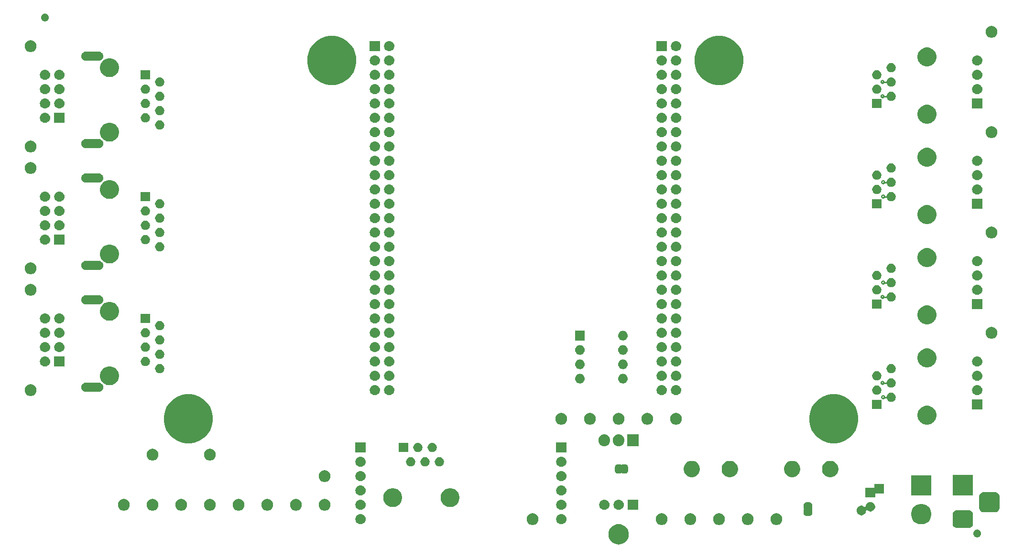
<source format=gbr>
G04 #@! TF.GenerationSoftware,KiCad,Pcbnew,5.0.2-bee76a0~70~ubuntu18.04.1*
G04 #@! TF.CreationDate,2019-06-19T23:06:31-07:00*
G04 #@! TF.ProjectId,aa-daughterboard-lvds,61612d64-6175-4676-9874-6572626f6172,rev?*
G04 #@! TF.SameCoordinates,Original*
G04 #@! TF.FileFunction,Soldermask,Bot*
G04 #@! TF.FilePolarity,Negative*
%FSLAX46Y46*%
G04 Gerber Fmt 4.6, Leading zero omitted, Abs format (unit mm)*
G04 Created by KiCad (PCBNEW 5.0.2-bee76a0~70~ubuntu18.04.1) date Wed 19 Jun 2019 11:06:31 PM PDT*
%MOMM*%
%LPD*%
G01*
G04 APERTURE LIST*
%ADD10C,0.254000*%
%ADD11C,0.100000*%
G04 APERTURE END LIST*
D10*
X207010000Y-67310000D02*
G75*
G03X207010000Y-67310000I-254000J0D01*
G01*
X206756000Y-67310000D02*
X208153000Y-67310000D01*
X207010000Y-64770000D02*
G75*
G03X207010000Y-64770000I-254000J0D01*
G01*
X206756000Y-64770000D02*
X208153000Y-64770000D01*
X206883000Y-120650000D02*
X208280000Y-120650000D01*
X207137000Y-120650000D02*
G75*
G03X207137000Y-120650000I-254000J0D01*
G01*
X206756000Y-118110000D02*
X208153000Y-118110000D01*
X207010000Y-118110000D02*
G75*
G03X207010000Y-118110000I-254000J0D01*
G01*
X207010000Y-102870000D02*
G75*
G03X207010000Y-102870000I-254000J0D01*
G01*
X206756000Y-102870000D02*
X208153000Y-102870000D01*
X207137000Y-100330000D02*
G75*
G03X207137000Y-100330000I-254000J0D01*
G01*
X206883000Y-100330000D02*
X208280000Y-100330000D01*
X206883000Y-82550000D02*
X208280000Y-82550000D01*
X206883000Y-85090000D02*
X208280000Y-85090000D01*
X207137000Y-85090000D02*
G75*
G03X207137000Y-85090000I-254000J0D01*
G01*
X207137000Y-82550000D02*
G75*
G03X207137000Y-82550000I-254000J0D01*
G01*
D11*
G36*
X160196669Y-143137686D02*
X160373058Y-143155059D01*
X160577178Y-143216978D01*
X160712549Y-143258042D01*
X161025425Y-143425279D01*
X161299661Y-143650339D01*
X161524721Y-143924575D01*
X161691958Y-144237451D01*
X161723884Y-144342697D01*
X161794941Y-144576942D01*
X161829714Y-144930000D01*
X161794941Y-145283058D01*
X161785904Y-145312848D01*
X161691958Y-145622549D01*
X161524721Y-145935425D01*
X161299661Y-146209661D01*
X161025425Y-146434721D01*
X160712549Y-146601958D01*
X160599385Y-146636286D01*
X160373058Y-146704941D01*
X160196669Y-146722314D01*
X160108476Y-146731000D01*
X159931524Y-146731000D01*
X159843331Y-146722314D01*
X159666942Y-146704941D01*
X159440615Y-146636286D01*
X159327451Y-146601958D01*
X159014575Y-146434721D01*
X158740339Y-146209661D01*
X158515279Y-145935425D01*
X158348042Y-145622549D01*
X158254096Y-145312848D01*
X158245059Y-145283058D01*
X158210286Y-144930000D01*
X158245059Y-144576942D01*
X158316116Y-144342697D01*
X158348042Y-144237451D01*
X158515279Y-143924575D01*
X158740339Y-143650339D01*
X159014575Y-143425279D01*
X159327451Y-143258042D01*
X159462822Y-143216978D01*
X159666942Y-143155059D01*
X159843331Y-143137686D01*
X159931524Y-143129000D01*
X160108476Y-143129000D01*
X160196669Y-143137686D01*
X160196669Y-143137686D01*
G37*
G36*
X223720098Y-144120362D02*
X223844940Y-144172073D01*
X223957303Y-144247152D01*
X224052848Y-144342697D01*
X224127927Y-144455060D01*
X224179638Y-144579902D01*
X224206000Y-144712433D01*
X224206000Y-144847567D01*
X224179638Y-144980098D01*
X224127927Y-145104940D01*
X224052848Y-145217303D01*
X223957303Y-145312848D01*
X223844940Y-145387927D01*
X223720098Y-145439638D01*
X223587567Y-145466000D01*
X223452433Y-145466000D01*
X223319902Y-145439638D01*
X223195060Y-145387927D01*
X223082697Y-145312848D01*
X222987152Y-145217303D01*
X222912073Y-145104940D01*
X222860362Y-144980098D01*
X222834000Y-144847567D01*
X222834000Y-144712433D01*
X222860362Y-144579902D01*
X222912073Y-144455060D01*
X222987152Y-144342697D01*
X223082697Y-144247152D01*
X223195060Y-144172073D01*
X223319902Y-144120362D01*
X223452433Y-144094000D01*
X223587567Y-144094000D01*
X223720098Y-144120362D01*
X223720098Y-144120362D01*
G37*
G36*
X222206978Y-140703293D02*
X222340627Y-140743835D01*
X222463782Y-140809662D01*
X222571739Y-140898261D01*
X222660338Y-141006218D01*
X222726165Y-141129373D01*
X222766707Y-141263022D01*
X222781000Y-141408140D01*
X222781000Y-143071860D01*
X222766707Y-143216978D01*
X222726165Y-143350627D01*
X222660338Y-143473782D01*
X222571739Y-143581739D01*
X222463782Y-143670338D01*
X222340627Y-143736165D01*
X222206978Y-143776707D01*
X222061860Y-143791000D01*
X219898140Y-143791000D01*
X219753022Y-143776707D01*
X219619373Y-143736165D01*
X219496218Y-143670338D01*
X219388261Y-143581739D01*
X219299662Y-143473782D01*
X219233835Y-143350627D01*
X219193293Y-143216978D01*
X219179000Y-143071860D01*
X219179000Y-141408140D01*
X219193293Y-141263022D01*
X219233835Y-141129373D01*
X219299662Y-141006218D01*
X219388261Y-140898261D01*
X219496218Y-140809662D01*
X219619373Y-140743835D01*
X219753022Y-140703293D01*
X219898140Y-140689000D01*
X222061860Y-140689000D01*
X222206978Y-140703293D01*
X222206978Y-140703293D01*
G37*
G36*
X178106565Y-141229389D02*
X178297834Y-141308615D01*
X178469976Y-141423637D01*
X178616363Y-141570024D01*
X178731385Y-141742166D01*
X178810611Y-141933435D01*
X178851000Y-142136484D01*
X178851000Y-142343516D01*
X178810611Y-142546565D01*
X178731385Y-142737834D01*
X178616363Y-142909976D01*
X178469976Y-143056363D01*
X178297834Y-143171385D01*
X178106565Y-143250611D01*
X177903516Y-143291000D01*
X177696484Y-143291000D01*
X177493435Y-143250611D01*
X177302166Y-143171385D01*
X177130024Y-143056363D01*
X176983637Y-142909976D01*
X176868615Y-142737834D01*
X176789389Y-142546565D01*
X176749000Y-142343516D01*
X176749000Y-142136484D01*
X176789389Y-141933435D01*
X176868615Y-141742166D01*
X176983637Y-141570024D01*
X177130024Y-141423637D01*
X177302166Y-141308615D01*
X177493435Y-141229389D01*
X177696484Y-141189000D01*
X177903516Y-141189000D01*
X178106565Y-141229389D01*
X178106565Y-141229389D01*
G37*
G36*
X145086565Y-141229389D02*
X145277834Y-141308615D01*
X145449976Y-141423637D01*
X145596363Y-141570024D01*
X145711385Y-141742166D01*
X145790611Y-141933435D01*
X145831000Y-142136484D01*
X145831000Y-142343516D01*
X145790611Y-142546565D01*
X145711385Y-142737834D01*
X145596363Y-142909976D01*
X145449976Y-143056363D01*
X145277834Y-143171385D01*
X145086565Y-143250611D01*
X144883516Y-143291000D01*
X144676484Y-143291000D01*
X144473435Y-143250611D01*
X144282166Y-143171385D01*
X144110024Y-143056363D01*
X143963637Y-142909976D01*
X143848615Y-142737834D01*
X143769389Y-142546565D01*
X143729000Y-142343516D01*
X143729000Y-142136484D01*
X143769389Y-141933435D01*
X143848615Y-141742166D01*
X143963637Y-141570024D01*
X144110024Y-141423637D01*
X144282166Y-141308615D01*
X144473435Y-141229389D01*
X144676484Y-141189000D01*
X144883516Y-141189000D01*
X145086565Y-141229389D01*
X145086565Y-141229389D01*
G37*
G36*
X183186565Y-141229389D02*
X183377834Y-141308615D01*
X183549976Y-141423637D01*
X183696363Y-141570024D01*
X183811385Y-141742166D01*
X183890611Y-141933435D01*
X183931000Y-142136484D01*
X183931000Y-142343516D01*
X183890611Y-142546565D01*
X183811385Y-142737834D01*
X183696363Y-142909976D01*
X183549976Y-143056363D01*
X183377834Y-143171385D01*
X183186565Y-143250611D01*
X182983516Y-143291000D01*
X182776484Y-143291000D01*
X182573435Y-143250611D01*
X182382166Y-143171385D01*
X182210024Y-143056363D01*
X182063637Y-142909976D01*
X181948615Y-142737834D01*
X181869389Y-142546565D01*
X181829000Y-142343516D01*
X181829000Y-142136484D01*
X181869389Y-141933435D01*
X181948615Y-141742166D01*
X182063637Y-141570024D01*
X182210024Y-141423637D01*
X182382166Y-141308615D01*
X182573435Y-141229389D01*
X182776484Y-141189000D01*
X182983516Y-141189000D01*
X183186565Y-141229389D01*
X183186565Y-141229389D01*
G37*
G36*
X188266565Y-141229389D02*
X188457834Y-141308615D01*
X188629976Y-141423637D01*
X188776363Y-141570024D01*
X188891385Y-141742166D01*
X188970611Y-141933435D01*
X189011000Y-142136484D01*
X189011000Y-142343516D01*
X188970611Y-142546565D01*
X188891385Y-142737834D01*
X188776363Y-142909976D01*
X188629976Y-143056363D01*
X188457834Y-143171385D01*
X188266565Y-143250611D01*
X188063516Y-143291000D01*
X187856484Y-143291000D01*
X187653435Y-143250611D01*
X187462166Y-143171385D01*
X187290024Y-143056363D01*
X187143637Y-142909976D01*
X187028615Y-142737834D01*
X186949389Y-142546565D01*
X186909000Y-142343516D01*
X186909000Y-142136484D01*
X186949389Y-141933435D01*
X187028615Y-141742166D01*
X187143637Y-141570024D01*
X187290024Y-141423637D01*
X187462166Y-141308615D01*
X187653435Y-141229389D01*
X187856484Y-141189000D01*
X188063516Y-141189000D01*
X188266565Y-141229389D01*
X188266565Y-141229389D01*
G37*
G36*
X173026565Y-141229389D02*
X173217834Y-141308615D01*
X173389976Y-141423637D01*
X173536363Y-141570024D01*
X173651385Y-141742166D01*
X173730611Y-141933435D01*
X173771000Y-142136484D01*
X173771000Y-142343516D01*
X173730611Y-142546565D01*
X173651385Y-142737834D01*
X173536363Y-142909976D01*
X173389976Y-143056363D01*
X173217834Y-143171385D01*
X173026565Y-143250611D01*
X172823516Y-143291000D01*
X172616484Y-143291000D01*
X172413435Y-143250611D01*
X172222166Y-143171385D01*
X172050024Y-143056363D01*
X171903637Y-142909976D01*
X171788615Y-142737834D01*
X171709389Y-142546565D01*
X171669000Y-142343516D01*
X171669000Y-142136484D01*
X171709389Y-141933435D01*
X171788615Y-141742166D01*
X171903637Y-141570024D01*
X172050024Y-141423637D01*
X172222166Y-141308615D01*
X172413435Y-141229389D01*
X172616484Y-141189000D01*
X172823516Y-141189000D01*
X173026565Y-141229389D01*
X173026565Y-141229389D01*
G37*
G36*
X167946565Y-141229389D02*
X168137834Y-141308615D01*
X168309976Y-141423637D01*
X168456363Y-141570024D01*
X168571385Y-141742166D01*
X168650611Y-141933435D01*
X168691000Y-142136484D01*
X168691000Y-142343516D01*
X168650611Y-142546565D01*
X168571385Y-142737834D01*
X168456363Y-142909976D01*
X168309976Y-143056363D01*
X168137834Y-143171385D01*
X167946565Y-143250611D01*
X167743516Y-143291000D01*
X167536484Y-143291000D01*
X167333435Y-143250611D01*
X167142166Y-143171385D01*
X166970024Y-143056363D01*
X166823637Y-142909976D01*
X166708615Y-142737834D01*
X166629389Y-142546565D01*
X166589000Y-142343516D01*
X166589000Y-142136484D01*
X166629389Y-141933435D01*
X166708615Y-141742166D01*
X166823637Y-141570024D01*
X166970024Y-141423637D01*
X167142166Y-141308615D01*
X167333435Y-141229389D01*
X167536484Y-141189000D01*
X167743516Y-141189000D01*
X167946565Y-141229389D01*
X167946565Y-141229389D01*
G37*
G36*
X213825329Y-139556691D02*
X214139350Y-139619153D01*
X214467122Y-139754921D01*
X214762109Y-139952025D01*
X215012975Y-140202891D01*
X215210079Y-140497878D01*
X215345847Y-140825650D01*
X215415060Y-141173611D01*
X215415060Y-141528389D01*
X215345847Y-141876350D01*
X215210079Y-142204122D01*
X215012975Y-142499109D01*
X214762109Y-142749975D01*
X214467122Y-142947079D01*
X214139350Y-143082847D01*
X213846992Y-143141000D01*
X213791390Y-143152060D01*
X213436610Y-143152060D01*
X213381008Y-143141000D01*
X213088650Y-143082847D01*
X212760878Y-142947079D01*
X212465891Y-142749975D01*
X212215025Y-142499109D01*
X212017921Y-142204122D01*
X211882153Y-141876350D01*
X211812940Y-141528389D01*
X211812940Y-141173611D01*
X211882153Y-140825650D01*
X212017921Y-140497878D01*
X212215025Y-140202891D01*
X212465891Y-139952025D01*
X212760878Y-139754921D01*
X213088650Y-139619153D01*
X213402671Y-139556691D01*
X213436610Y-139549940D01*
X213791390Y-139549940D01*
X213825329Y-139556691D01*
X213825329Y-139556691D01*
G37*
G36*
X114410442Y-141345518D02*
X114476627Y-141352037D01*
X114574106Y-141381607D01*
X114646467Y-141403557D01*
X114762229Y-141465434D01*
X114802991Y-141487222D01*
X114838729Y-141516552D01*
X114940186Y-141599814D01*
X115023448Y-141701271D01*
X115052778Y-141737009D01*
X115052779Y-141737011D01*
X115136443Y-141893533D01*
X115136443Y-141893534D01*
X115187963Y-142063373D01*
X115205359Y-142240000D01*
X115187963Y-142416627D01*
X115162942Y-142499109D01*
X115136443Y-142586467D01*
X115062348Y-142725087D01*
X115052778Y-142742991D01*
X115047046Y-142749975D01*
X114940186Y-142880186D01*
X114858675Y-142947079D01*
X114802991Y-142992778D01*
X114802989Y-142992779D01*
X114646467Y-143076443D01*
X114625355Y-143082847D01*
X114476627Y-143127963D01*
X114410443Y-143134481D01*
X114344260Y-143141000D01*
X114255740Y-143141000D01*
X114189557Y-143134481D01*
X114123373Y-143127963D01*
X113974645Y-143082847D01*
X113953533Y-143076443D01*
X113797011Y-142992779D01*
X113797009Y-142992778D01*
X113741325Y-142947079D01*
X113659814Y-142880186D01*
X113552954Y-142749975D01*
X113547222Y-142742991D01*
X113537652Y-142725087D01*
X113463557Y-142586467D01*
X113437058Y-142499109D01*
X113412037Y-142416627D01*
X113394641Y-142240000D01*
X113412037Y-142063373D01*
X113463557Y-141893534D01*
X113463557Y-141893533D01*
X113547221Y-141737011D01*
X113547222Y-141737009D01*
X113576552Y-141701271D01*
X113659814Y-141599814D01*
X113761271Y-141516552D01*
X113797009Y-141487222D01*
X113837771Y-141465434D01*
X113953533Y-141403557D01*
X114025894Y-141381607D01*
X114123373Y-141352037D01*
X114189558Y-141345518D01*
X114255740Y-141339000D01*
X114344260Y-141339000D01*
X114410442Y-141345518D01*
X114410442Y-141345518D01*
G37*
G36*
X149970442Y-141345518D02*
X150036627Y-141352037D01*
X150134106Y-141381607D01*
X150206467Y-141403557D01*
X150322229Y-141465434D01*
X150362991Y-141487222D01*
X150398729Y-141516552D01*
X150500186Y-141599814D01*
X150583448Y-141701271D01*
X150612778Y-141737009D01*
X150612779Y-141737011D01*
X150696443Y-141893533D01*
X150696443Y-141893534D01*
X150747963Y-142063373D01*
X150765359Y-142240000D01*
X150747963Y-142416627D01*
X150722942Y-142499109D01*
X150696443Y-142586467D01*
X150622348Y-142725087D01*
X150612778Y-142742991D01*
X150607046Y-142749975D01*
X150500186Y-142880186D01*
X150418675Y-142947079D01*
X150362991Y-142992778D01*
X150362989Y-142992779D01*
X150206467Y-143076443D01*
X150185355Y-143082847D01*
X150036627Y-143127963D01*
X149970443Y-143134481D01*
X149904260Y-143141000D01*
X149815740Y-143141000D01*
X149749557Y-143134481D01*
X149683373Y-143127963D01*
X149534645Y-143082847D01*
X149513533Y-143076443D01*
X149357011Y-142992779D01*
X149357009Y-142992778D01*
X149301325Y-142947079D01*
X149219814Y-142880186D01*
X149112954Y-142749975D01*
X149107222Y-142742991D01*
X149097652Y-142725087D01*
X149023557Y-142586467D01*
X148997058Y-142499109D01*
X148972037Y-142416627D01*
X148954641Y-142240000D01*
X148972037Y-142063373D01*
X149023557Y-141893534D01*
X149023557Y-141893533D01*
X149107221Y-141737011D01*
X149107222Y-141737009D01*
X149136552Y-141701271D01*
X149219814Y-141599814D01*
X149321271Y-141516552D01*
X149357009Y-141487222D01*
X149397771Y-141465434D01*
X149513533Y-141403557D01*
X149585894Y-141381607D01*
X149683373Y-141352037D01*
X149749558Y-141345518D01*
X149815740Y-141339000D01*
X149904260Y-141339000D01*
X149970442Y-141345518D01*
X149970442Y-141345518D01*
G37*
G36*
X193810198Y-139261954D02*
X193822450Y-139262556D01*
X193840869Y-139262556D01*
X193863149Y-139264750D01*
X193947236Y-139281476D01*
X193968655Y-139287974D01*
X194047871Y-139320785D01*
X194067607Y-139331335D01*
X194138897Y-139378969D01*
X194156208Y-139393176D01*
X194216824Y-139453792D01*
X194231031Y-139471103D01*
X194278665Y-139542393D01*
X194289215Y-139562129D01*
X194322026Y-139641345D01*
X194328524Y-139662764D01*
X194345250Y-139746851D01*
X194347444Y-139769131D01*
X194347444Y-139787550D01*
X194348046Y-139799802D01*
X194349852Y-139818140D01*
X194349852Y-140305860D01*
X194348263Y-140321999D01*
X194345347Y-140331611D01*
X194340612Y-140340469D01*
X194334237Y-140348237D01*
X194321798Y-140358446D01*
X194311432Y-140365372D01*
X194294105Y-140382698D01*
X194280490Y-140403073D01*
X194271112Y-140425711D01*
X194266331Y-140449745D01*
X194266331Y-140474249D01*
X194271111Y-140498283D01*
X194280487Y-140520922D01*
X194294101Y-140541297D01*
X194311427Y-140558624D01*
X194321796Y-140565552D01*
X194334237Y-140575763D01*
X194340612Y-140583531D01*
X194345347Y-140592389D01*
X194348263Y-140602001D01*
X194349852Y-140618140D01*
X194349852Y-141105861D01*
X194348046Y-141124198D01*
X194347444Y-141136450D01*
X194347444Y-141154869D01*
X194345250Y-141177149D01*
X194328524Y-141261236D01*
X194322026Y-141282655D01*
X194289215Y-141361871D01*
X194278665Y-141381607D01*
X194231031Y-141452897D01*
X194216824Y-141470208D01*
X194156208Y-141530824D01*
X194138897Y-141545031D01*
X194067607Y-141592665D01*
X194047871Y-141603215D01*
X193968655Y-141636026D01*
X193947236Y-141642524D01*
X193863149Y-141659250D01*
X193840869Y-141661444D01*
X193822450Y-141661444D01*
X193810198Y-141662046D01*
X193791861Y-141663852D01*
X193304139Y-141663852D01*
X193285802Y-141662046D01*
X193273550Y-141661444D01*
X193255131Y-141661444D01*
X193232851Y-141659250D01*
X193148764Y-141642524D01*
X193127345Y-141636026D01*
X193048129Y-141603215D01*
X193028393Y-141592665D01*
X192957103Y-141545031D01*
X192939792Y-141530824D01*
X192879176Y-141470208D01*
X192864969Y-141452897D01*
X192817335Y-141381607D01*
X192806785Y-141361871D01*
X192773974Y-141282655D01*
X192767476Y-141261236D01*
X192750750Y-141177149D01*
X192748556Y-141154869D01*
X192748556Y-141136450D01*
X192747954Y-141124198D01*
X192746148Y-141105861D01*
X192746148Y-140618140D01*
X192747737Y-140602001D01*
X192750653Y-140592389D01*
X192755388Y-140583531D01*
X192761763Y-140575763D01*
X192774202Y-140565554D01*
X192784568Y-140558628D01*
X192801895Y-140541302D01*
X192815510Y-140520927D01*
X192824888Y-140498289D01*
X192829669Y-140474255D01*
X192829669Y-140449751D01*
X192824889Y-140425717D01*
X192815513Y-140403078D01*
X192801899Y-140382703D01*
X192784573Y-140365376D01*
X192774204Y-140358448D01*
X192761763Y-140348237D01*
X192755388Y-140340469D01*
X192750653Y-140331611D01*
X192747737Y-140321999D01*
X192746148Y-140305860D01*
X192746148Y-139818140D01*
X192747954Y-139799802D01*
X192748556Y-139787550D01*
X192748556Y-139769131D01*
X192750750Y-139746851D01*
X192767476Y-139662764D01*
X192773974Y-139641345D01*
X192806785Y-139562129D01*
X192817335Y-139542393D01*
X192864969Y-139471103D01*
X192879176Y-139453792D01*
X192939792Y-139393176D01*
X192957103Y-139378969D01*
X193028393Y-139331335D01*
X193048129Y-139320785D01*
X193127345Y-139287974D01*
X193148764Y-139281476D01*
X193232851Y-139264750D01*
X193255131Y-139262556D01*
X193273550Y-139262556D01*
X193285802Y-139261954D01*
X193304140Y-139260148D01*
X193791860Y-139260148D01*
X193810198Y-139261954D01*
X193810198Y-139261954D01*
G37*
G36*
X204845228Y-139222703D02*
X205000100Y-139286853D01*
X205139481Y-139379985D01*
X205258015Y-139498519D01*
X205351147Y-139637900D01*
X205415297Y-139792772D01*
X205448000Y-139957184D01*
X205448000Y-140124816D01*
X205415297Y-140289228D01*
X205351147Y-140444100D01*
X205258015Y-140583481D01*
X205139481Y-140702015D01*
X205000100Y-140795147D01*
X204845228Y-140859297D01*
X204680816Y-140892000D01*
X204513184Y-140892000D01*
X204348772Y-140859297D01*
X204193900Y-140795147D01*
X204054519Y-140702015D01*
X204054518Y-140702014D01*
X204046444Y-140696619D01*
X204042446Y-140693337D01*
X204020835Y-140681786D01*
X203997386Y-140674673D01*
X203973000Y-140672271D01*
X203948614Y-140674673D01*
X203925165Y-140681786D01*
X203903554Y-140693337D01*
X203884612Y-140708883D01*
X203869066Y-140727825D01*
X203857515Y-140749436D01*
X203850402Y-140772885D01*
X203848296Y-140794265D01*
X203848000Y-140795753D01*
X203815297Y-140960165D01*
X203751147Y-141115037D01*
X203658015Y-141254418D01*
X203539481Y-141372952D01*
X203400100Y-141466084D01*
X203245228Y-141530234D01*
X203080816Y-141562937D01*
X202913184Y-141562937D01*
X202748772Y-141530234D01*
X202593900Y-141466084D01*
X202454519Y-141372952D01*
X202335985Y-141254418D01*
X202242853Y-141115037D01*
X202178703Y-140960165D01*
X202146000Y-140795753D01*
X202146000Y-140628121D01*
X202178703Y-140463709D01*
X202242853Y-140308837D01*
X202335985Y-140169456D01*
X202454519Y-140050922D01*
X202593900Y-139957790D01*
X202748772Y-139893640D01*
X202913184Y-139860937D01*
X203080816Y-139860937D01*
X203245228Y-139893640D01*
X203400100Y-139957790D01*
X203539481Y-140050922D01*
X203539482Y-140050923D01*
X203547556Y-140056318D01*
X203551554Y-140059600D01*
X203573165Y-140071151D01*
X203596614Y-140078264D01*
X203621000Y-140080666D01*
X203645386Y-140078264D01*
X203668835Y-140071151D01*
X203690446Y-140059600D01*
X203709388Y-140044054D01*
X203724934Y-140025112D01*
X203736485Y-140003501D01*
X203743598Y-139980052D01*
X203745704Y-139958672D01*
X203754341Y-139915252D01*
X203778703Y-139792772D01*
X203842853Y-139637900D01*
X203935985Y-139498519D01*
X204054519Y-139379985D01*
X204193900Y-139286853D01*
X204348772Y-139222703D01*
X204513184Y-139190000D01*
X204680816Y-139190000D01*
X204845228Y-139222703D01*
X204845228Y-139222703D01*
G37*
G36*
X226806366Y-137455695D02*
X226963458Y-137503348D01*
X227108230Y-137580731D01*
X227235128Y-137684872D01*
X227339269Y-137811770D01*
X227416652Y-137956542D01*
X227464305Y-138113634D01*
X227481000Y-138283140D01*
X227481000Y-140196860D01*
X227464305Y-140366366D01*
X227416652Y-140523458D01*
X227339269Y-140668230D01*
X227235128Y-140795128D01*
X227108230Y-140899269D01*
X226963458Y-140976652D01*
X226806366Y-141024305D01*
X226636860Y-141041000D01*
X224723140Y-141041000D01*
X224553634Y-141024305D01*
X224396542Y-140976652D01*
X224251770Y-140899269D01*
X224124872Y-140795128D01*
X224020731Y-140668230D01*
X223943348Y-140523458D01*
X223895695Y-140366366D01*
X223879000Y-140196860D01*
X223879000Y-138283140D01*
X223895695Y-138113634D01*
X223943348Y-137956542D01*
X224020731Y-137811770D01*
X224124872Y-137684872D01*
X224251770Y-137580731D01*
X224396542Y-137503348D01*
X224553634Y-137455695D01*
X224723140Y-137439000D01*
X226636860Y-137439000D01*
X226806366Y-137455695D01*
X226806366Y-137455695D01*
G37*
G36*
X98096565Y-138689389D02*
X98287834Y-138768615D01*
X98459976Y-138883637D01*
X98606363Y-139030024D01*
X98721385Y-139202166D01*
X98800611Y-139393435D01*
X98841000Y-139596484D01*
X98841000Y-139803516D01*
X98800611Y-140006565D01*
X98721385Y-140197834D01*
X98606363Y-140369976D01*
X98459976Y-140516363D01*
X98287834Y-140631385D01*
X98096565Y-140710611D01*
X97893516Y-140751000D01*
X97686484Y-140751000D01*
X97483435Y-140710611D01*
X97292166Y-140631385D01*
X97120024Y-140516363D01*
X96973637Y-140369976D01*
X96858615Y-140197834D01*
X96779389Y-140006565D01*
X96739000Y-139803516D01*
X96739000Y-139596484D01*
X96779389Y-139393435D01*
X96858615Y-139202166D01*
X96973637Y-139030024D01*
X97120024Y-138883637D01*
X97292166Y-138768615D01*
X97483435Y-138689389D01*
X97686484Y-138649000D01*
X97893516Y-138649000D01*
X98096565Y-138689389D01*
X98096565Y-138689389D01*
G37*
G36*
X87936565Y-138689389D02*
X88127834Y-138768615D01*
X88299976Y-138883637D01*
X88446363Y-139030024D01*
X88561385Y-139202166D01*
X88640611Y-139393435D01*
X88681000Y-139596484D01*
X88681000Y-139803516D01*
X88640611Y-140006565D01*
X88561385Y-140197834D01*
X88446363Y-140369976D01*
X88299976Y-140516363D01*
X88127834Y-140631385D01*
X87936565Y-140710611D01*
X87733516Y-140751000D01*
X87526484Y-140751000D01*
X87323435Y-140710611D01*
X87132166Y-140631385D01*
X86960024Y-140516363D01*
X86813637Y-140369976D01*
X86698615Y-140197834D01*
X86619389Y-140006565D01*
X86579000Y-139803516D01*
X86579000Y-139596484D01*
X86619389Y-139393435D01*
X86698615Y-139202166D01*
X86813637Y-139030024D01*
X86960024Y-138883637D01*
X87132166Y-138768615D01*
X87323435Y-138689389D01*
X87526484Y-138649000D01*
X87733516Y-138649000D01*
X87936565Y-138689389D01*
X87936565Y-138689389D01*
G37*
G36*
X93016565Y-138689389D02*
X93207834Y-138768615D01*
X93379976Y-138883637D01*
X93526363Y-139030024D01*
X93641385Y-139202166D01*
X93720611Y-139393435D01*
X93761000Y-139596484D01*
X93761000Y-139803516D01*
X93720611Y-140006565D01*
X93641385Y-140197834D01*
X93526363Y-140369976D01*
X93379976Y-140516363D01*
X93207834Y-140631385D01*
X93016565Y-140710611D01*
X92813516Y-140751000D01*
X92606484Y-140751000D01*
X92403435Y-140710611D01*
X92212166Y-140631385D01*
X92040024Y-140516363D01*
X91893637Y-140369976D01*
X91778615Y-140197834D01*
X91699389Y-140006565D01*
X91659000Y-139803516D01*
X91659000Y-139596484D01*
X91699389Y-139393435D01*
X91778615Y-139202166D01*
X91893637Y-139030024D01*
X92040024Y-138883637D01*
X92212166Y-138768615D01*
X92403435Y-138689389D01*
X92606484Y-138649000D01*
X92813516Y-138649000D01*
X93016565Y-138689389D01*
X93016565Y-138689389D01*
G37*
G36*
X108256565Y-138689389D02*
X108447834Y-138768615D01*
X108619976Y-138883637D01*
X108766363Y-139030024D01*
X108881385Y-139202166D01*
X108960611Y-139393435D01*
X109001000Y-139596484D01*
X109001000Y-139803516D01*
X108960611Y-140006565D01*
X108881385Y-140197834D01*
X108766363Y-140369976D01*
X108619976Y-140516363D01*
X108447834Y-140631385D01*
X108256565Y-140710611D01*
X108053516Y-140751000D01*
X107846484Y-140751000D01*
X107643435Y-140710611D01*
X107452166Y-140631385D01*
X107280024Y-140516363D01*
X107133637Y-140369976D01*
X107018615Y-140197834D01*
X106939389Y-140006565D01*
X106899000Y-139803516D01*
X106899000Y-139596484D01*
X106939389Y-139393435D01*
X107018615Y-139202166D01*
X107133637Y-139030024D01*
X107280024Y-138883637D01*
X107452166Y-138768615D01*
X107643435Y-138689389D01*
X107846484Y-138649000D01*
X108053516Y-138649000D01*
X108256565Y-138689389D01*
X108256565Y-138689389D01*
G37*
G36*
X103176565Y-138689389D02*
X103367834Y-138768615D01*
X103539976Y-138883637D01*
X103686363Y-139030024D01*
X103801385Y-139202166D01*
X103880611Y-139393435D01*
X103921000Y-139596484D01*
X103921000Y-139803516D01*
X103880611Y-140006565D01*
X103801385Y-140197834D01*
X103686363Y-140369976D01*
X103539976Y-140516363D01*
X103367834Y-140631385D01*
X103176565Y-140710611D01*
X102973516Y-140751000D01*
X102766484Y-140751000D01*
X102563435Y-140710611D01*
X102372166Y-140631385D01*
X102200024Y-140516363D01*
X102053637Y-140369976D01*
X101938615Y-140197834D01*
X101859389Y-140006565D01*
X101819000Y-139803516D01*
X101819000Y-139596484D01*
X101859389Y-139393435D01*
X101938615Y-139202166D01*
X102053637Y-139030024D01*
X102200024Y-138883637D01*
X102372166Y-138768615D01*
X102563435Y-138689389D01*
X102766484Y-138649000D01*
X102973516Y-138649000D01*
X103176565Y-138689389D01*
X103176565Y-138689389D01*
G37*
G36*
X72696565Y-138689389D02*
X72887834Y-138768615D01*
X73059976Y-138883637D01*
X73206363Y-139030024D01*
X73321385Y-139202166D01*
X73400611Y-139393435D01*
X73441000Y-139596484D01*
X73441000Y-139803516D01*
X73400611Y-140006565D01*
X73321385Y-140197834D01*
X73206363Y-140369976D01*
X73059976Y-140516363D01*
X72887834Y-140631385D01*
X72696565Y-140710611D01*
X72493516Y-140751000D01*
X72286484Y-140751000D01*
X72083435Y-140710611D01*
X71892166Y-140631385D01*
X71720024Y-140516363D01*
X71573637Y-140369976D01*
X71458615Y-140197834D01*
X71379389Y-140006565D01*
X71339000Y-139803516D01*
X71339000Y-139596484D01*
X71379389Y-139393435D01*
X71458615Y-139202166D01*
X71573637Y-139030024D01*
X71720024Y-138883637D01*
X71892166Y-138768615D01*
X72083435Y-138689389D01*
X72286484Y-138649000D01*
X72493516Y-138649000D01*
X72696565Y-138689389D01*
X72696565Y-138689389D01*
G37*
G36*
X82856565Y-138689389D02*
X83047834Y-138768615D01*
X83219976Y-138883637D01*
X83366363Y-139030024D01*
X83481385Y-139202166D01*
X83560611Y-139393435D01*
X83601000Y-139596484D01*
X83601000Y-139803516D01*
X83560611Y-140006565D01*
X83481385Y-140197834D01*
X83366363Y-140369976D01*
X83219976Y-140516363D01*
X83047834Y-140631385D01*
X82856565Y-140710611D01*
X82653516Y-140751000D01*
X82446484Y-140751000D01*
X82243435Y-140710611D01*
X82052166Y-140631385D01*
X81880024Y-140516363D01*
X81733637Y-140369976D01*
X81618615Y-140197834D01*
X81539389Y-140006565D01*
X81499000Y-139803516D01*
X81499000Y-139596484D01*
X81539389Y-139393435D01*
X81618615Y-139202166D01*
X81733637Y-139030024D01*
X81880024Y-138883637D01*
X82052166Y-138768615D01*
X82243435Y-138689389D01*
X82446484Y-138649000D01*
X82653516Y-138649000D01*
X82856565Y-138689389D01*
X82856565Y-138689389D01*
G37*
G36*
X77776565Y-138689389D02*
X77967834Y-138768615D01*
X78139976Y-138883637D01*
X78286363Y-139030024D01*
X78401385Y-139202166D01*
X78480611Y-139393435D01*
X78521000Y-139596484D01*
X78521000Y-139803516D01*
X78480611Y-140006565D01*
X78401385Y-140197834D01*
X78286363Y-140369976D01*
X78139976Y-140516363D01*
X77967834Y-140631385D01*
X77776565Y-140710611D01*
X77573516Y-140751000D01*
X77366484Y-140751000D01*
X77163435Y-140710611D01*
X76972166Y-140631385D01*
X76800024Y-140516363D01*
X76653637Y-140369976D01*
X76538615Y-140197834D01*
X76459389Y-140006565D01*
X76419000Y-139803516D01*
X76419000Y-139596484D01*
X76459389Y-139393435D01*
X76538615Y-139202166D01*
X76653637Y-139030024D01*
X76800024Y-138883637D01*
X76972166Y-138768615D01*
X77163435Y-138689389D01*
X77366484Y-138649000D01*
X77573516Y-138649000D01*
X77776565Y-138689389D01*
X77776565Y-138689389D01*
G37*
G36*
X149970442Y-138805518D02*
X150036627Y-138812037D01*
X150149853Y-138846384D01*
X150206467Y-138863557D01*
X150345087Y-138937652D01*
X150362991Y-138947222D01*
X150398729Y-138976552D01*
X150500186Y-139059814D01*
X150583448Y-139161271D01*
X150612778Y-139197009D01*
X150612779Y-139197011D01*
X150696443Y-139353533D01*
X150696443Y-139353534D01*
X150747963Y-139523373D01*
X150765359Y-139700000D01*
X150747963Y-139876627D01*
X150723342Y-139957791D01*
X150696443Y-140046467D01*
X150630703Y-140169456D01*
X150612778Y-140202991D01*
X150583448Y-140238729D01*
X150500186Y-140340186D01*
X150398729Y-140423448D01*
X150362991Y-140452778D01*
X150362989Y-140452779D01*
X150206467Y-140536443D01*
X150149853Y-140553616D01*
X150036627Y-140587963D01*
X149991688Y-140592389D01*
X149904260Y-140601000D01*
X149815740Y-140601000D01*
X149728312Y-140592389D01*
X149683373Y-140587963D01*
X149570147Y-140553616D01*
X149513533Y-140536443D01*
X149357011Y-140452779D01*
X149357009Y-140452778D01*
X149321271Y-140423448D01*
X149219814Y-140340186D01*
X149136552Y-140238729D01*
X149107222Y-140202991D01*
X149089297Y-140169456D01*
X149023557Y-140046467D01*
X148996658Y-139957791D01*
X148972037Y-139876627D01*
X148954641Y-139700000D01*
X148972037Y-139523373D01*
X149023557Y-139353534D01*
X149023557Y-139353533D01*
X149107221Y-139197011D01*
X149107222Y-139197009D01*
X149136552Y-139161271D01*
X149219814Y-139059814D01*
X149321271Y-138976552D01*
X149357009Y-138947222D01*
X149374913Y-138937652D01*
X149513533Y-138863557D01*
X149570147Y-138846384D01*
X149683373Y-138812037D01*
X149749558Y-138805518D01*
X149815740Y-138799000D01*
X149904260Y-138799000D01*
X149970442Y-138805518D01*
X149970442Y-138805518D01*
G37*
G36*
X163461000Y-140601000D02*
X161659000Y-140601000D01*
X161659000Y-138799000D01*
X163461000Y-138799000D01*
X163461000Y-140601000D01*
X163461000Y-140601000D01*
G37*
G36*
X157590442Y-138805518D02*
X157656627Y-138812037D01*
X157769853Y-138846384D01*
X157826467Y-138863557D01*
X157965087Y-138937652D01*
X157982991Y-138947222D01*
X158018729Y-138976552D01*
X158120186Y-139059814D01*
X158203448Y-139161271D01*
X158232778Y-139197009D01*
X158232779Y-139197011D01*
X158316443Y-139353533D01*
X158316443Y-139353534D01*
X158367963Y-139523373D01*
X158385359Y-139700000D01*
X158367963Y-139876627D01*
X158343342Y-139957791D01*
X158316443Y-140046467D01*
X158250703Y-140169456D01*
X158232778Y-140202991D01*
X158203448Y-140238729D01*
X158120186Y-140340186D01*
X158018729Y-140423448D01*
X157982991Y-140452778D01*
X157982989Y-140452779D01*
X157826467Y-140536443D01*
X157769853Y-140553616D01*
X157656627Y-140587963D01*
X157611688Y-140592389D01*
X157524260Y-140601000D01*
X157435740Y-140601000D01*
X157348312Y-140592389D01*
X157303373Y-140587963D01*
X157190147Y-140553616D01*
X157133533Y-140536443D01*
X156977011Y-140452779D01*
X156977009Y-140452778D01*
X156941271Y-140423448D01*
X156839814Y-140340186D01*
X156756552Y-140238729D01*
X156727222Y-140202991D01*
X156709297Y-140169456D01*
X156643557Y-140046467D01*
X156616658Y-139957791D01*
X156592037Y-139876627D01*
X156574641Y-139700000D01*
X156592037Y-139523373D01*
X156643557Y-139353534D01*
X156643557Y-139353533D01*
X156727221Y-139197011D01*
X156727222Y-139197009D01*
X156756552Y-139161271D01*
X156839814Y-139059814D01*
X156941271Y-138976552D01*
X156977009Y-138947222D01*
X156994913Y-138937652D01*
X157133533Y-138863557D01*
X157190147Y-138846384D01*
X157303373Y-138812037D01*
X157369558Y-138805518D01*
X157435740Y-138799000D01*
X157524260Y-138799000D01*
X157590442Y-138805518D01*
X157590442Y-138805518D01*
G37*
G36*
X114410442Y-138805518D02*
X114476627Y-138812037D01*
X114589853Y-138846384D01*
X114646467Y-138863557D01*
X114785087Y-138937652D01*
X114802991Y-138947222D01*
X114838729Y-138976552D01*
X114940186Y-139059814D01*
X115023448Y-139161271D01*
X115052778Y-139197009D01*
X115052779Y-139197011D01*
X115136443Y-139353533D01*
X115136443Y-139353534D01*
X115187963Y-139523373D01*
X115205359Y-139700000D01*
X115187963Y-139876627D01*
X115163342Y-139957791D01*
X115136443Y-140046467D01*
X115070703Y-140169456D01*
X115052778Y-140202991D01*
X115023448Y-140238729D01*
X114940186Y-140340186D01*
X114838729Y-140423448D01*
X114802991Y-140452778D01*
X114802989Y-140452779D01*
X114646467Y-140536443D01*
X114589853Y-140553616D01*
X114476627Y-140587963D01*
X114431688Y-140592389D01*
X114344260Y-140601000D01*
X114255740Y-140601000D01*
X114168312Y-140592389D01*
X114123373Y-140587963D01*
X114010147Y-140553616D01*
X113953533Y-140536443D01*
X113797011Y-140452779D01*
X113797009Y-140452778D01*
X113761271Y-140423448D01*
X113659814Y-140340186D01*
X113576552Y-140238729D01*
X113547222Y-140202991D01*
X113529297Y-140169456D01*
X113463557Y-140046467D01*
X113436658Y-139957791D01*
X113412037Y-139876627D01*
X113394641Y-139700000D01*
X113412037Y-139523373D01*
X113463557Y-139353534D01*
X113463557Y-139353533D01*
X113547221Y-139197011D01*
X113547222Y-139197009D01*
X113576552Y-139161271D01*
X113659814Y-139059814D01*
X113761271Y-138976552D01*
X113797009Y-138947222D01*
X113814913Y-138937652D01*
X113953533Y-138863557D01*
X114010147Y-138846384D01*
X114123373Y-138812037D01*
X114189558Y-138805518D01*
X114255740Y-138799000D01*
X114344260Y-138799000D01*
X114410442Y-138805518D01*
X114410442Y-138805518D01*
G37*
G36*
X160130442Y-138805518D02*
X160196627Y-138812037D01*
X160309853Y-138846384D01*
X160366467Y-138863557D01*
X160505087Y-138937652D01*
X160522991Y-138947222D01*
X160558729Y-138976552D01*
X160660186Y-139059814D01*
X160743448Y-139161271D01*
X160772778Y-139197009D01*
X160772779Y-139197011D01*
X160856443Y-139353533D01*
X160856443Y-139353534D01*
X160907963Y-139523373D01*
X160925359Y-139700000D01*
X160907963Y-139876627D01*
X160883342Y-139957791D01*
X160856443Y-140046467D01*
X160790703Y-140169456D01*
X160772778Y-140202991D01*
X160743448Y-140238729D01*
X160660186Y-140340186D01*
X160558729Y-140423448D01*
X160522991Y-140452778D01*
X160522989Y-140452779D01*
X160366467Y-140536443D01*
X160309853Y-140553616D01*
X160196627Y-140587963D01*
X160151688Y-140592389D01*
X160064260Y-140601000D01*
X159975740Y-140601000D01*
X159888312Y-140592389D01*
X159843373Y-140587963D01*
X159730147Y-140553616D01*
X159673533Y-140536443D01*
X159517011Y-140452779D01*
X159517009Y-140452778D01*
X159481271Y-140423448D01*
X159379814Y-140340186D01*
X159296552Y-140238729D01*
X159267222Y-140202991D01*
X159249297Y-140169456D01*
X159183557Y-140046467D01*
X159156658Y-139957791D01*
X159132037Y-139876627D01*
X159114641Y-139700000D01*
X159132037Y-139523373D01*
X159183557Y-139353534D01*
X159183557Y-139353533D01*
X159267221Y-139197011D01*
X159267222Y-139197009D01*
X159296552Y-139161271D01*
X159379814Y-139059814D01*
X159481271Y-138976552D01*
X159517009Y-138947222D01*
X159534913Y-138937652D01*
X159673533Y-138863557D01*
X159730147Y-138846384D01*
X159843373Y-138812037D01*
X159909558Y-138805518D01*
X159975740Y-138799000D01*
X160064260Y-138799000D01*
X160130442Y-138805518D01*
X160130442Y-138805518D01*
G37*
G36*
X130658871Y-136818408D02*
X130963883Y-136944748D01*
X131021689Y-136983373D01*
X131238390Y-137128168D01*
X131471832Y-137361610D01*
X131471834Y-137361613D01*
X131655252Y-137636117D01*
X131781592Y-137941129D01*
X131846000Y-138264928D01*
X131846000Y-138595072D01*
X131781592Y-138918871D01*
X131655252Y-139223883D01*
X131490065Y-139471103D01*
X131471832Y-139498390D01*
X131238390Y-139731832D01*
X131238387Y-139731834D01*
X130963883Y-139915252D01*
X130658871Y-140041592D01*
X130335072Y-140106000D01*
X130004928Y-140106000D01*
X129681129Y-140041592D01*
X129376117Y-139915252D01*
X129101613Y-139731834D01*
X129101610Y-139731832D01*
X128868168Y-139498390D01*
X128849935Y-139471103D01*
X128684748Y-139223883D01*
X128558408Y-138918871D01*
X128494000Y-138595072D01*
X128494000Y-138264928D01*
X128558408Y-137941129D01*
X128684748Y-137636117D01*
X128868166Y-137361613D01*
X128868168Y-137361610D01*
X129101610Y-137128168D01*
X129318311Y-136983373D01*
X129376117Y-136944748D01*
X129681129Y-136818408D01*
X130004928Y-136754000D01*
X130335072Y-136754000D01*
X130658871Y-136818408D01*
X130658871Y-136818408D01*
G37*
G36*
X120498871Y-136818408D02*
X120803883Y-136944748D01*
X120861689Y-136983373D01*
X121078390Y-137128168D01*
X121311832Y-137361610D01*
X121311834Y-137361613D01*
X121495252Y-137636117D01*
X121621592Y-137941129D01*
X121686000Y-138264928D01*
X121686000Y-138595072D01*
X121621592Y-138918871D01*
X121495252Y-139223883D01*
X121330065Y-139471103D01*
X121311832Y-139498390D01*
X121078390Y-139731832D01*
X121078387Y-139731834D01*
X120803883Y-139915252D01*
X120538657Y-140025112D01*
X120498871Y-140041592D01*
X120175072Y-140106000D01*
X119844928Y-140106000D01*
X119521129Y-140041592D01*
X119481343Y-140025112D01*
X119216117Y-139915252D01*
X118941613Y-139731834D01*
X118941610Y-139731832D01*
X118708168Y-139498390D01*
X118689935Y-139471103D01*
X118524748Y-139223883D01*
X118398408Y-138918871D01*
X118334000Y-138595072D01*
X118334000Y-138264928D01*
X118398408Y-137941129D01*
X118524748Y-137636117D01*
X118708166Y-137361613D01*
X118708168Y-137361610D01*
X118941610Y-137128168D01*
X119158311Y-136983373D01*
X119216117Y-136944748D01*
X119521129Y-136818408D01*
X119844928Y-136754000D01*
X120175072Y-136754000D01*
X120498871Y-136818408D01*
X120498871Y-136818408D01*
G37*
G36*
X207048000Y-137721063D02*
X205573000Y-137721063D01*
X205548614Y-137723465D01*
X205525165Y-137730578D01*
X205503554Y-137742129D01*
X205484612Y-137757675D01*
X205469066Y-137776617D01*
X205457515Y-137798228D01*
X205450402Y-137821677D01*
X205448000Y-137846063D01*
X205448000Y-138392000D01*
X203746000Y-138392000D01*
X203746000Y-136690000D01*
X205221000Y-136690000D01*
X205245386Y-136687598D01*
X205268835Y-136680485D01*
X205290446Y-136668934D01*
X205309388Y-136653388D01*
X205324934Y-136634446D01*
X205336485Y-136612835D01*
X205343598Y-136589386D01*
X205346000Y-136565000D01*
X205346000Y-136019063D01*
X207048000Y-136019063D01*
X207048000Y-137721063D01*
X207048000Y-137721063D01*
G37*
G36*
X215415060Y-138072060D02*
X211812940Y-138072060D01*
X211812940Y-134469940D01*
X215415060Y-134469940D01*
X215415060Y-138072060D01*
X215415060Y-138072060D01*
G37*
G36*
X114410443Y-136265519D02*
X114476627Y-136272037D01*
X114589853Y-136306384D01*
X114646467Y-136323557D01*
X114785087Y-136397652D01*
X114802991Y-136407222D01*
X114838729Y-136436552D01*
X114940186Y-136519814D01*
X114997281Y-136589386D01*
X115052778Y-136657009D01*
X115052779Y-136657011D01*
X115136443Y-136813533D01*
X115136443Y-136813534D01*
X115187963Y-136983373D01*
X115205359Y-137160000D01*
X115187963Y-137336627D01*
X115153616Y-137449853D01*
X115136443Y-137506467D01*
X115135866Y-137507546D01*
X115052778Y-137662991D01*
X115023448Y-137698729D01*
X114940186Y-137800186D01*
X114838729Y-137883448D01*
X114802991Y-137912778D01*
X114802989Y-137912779D01*
X114646467Y-137996443D01*
X114589853Y-138013616D01*
X114476627Y-138047963D01*
X114410442Y-138054482D01*
X114344260Y-138061000D01*
X114255740Y-138061000D01*
X114189558Y-138054482D01*
X114123373Y-138047963D01*
X114010147Y-138013616D01*
X113953533Y-137996443D01*
X113797011Y-137912779D01*
X113797009Y-137912778D01*
X113761271Y-137883448D01*
X113659814Y-137800186D01*
X113576552Y-137698729D01*
X113547222Y-137662991D01*
X113464134Y-137507546D01*
X113463557Y-137506467D01*
X113446384Y-137449853D01*
X113412037Y-137336627D01*
X113394641Y-137160000D01*
X113412037Y-136983373D01*
X113463557Y-136813534D01*
X113463557Y-136813533D01*
X113547221Y-136657011D01*
X113547222Y-136657009D01*
X113602719Y-136589386D01*
X113659814Y-136519814D01*
X113761271Y-136436552D01*
X113797009Y-136407222D01*
X113814913Y-136397652D01*
X113953533Y-136323557D01*
X114010147Y-136306384D01*
X114123373Y-136272037D01*
X114189557Y-136265519D01*
X114255740Y-136259000D01*
X114344260Y-136259000D01*
X114410443Y-136265519D01*
X114410443Y-136265519D01*
G37*
G36*
X149970443Y-136265519D02*
X150036627Y-136272037D01*
X150149853Y-136306384D01*
X150206467Y-136323557D01*
X150345087Y-136397652D01*
X150362991Y-136407222D01*
X150398729Y-136436552D01*
X150500186Y-136519814D01*
X150557281Y-136589386D01*
X150612778Y-136657009D01*
X150612779Y-136657011D01*
X150696443Y-136813533D01*
X150696443Y-136813534D01*
X150747963Y-136983373D01*
X150765359Y-137160000D01*
X150747963Y-137336627D01*
X150713616Y-137449853D01*
X150696443Y-137506467D01*
X150695866Y-137507546D01*
X150612778Y-137662991D01*
X150583448Y-137698729D01*
X150500186Y-137800186D01*
X150398729Y-137883448D01*
X150362991Y-137912778D01*
X150362989Y-137912779D01*
X150206467Y-137996443D01*
X150149853Y-138013616D01*
X150036627Y-138047963D01*
X149970442Y-138054482D01*
X149904260Y-138061000D01*
X149815740Y-138061000D01*
X149749558Y-138054482D01*
X149683373Y-138047963D01*
X149570147Y-138013616D01*
X149513533Y-137996443D01*
X149357011Y-137912779D01*
X149357009Y-137912778D01*
X149321271Y-137883448D01*
X149219814Y-137800186D01*
X149136552Y-137698729D01*
X149107222Y-137662991D01*
X149024134Y-137507546D01*
X149023557Y-137506467D01*
X149006384Y-137449853D01*
X148972037Y-137336627D01*
X148954641Y-137160000D01*
X148972037Y-136983373D01*
X149023557Y-136813534D01*
X149023557Y-136813533D01*
X149107221Y-136657011D01*
X149107222Y-136657009D01*
X149162719Y-136589386D01*
X149219814Y-136519814D01*
X149321271Y-136436552D01*
X149357009Y-136407222D01*
X149374913Y-136397652D01*
X149513533Y-136323557D01*
X149570147Y-136306384D01*
X149683373Y-136272037D01*
X149749557Y-136265519D01*
X149815740Y-136259000D01*
X149904260Y-136259000D01*
X149970443Y-136265519D01*
X149970443Y-136265519D01*
G37*
G36*
X222781000Y-138041000D02*
X219179000Y-138041000D01*
X219179000Y-134439000D01*
X222781000Y-134439000D01*
X222781000Y-138041000D01*
X222781000Y-138041000D01*
G37*
G36*
X108256565Y-133609389D02*
X108447834Y-133688615D01*
X108619976Y-133803637D01*
X108766363Y-133950024D01*
X108881385Y-134122166D01*
X108960611Y-134313435D01*
X109001000Y-134516484D01*
X109001000Y-134723516D01*
X108960611Y-134926565D01*
X108881385Y-135117834D01*
X108766363Y-135289976D01*
X108619976Y-135436363D01*
X108447834Y-135551385D01*
X108256565Y-135630611D01*
X108053516Y-135671000D01*
X107846484Y-135671000D01*
X107643435Y-135630611D01*
X107452166Y-135551385D01*
X107280024Y-135436363D01*
X107133637Y-135289976D01*
X107018615Y-135117834D01*
X106939389Y-134926565D01*
X106899000Y-134723516D01*
X106899000Y-134516484D01*
X106939389Y-134313435D01*
X107018615Y-134122166D01*
X107133637Y-133950024D01*
X107280024Y-133803637D01*
X107452166Y-133688615D01*
X107643435Y-133609389D01*
X107846484Y-133569000D01*
X108053516Y-133569000D01*
X108256565Y-133609389D01*
X108256565Y-133609389D01*
G37*
G36*
X149970443Y-133725519D02*
X150036627Y-133732037D01*
X150144477Y-133764753D01*
X150206467Y-133783557D01*
X150244033Y-133803637D01*
X150362991Y-133867222D01*
X150398729Y-133896552D01*
X150500186Y-133979814D01*
X150582951Y-134080665D01*
X150612778Y-134117009D01*
X150612779Y-134117011D01*
X150696443Y-134273533D01*
X150696443Y-134273534D01*
X150747963Y-134443373D01*
X150765359Y-134620000D01*
X150747963Y-134796627D01*
X150713616Y-134909853D01*
X150696443Y-134966467D01*
X150622348Y-135105087D01*
X150612778Y-135122991D01*
X150583448Y-135158729D01*
X150500186Y-135260186D01*
X150398729Y-135343448D01*
X150362991Y-135372778D01*
X150362989Y-135372779D01*
X150206467Y-135456443D01*
X150149853Y-135473616D01*
X150036627Y-135507963D01*
X149970443Y-135514481D01*
X149904260Y-135521000D01*
X149815740Y-135521000D01*
X149749557Y-135514481D01*
X149683373Y-135507963D01*
X149570147Y-135473616D01*
X149513533Y-135456443D01*
X149357011Y-135372779D01*
X149357009Y-135372778D01*
X149321271Y-135343448D01*
X149219814Y-135260186D01*
X149136552Y-135158729D01*
X149107222Y-135122991D01*
X149097652Y-135105087D01*
X149023557Y-134966467D01*
X149006384Y-134909853D01*
X148972037Y-134796627D01*
X148954641Y-134620000D01*
X148972037Y-134443373D01*
X149023557Y-134273534D01*
X149023557Y-134273533D01*
X149107221Y-134117011D01*
X149107222Y-134117009D01*
X149137049Y-134080665D01*
X149219814Y-133979814D01*
X149321271Y-133896552D01*
X149357009Y-133867222D01*
X149475967Y-133803637D01*
X149513533Y-133783557D01*
X149575523Y-133764753D01*
X149683373Y-133732037D01*
X149749557Y-133725519D01*
X149815740Y-133719000D01*
X149904260Y-133719000D01*
X149970443Y-133725519D01*
X149970443Y-133725519D01*
G37*
G36*
X114410443Y-133725519D02*
X114476627Y-133732037D01*
X114584477Y-133764753D01*
X114646467Y-133783557D01*
X114684033Y-133803637D01*
X114802991Y-133867222D01*
X114838729Y-133896552D01*
X114940186Y-133979814D01*
X115022951Y-134080665D01*
X115052778Y-134117009D01*
X115052779Y-134117011D01*
X115136443Y-134273533D01*
X115136443Y-134273534D01*
X115187963Y-134443373D01*
X115205359Y-134620000D01*
X115187963Y-134796627D01*
X115153616Y-134909853D01*
X115136443Y-134966467D01*
X115062348Y-135105087D01*
X115052778Y-135122991D01*
X115023448Y-135158729D01*
X114940186Y-135260186D01*
X114838729Y-135343448D01*
X114802991Y-135372778D01*
X114802989Y-135372779D01*
X114646467Y-135456443D01*
X114589853Y-135473616D01*
X114476627Y-135507963D01*
X114410443Y-135514481D01*
X114344260Y-135521000D01*
X114255740Y-135521000D01*
X114189557Y-135514481D01*
X114123373Y-135507963D01*
X114010147Y-135473616D01*
X113953533Y-135456443D01*
X113797011Y-135372779D01*
X113797009Y-135372778D01*
X113761271Y-135343448D01*
X113659814Y-135260186D01*
X113576552Y-135158729D01*
X113547222Y-135122991D01*
X113537652Y-135105087D01*
X113463557Y-134966467D01*
X113446384Y-134909853D01*
X113412037Y-134796627D01*
X113394641Y-134620000D01*
X113412037Y-134443373D01*
X113463557Y-134273534D01*
X113463557Y-134273533D01*
X113547221Y-134117011D01*
X113547222Y-134117009D01*
X113577049Y-134080665D01*
X113659814Y-133979814D01*
X113761271Y-133896552D01*
X113797009Y-133867222D01*
X113915967Y-133803637D01*
X113953533Y-133783557D01*
X114015523Y-133764753D01*
X114123373Y-133732037D01*
X114189557Y-133725519D01*
X114255740Y-133719000D01*
X114344260Y-133719000D01*
X114410443Y-133725519D01*
X114410443Y-133725519D01*
G37*
G36*
X180125324Y-131964377D02*
X180387568Y-132073002D01*
X180623587Y-132230705D01*
X180824295Y-132431413D01*
X180981998Y-132667432D01*
X181090623Y-132929676D01*
X181146000Y-133208073D01*
X181146000Y-133491927D01*
X181090623Y-133770324D01*
X180981998Y-134032568D01*
X180824295Y-134268587D01*
X180623587Y-134469295D01*
X180387568Y-134626998D01*
X180125324Y-134735623D01*
X179846927Y-134791000D01*
X179563073Y-134791000D01*
X179284676Y-134735623D01*
X179022432Y-134626998D01*
X178786413Y-134469295D01*
X178585705Y-134268587D01*
X178428002Y-134032568D01*
X178319377Y-133770324D01*
X178264000Y-133491927D01*
X178264000Y-133208073D01*
X178319377Y-132929676D01*
X178428002Y-132667432D01*
X178585705Y-132431413D01*
X178786413Y-132230705D01*
X179022432Y-132073002D01*
X179284676Y-131964377D01*
X179563073Y-131909000D01*
X179846927Y-131909000D01*
X180125324Y-131964377D01*
X180125324Y-131964377D01*
G37*
G36*
X197905324Y-131964377D02*
X198167568Y-132073002D01*
X198403587Y-132230705D01*
X198604295Y-132431413D01*
X198761998Y-132667432D01*
X198870623Y-132929676D01*
X198926000Y-133208073D01*
X198926000Y-133491927D01*
X198870623Y-133770324D01*
X198761998Y-134032568D01*
X198604295Y-134268587D01*
X198403587Y-134469295D01*
X198167568Y-134626998D01*
X197905324Y-134735623D01*
X197626927Y-134791000D01*
X197343073Y-134791000D01*
X197064676Y-134735623D01*
X196802432Y-134626998D01*
X196566413Y-134469295D01*
X196365705Y-134268587D01*
X196208002Y-134032568D01*
X196099377Y-133770324D01*
X196044000Y-133491927D01*
X196044000Y-133208073D01*
X196099377Y-132929676D01*
X196208002Y-132667432D01*
X196365705Y-132431413D01*
X196566413Y-132230705D01*
X196802432Y-132073002D01*
X197064676Y-131964377D01*
X197343073Y-131909000D01*
X197626927Y-131909000D01*
X197905324Y-131964377D01*
X197905324Y-131964377D01*
G37*
G36*
X173394324Y-131964377D02*
X173656568Y-132073002D01*
X173892587Y-132230705D01*
X174093295Y-132431413D01*
X174250998Y-132667432D01*
X174359623Y-132929676D01*
X174415000Y-133208073D01*
X174415000Y-133491927D01*
X174359623Y-133770324D01*
X174250998Y-134032568D01*
X174093295Y-134268587D01*
X173892587Y-134469295D01*
X173656568Y-134626998D01*
X173394324Y-134735623D01*
X173115927Y-134791000D01*
X172832073Y-134791000D01*
X172553676Y-134735623D01*
X172291432Y-134626998D01*
X172055413Y-134469295D01*
X171854705Y-134268587D01*
X171697002Y-134032568D01*
X171588377Y-133770324D01*
X171533000Y-133491927D01*
X171533000Y-133208073D01*
X171588377Y-132929676D01*
X171697002Y-132667432D01*
X171854705Y-132431413D01*
X172055413Y-132230705D01*
X172291432Y-132073002D01*
X172553676Y-131964377D01*
X172832073Y-131909000D01*
X173115927Y-131909000D01*
X173394324Y-131964377D01*
X173394324Y-131964377D01*
G37*
G36*
X191174324Y-131964377D02*
X191436568Y-132073002D01*
X191672587Y-132230705D01*
X191873295Y-132431413D01*
X192030998Y-132667432D01*
X192139623Y-132929676D01*
X192195000Y-133208073D01*
X192195000Y-133491927D01*
X192139623Y-133770324D01*
X192030998Y-134032568D01*
X191873295Y-134268587D01*
X191672587Y-134469295D01*
X191436568Y-134626998D01*
X191174324Y-134735623D01*
X190895927Y-134791000D01*
X190612073Y-134791000D01*
X190333676Y-134735623D01*
X190071432Y-134626998D01*
X189835413Y-134469295D01*
X189634705Y-134268587D01*
X189477002Y-134032568D01*
X189368377Y-133770324D01*
X189313000Y-133491927D01*
X189313000Y-133208073D01*
X189368377Y-132929676D01*
X189477002Y-132667432D01*
X189634705Y-132431413D01*
X189835413Y-132230705D01*
X190071432Y-132073002D01*
X190333676Y-131964377D01*
X190612073Y-131909000D01*
X190895927Y-131909000D01*
X191174324Y-131964377D01*
X191174324Y-131964377D01*
G37*
G36*
X160387999Y-132549737D02*
X160397611Y-132552653D01*
X160406469Y-132557388D01*
X160414237Y-132563763D01*
X160424446Y-132576202D01*
X160431372Y-132586568D01*
X160448698Y-132603895D01*
X160469073Y-132617510D01*
X160491711Y-132626888D01*
X160515745Y-132631669D01*
X160540249Y-132631669D01*
X160564283Y-132626889D01*
X160586922Y-132617513D01*
X160607297Y-132603899D01*
X160624624Y-132586573D01*
X160631552Y-132576204D01*
X160641763Y-132563763D01*
X160649531Y-132557388D01*
X160658389Y-132552653D01*
X160668001Y-132549737D01*
X160684140Y-132548148D01*
X161171860Y-132548148D01*
X161190198Y-132549954D01*
X161202450Y-132550556D01*
X161220869Y-132550556D01*
X161243149Y-132552750D01*
X161327236Y-132569476D01*
X161348655Y-132575974D01*
X161427871Y-132608785D01*
X161447607Y-132619335D01*
X161518897Y-132666969D01*
X161536208Y-132681176D01*
X161596824Y-132741792D01*
X161611031Y-132759103D01*
X161658665Y-132830393D01*
X161669215Y-132850129D01*
X161702026Y-132929345D01*
X161708524Y-132950764D01*
X161725250Y-133034851D01*
X161727444Y-133057131D01*
X161727444Y-133075550D01*
X161728046Y-133087802D01*
X161729852Y-133106140D01*
X161729852Y-133593861D01*
X161728046Y-133612198D01*
X161727444Y-133624450D01*
X161727444Y-133642869D01*
X161725250Y-133665149D01*
X161708524Y-133749236D01*
X161702026Y-133770655D01*
X161669215Y-133849871D01*
X161658665Y-133869607D01*
X161611031Y-133940897D01*
X161596824Y-133958208D01*
X161536208Y-134018824D01*
X161518897Y-134033031D01*
X161447607Y-134080665D01*
X161427871Y-134091215D01*
X161348655Y-134124026D01*
X161327236Y-134130524D01*
X161243149Y-134147250D01*
X161220869Y-134149444D01*
X161202450Y-134149444D01*
X161190198Y-134150046D01*
X161171861Y-134151852D01*
X160684140Y-134151852D01*
X160668001Y-134150263D01*
X160658389Y-134147347D01*
X160649531Y-134142612D01*
X160641763Y-134136237D01*
X160631554Y-134123798D01*
X160624628Y-134113432D01*
X160607302Y-134096105D01*
X160586927Y-134082490D01*
X160564289Y-134073112D01*
X160540255Y-134068331D01*
X160515751Y-134068331D01*
X160491717Y-134073111D01*
X160469078Y-134082487D01*
X160448703Y-134096101D01*
X160431376Y-134113427D01*
X160424448Y-134123796D01*
X160414237Y-134136237D01*
X160406469Y-134142612D01*
X160397611Y-134147347D01*
X160387999Y-134150263D01*
X160371860Y-134151852D01*
X159884139Y-134151852D01*
X159865802Y-134150046D01*
X159853550Y-134149444D01*
X159835131Y-134149444D01*
X159812851Y-134147250D01*
X159728764Y-134130524D01*
X159707345Y-134124026D01*
X159628129Y-134091215D01*
X159608393Y-134080665D01*
X159537103Y-134033031D01*
X159519792Y-134018824D01*
X159459176Y-133958208D01*
X159444969Y-133940897D01*
X159397335Y-133869607D01*
X159386785Y-133849871D01*
X159353974Y-133770655D01*
X159347476Y-133749236D01*
X159330750Y-133665149D01*
X159328556Y-133642869D01*
X159328556Y-133624450D01*
X159327954Y-133612198D01*
X159326148Y-133593861D01*
X159326148Y-133106140D01*
X159327954Y-133087802D01*
X159328556Y-133075550D01*
X159328556Y-133057131D01*
X159330750Y-133034851D01*
X159347476Y-132950764D01*
X159353974Y-132929345D01*
X159386785Y-132850129D01*
X159397335Y-132830393D01*
X159444969Y-132759103D01*
X159459176Y-132741792D01*
X159519792Y-132681176D01*
X159537103Y-132666969D01*
X159608393Y-132619335D01*
X159628129Y-132608785D01*
X159707345Y-132575974D01*
X159728764Y-132569476D01*
X159812851Y-132552750D01*
X159835131Y-132550556D01*
X159853550Y-132550556D01*
X159865802Y-132549954D01*
X159884140Y-132548148D01*
X160371860Y-132548148D01*
X160387999Y-132549737D01*
X160387999Y-132549737D01*
G37*
G36*
X114410442Y-131185518D02*
X114476627Y-131192037D01*
X114589853Y-131226384D01*
X114646467Y-131243557D01*
X114752373Y-131300166D01*
X114802991Y-131327222D01*
X114838729Y-131356552D01*
X114940186Y-131439814D01*
X115023448Y-131541271D01*
X115052778Y-131577009D01*
X115052779Y-131577011D01*
X115136443Y-131733533D01*
X115138825Y-131741385D01*
X115187963Y-131903373D01*
X115205359Y-132080000D01*
X115187963Y-132256627D01*
X115153616Y-132369853D01*
X115136443Y-132426467D01*
X115116300Y-132464151D01*
X115052778Y-132582991D01*
X115041293Y-132596985D01*
X114940186Y-132720186D01*
X114844516Y-132798699D01*
X114802991Y-132832778D01*
X114802989Y-132832779D01*
X114646467Y-132916443D01*
X114603934Y-132929345D01*
X114476627Y-132967963D01*
X114410443Y-132974481D01*
X114344260Y-132981000D01*
X114255740Y-132981000D01*
X114189557Y-132974481D01*
X114123373Y-132967963D01*
X113996066Y-132929345D01*
X113953533Y-132916443D01*
X113797011Y-132832779D01*
X113797009Y-132832778D01*
X113755484Y-132798699D01*
X113659814Y-132720186D01*
X113558707Y-132596985D01*
X113547222Y-132582991D01*
X113483700Y-132464151D01*
X113463557Y-132426467D01*
X113446384Y-132369853D01*
X113412037Y-132256627D01*
X113394641Y-132080000D01*
X113412037Y-131903373D01*
X113461175Y-131741385D01*
X113463557Y-131733533D01*
X113547221Y-131577011D01*
X113547222Y-131577009D01*
X113576552Y-131541271D01*
X113659814Y-131439814D01*
X113761271Y-131356552D01*
X113797009Y-131327222D01*
X113847627Y-131300166D01*
X113953533Y-131243557D01*
X114010147Y-131226384D01*
X114123373Y-131192037D01*
X114189558Y-131185518D01*
X114255740Y-131179000D01*
X114344260Y-131179000D01*
X114410442Y-131185518D01*
X114410442Y-131185518D01*
G37*
G36*
X149970442Y-131185518D02*
X150036627Y-131192037D01*
X150149853Y-131226384D01*
X150206467Y-131243557D01*
X150312373Y-131300166D01*
X150362991Y-131327222D01*
X150398729Y-131356552D01*
X150500186Y-131439814D01*
X150583448Y-131541271D01*
X150612778Y-131577009D01*
X150612779Y-131577011D01*
X150696443Y-131733533D01*
X150698825Y-131741385D01*
X150747963Y-131903373D01*
X150765359Y-132080000D01*
X150747963Y-132256627D01*
X150713616Y-132369853D01*
X150696443Y-132426467D01*
X150676300Y-132464151D01*
X150612778Y-132582991D01*
X150601293Y-132596985D01*
X150500186Y-132720186D01*
X150404516Y-132798699D01*
X150362991Y-132832778D01*
X150362989Y-132832779D01*
X150206467Y-132916443D01*
X150163934Y-132929345D01*
X150036627Y-132967963D01*
X149970443Y-132974481D01*
X149904260Y-132981000D01*
X149815740Y-132981000D01*
X149749557Y-132974481D01*
X149683373Y-132967963D01*
X149556066Y-132929345D01*
X149513533Y-132916443D01*
X149357011Y-132832779D01*
X149357009Y-132832778D01*
X149315484Y-132798699D01*
X149219814Y-132720186D01*
X149118707Y-132596985D01*
X149107222Y-132582991D01*
X149043700Y-132464151D01*
X149023557Y-132426467D01*
X149006384Y-132369853D01*
X148972037Y-132256627D01*
X148954641Y-132080000D01*
X148972037Y-131903373D01*
X149021175Y-131741385D01*
X149023557Y-131733533D01*
X149107221Y-131577011D01*
X149107222Y-131577009D01*
X149136552Y-131541271D01*
X149219814Y-131439814D01*
X149321271Y-131356552D01*
X149357009Y-131327222D01*
X149407627Y-131300166D01*
X149513533Y-131243557D01*
X149570147Y-131226384D01*
X149683373Y-131192037D01*
X149749558Y-131185518D01*
X149815740Y-131179000D01*
X149904260Y-131179000D01*
X149970442Y-131185518D01*
X149970442Y-131185518D01*
G37*
G36*
X125966560Y-131300166D02*
X126114153Y-131361301D01*
X126231655Y-131439814D01*
X126246985Y-131450057D01*
X126359943Y-131563015D01*
X126448700Y-131695849D01*
X126509834Y-131843440D01*
X126541000Y-132000122D01*
X126541000Y-132159878D01*
X126509834Y-132316560D01*
X126464310Y-132426466D01*
X126448699Y-132464153D01*
X126391368Y-132549954D01*
X126359943Y-132596985D01*
X126246985Y-132709943D01*
X126246982Y-132709945D01*
X126114153Y-132798699D01*
X126114152Y-132798700D01*
X126114151Y-132798700D01*
X125966560Y-132859834D01*
X125809878Y-132891000D01*
X125650122Y-132891000D01*
X125493440Y-132859834D01*
X125345849Y-132798700D01*
X125345848Y-132798700D01*
X125345847Y-132798699D01*
X125213018Y-132709945D01*
X125213015Y-132709943D01*
X125100057Y-132596985D01*
X125068632Y-132549954D01*
X125011301Y-132464153D01*
X124995691Y-132426466D01*
X124950166Y-132316560D01*
X124919000Y-132159878D01*
X124919000Y-132000122D01*
X124950166Y-131843440D01*
X125011300Y-131695849D01*
X125100057Y-131563015D01*
X125213015Y-131450057D01*
X125228345Y-131439814D01*
X125345847Y-131361301D01*
X125493440Y-131300166D01*
X125650122Y-131269000D01*
X125809878Y-131269000D01*
X125966560Y-131300166D01*
X125966560Y-131300166D01*
G37*
G36*
X128506560Y-131300166D02*
X128654153Y-131361301D01*
X128771655Y-131439814D01*
X128786985Y-131450057D01*
X128899943Y-131563015D01*
X128988700Y-131695849D01*
X129049834Y-131843440D01*
X129081000Y-132000122D01*
X129081000Y-132159878D01*
X129049834Y-132316560D01*
X129004310Y-132426466D01*
X128988699Y-132464153D01*
X128931368Y-132549954D01*
X128899943Y-132596985D01*
X128786985Y-132709943D01*
X128786982Y-132709945D01*
X128654153Y-132798699D01*
X128654152Y-132798700D01*
X128654151Y-132798700D01*
X128506560Y-132859834D01*
X128349878Y-132891000D01*
X128190122Y-132891000D01*
X128033440Y-132859834D01*
X127885849Y-132798700D01*
X127885848Y-132798700D01*
X127885847Y-132798699D01*
X127753018Y-132709945D01*
X127753015Y-132709943D01*
X127640057Y-132596985D01*
X127608632Y-132549954D01*
X127551301Y-132464153D01*
X127535691Y-132426466D01*
X127490166Y-132316560D01*
X127459000Y-132159878D01*
X127459000Y-132000122D01*
X127490166Y-131843440D01*
X127551300Y-131695849D01*
X127640057Y-131563015D01*
X127753015Y-131450057D01*
X127768345Y-131439814D01*
X127885847Y-131361301D01*
X128033440Y-131300166D01*
X128190122Y-131269000D01*
X128349878Y-131269000D01*
X128506560Y-131300166D01*
X128506560Y-131300166D01*
G37*
G36*
X123426560Y-131300166D02*
X123574153Y-131361301D01*
X123691655Y-131439814D01*
X123706985Y-131450057D01*
X123819943Y-131563015D01*
X123908700Y-131695849D01*
X123969834Y-131843440D01*
X124001000Y-132000122D01*
X124001000Y-132159878D01*
X123969834Y-132316560D01*
X123924310Y-132426466D01*
X123908699Y-132464153D01*
X123851368Y-132549954D01*
X123819943Y-132596985D01*
X123706985Y-132709943D01*
X123706982Y-132709945D01*
X123574153Y-132798699D01*
X123574152Y-132798700D01*
X123574151Y-132798700D01*
X123426560Y-132859834D01*
X123269878Y-132891000D01*
X123110122Y-132891000D01*
X122953440Y-132859834D01*
X122805849Y-132798700D01*
X122805848Y-132798700D01*
X122805847Y-132798699D01*
X122673018Y-132709945D01*
X122673015Y-132709943D01*
X122560057Y-132596985D01*
X122528632Y-132549954D01*
X122471301Y-132464153D01*
X122455691Y-132426466D01*
X122410166Y-132316560D01*
X122379000Y-132159878D01*
X122379000Y-132000122D01*
X122410166Y-131843440D01*
X122471300Y-131695849D01*
X122560057Y-131563015D01*
X122673015Y-131450057D01*
X122688345Y-131439814D01*
X122805847Y-131361301D01*
X122953440Y-131300166D01*
X123110122Y-131269000D01*
X123269878Y-131269000D01*
X123426560Y-131300166D01*
X123426560Y-131300166D01*
G37*
G36*
X87936565Y-129799389D02*
X88127834Y-129878615D01*
X88299976Y-129993637D01*
X88446363Y-130140024D01*
X88561385Y-130312166D01*
X88640611Y-130503435D01*
X88681000Y-130706484D01*
X88681000Y-130913516D01*
X88640611Y-131116565D01*
X88561385Y-131307834D01*
X88446363Y-131479976D01*
X88299976Y-131626363D01*
X88127834Y-131741385D01*
X87936565Y-131820611D01*
X87733516Y-131861000D01*
X87526484Y-131861000D01*
X87323435Y-131820611D01*
X87132166Y-131741385D01*
X86960024Y-131626363D01*
X86813637Y-131479976D01*
X86698615Y-131307834D01*
X86619389Y-131116565D01*
X86579000Y-130913516D01*
X86579000Y-130706484D01*
X86619389Y-130503435D01*
X86698615Y-130312166D01*
X86813637Y-130140024D01*
X86960024Y-129993637D01*
X87132166Y-129878615D01*
X87323435Y-129799389D01*
X87526484Y-129759000D01*
X87733516Y-129759000D01*
X87936565Y-129799389D01*
X87936565Y-129799389D01*
G37*
G36*
X77776565Y-129799389D02*
X77967834Y-129878615D01*
X78139976Y-129993637D01*
X78286363Y-130140024D01*
X78401385Y-130312166D01*
X78480611Y-130503435D01*
X78521000Y-130706484D01*
X78521000Y-130913516D01*
X78480611Y-131116565D01*
X78401385Y-131307834D01*
X78286363Y-131479976D01*
X78139976Y-131626363D01*
X77967834Y-131741385D01*
X77776565Y-131820611D01*
X77573516Y-131861000D01*
X77366484Y-131861000D01*
X77163435Y-131820611D01*
X76972166Y-131741385D01*
X76800024Y-131626363D01*
X76653637Y-131479976D01*
X76538615Y-131307834D01*
X76459389Y-131116565D01*
X76419000Y-130913516D01*
X76419000Y-130706484D01*
X76459389Y-130503435D01*
X76538615Y-130312166D01*
X76653637Y-130140024D01*
X76800024Y-129993637D01*
X76972166Y-129878615D01*
X77163435Y-129799389D01*
X77366484Y-129759000D01*
X77573516Y-129759000D01*
X77776565Y-129799389D01*
X77776565Y-129799389D01*
G37*
G36*
X150761000Y-130441000D02*
X148959000Y-130441000D01*
X148959000Y-128639000D01*
X150761000Y-128639000D01*
X150761000Y-130441000D01*
X150761000Y-130441000D01*
G37*
G36*
X115201000Y-130441000D02*
X113399000Y-130441000D01*
X113399000Y-128639000D01*
X115201000Y-128639000D01*
X115201000Y-130441000D01*
X115201000Y-130441000D01*
G37*
G36*
X124696560Y-128760166D02*
X124819285Y-128811000D01*
X124844153Y-128821301D01*
X124975213Y-128908873D01*
X124976985Y-128910057D01*
X125089943Y-129023015D01*
X125178700Y-129155849D01*
X125239834Y-129303440D01*
X125271000Y-129460122D01*
X125271000Y-129619878D01*
X125239834Y-129776560D01*
X125178700Y-129924151D01*
X125089943Y-130056985D01*
X124976985Y-130169943D01*
X124976982Y-130169945D01*
X124844153Y-130258699D01*
X124844152Y-130258700D01*
X124844151Y-130258700D01*
X124696560Y-130319834D01*
X124539878Y-130351000D01*
X124380122Y-130351000D01*
X124223440Y-130319834D01*
X124075849Y-130258700D01*
X124075848Y-130258700D01*
X124075847Y-130258699D01*
X123943018Y-130169945D01*
X123943015Y-130169943D01*
X123830057Y-130056985D01*
X123741300Y-129924151D01*
X123680166Y-129776560D01*
X123649000Y-129619878D01*
X123649000Y-129460122D01*
X123680166Y-129303440D01*
X123741300Y-129155849D01*
X123830057Y-129023015D01*
X123943015Y-128910057D01*
X123944787Y-128908873D01*
X124075847Y-128821301D01*
X124100716Y-128811000D01*
X124223440Y-128760166D01*
X124380122Y-128729000D01*
X124539878Y-128729000D01*
X124696560Y-128760166D01*
X124696560Y-128760166D01*
G37*
G36*
X127236560Y-128760166D02*
X127359285Y-128811000D01*
X127384153Y-128821301D01*
X127515213Y-128908873D01*
X127516985Y-128910057D01*
X127629943Y-129023015D01*
X127718700Y-129155849D01*
X127779834Y-129303440D01*
X127811000Y-129460122D01*
X127811000Y-129619878D01*
X127779834Y-129776560D01*
X127718700Y-129924151D01*
X127629943Y-130056985D01*
X127516985Y-130169943D01*
X127516982Y-130169945D01*
X127384153Y-130258699D01*
X127384152Y-130258700D01*
X127384151Y-130258700D01*
X127236560Y-130319834D01*
X127079878Y-130351000D01*
X126920122Y-130351000D01*
X126763440Y-130319834D01*
X126615849Y-130258700D01*
X126615848Y-130258700D01*
X126615847Y-130258699D01*
X126483018Y-130169945D01*
X126483015Y-130169943D01*
X126370057Y-130056985D01*
X126281300Y-129924151D01*
X126220166Y-129776560D01*
X126189000Y-129619878D01*
X126189000Y-129460122D01*
X126220166Y-129303440D01*
X126281300Y-129155849D01*
X126370057Y-129023015D01*
X126483015Y-128910057D01*
X126484787Y-128908873D01*
X126615847Y-128821301D01*
X126640716Y-128811000D01*
X126763440Y-128760166D01*
X126920122Y-128729000D01*
X127079878Y-128729000D01*
X127236560Y-128760166D01*
X127236560Y-128760166D01*
G37*
G36*
X122731000Y-130351000D02*
X121109000Y-130351000D01*
X121109000Y-128729000D01*
X122731000Y-128729000D01*
X122731000Y-130351000D01*
X122731000Y-130351000D01*
G37*
G36*
X157676720Y-127233520D02*
X157865881Y-127290901D01*
X158040212Y-127384083D01*
X158193015Y-127509485D01*
X158318417Y-127662288D01*
X158411599Y-127836620D01*
X158468980Y-128025781D01*
X158483500Y-128173207D01*
X158483500Y-128366794D01*
X158468980Y-128514220D01*
X158411599Y-128703381D01*
X158318417Y-128877712D01*
X158193015Y-129030515D01*
X158040212Y-129155917D01*
X157865880Y-129249099D01*
X157676719Y-129306480D01*
X157480000Y-129325855D01*
X157283280Y-129306480D01*
X157094119Y-129249099D01*
X156919788Y-129155917D01*
X156766985Y-129030515D01*
X156641583Y-128877712D01*
X156548401Y-128703380D01*
X156491020Y-128514219D01*
X156476500Y-128366793D01*
X156476500Y-128173206D01*
X156491020Y-128025780D01*
X156548401Y-127836619D01*
X156641583Y-127662288D01*
X156766985Y-127509485D01*
X156919788Y-127384083D01*
X157094120Y-127290901D01*
X157283281Y-127233520D01*
X157480000Y-127214145D01*
X157676720Y-127233520D01*
X157676720Y-127233520D01*
G37*
G36*
X160216720Y-127233520D02*
X160405881Y-127290901D01*
X160580212Y-127384083D01*
X160733015Y-127509485D01*
X160858417Y-127662288D01*
X160951599Y-127836620D01*
X161008980Y-128025781D01*
X161023500Y-128173207D01*
X161023500Y-128366794D01*
X161008980Y-128514220D01*
X160951599Y-128703381D01*
X160858417Y-128877712D01*
X160733015Y-129030515D01*
X160580212Y-129155917D01*
X160405880Y-129249099D01*
X160216719Y-129306480D01*
X160020000Y-129325855D01*
X159823280Y-129306480D01*
X159634119Y-129249099D01*
X159459788Y-129155917D01*
X159306985Y-129030515D01*
X159181583Y-128877712D01*
X159088401Y-128703380D01*
X159031020Y-128514219D01*
X159016500Y-128366793D01*
X159016500Y-128173206D01*
X159031020Y-128025780D01*
X159088401Y-127836619D01*
X159181583Y-127662288D01*
X159306985Y-127509485D01*
X159459788Y-127384083D01*
X159634120Y-127290901D01*
X159823281Y-127233520D01*
X160020000Y-127214145D01*
X160216720Y-127233520D01*
X160216720Y-127233520D01*
G37*
G36*
X163563500Y-129321000D02*
X161556500Y-129321000D01*
X161556500Y-127219000D01*
X163563500Y-127219000D01*
X163563500Y-129321000D01*
X163563500Y-129321000D01*
G37*
G36*
X84368076Y-120132778D02*
X85089140Y-120276206D01*
X85880972Y-120604193D01*
X86593601Y-121080357D01*
X87199643Y-121686399D01*
X87675807Y-122399028D01*
X88003794Y-123190860D01*
X88171000Y-124031464D01*
X88171000Y-124888536D01*
X88003794Y-125729140D01*
X87675807Y-126520972D01*
X87199643Y-127233601D01*
X86593601Y-127839643D01*
X85880972Y-128315807D01*
X85089140Y-128643794D01*
X84368156Y-128787206D01*
X84248537Y-128811000D01*
X83391463Y-128811000D01*
X83271844Y-128787206D01*
X82550860Y-128643794D01*
X81759028Y-128315807D01*
X81046399Y-127839643D01*
X80440357Y-127233601D01*
X79964193Y-126520972D01*
X79636206Y-125729140D01*
X79469000Y-124888536D01*
X79469000Y-124031464D01*
X79636206Y-123190860D01*
X79964193Y-122399028D01*
X80440357Y-121686399D01*
X81046399Y-121080357D01*
X81759028Y-120604193D01*
X82550860Y-120276206D01*
X83271924Y-120132778D01*
X83391463Y-120109000D01*
X84248537Y-120109000D01*
X84368076Y-120132778D01*
X84368076Y-120132778D01*
G37*
G36*
X198668076Y-120132778D02*
X199389140Y-120276206D01*
X200180972Y-120604193D01*
X200893601Y-121080357D01*
X201499643Y-121686399D01*
X201975807Y-122399028D01*
X202303794Y-123190860D01*
X202471000Y-124031464D01*
X202471000Y-124888536D01*
X202303794Y-125729140D01*
X201975807Y-126520972D01*
X201499643Y-127233601D01*
X200893601Y-127839643D01*
X200180972Y-128315807D01*
X199389140Y-128643794D01*
X198668156Y-128787206D01*
X198548537Y-128811000D01*
X197691463Y-128811000D01*
X197571844Y-128787206D01*
X196850860Y-128643794D01*
X196059028Y-128315807D01*
X195346399Y-127839643D01*
X194740357Y-127233601D01*
X194264193Y-126520972D01*
X193936206Y-125729140D01*
X193769000Y-124888536D01*
X193769000Y-124031464D01*
X193936206Y-123190860D01*
X194264193Y-122399028D01*
X194740357Y-121686399D01*
X195346399Y-121080357D01*
X196059028Y-120604193D01*
X196850860Y-120276206D01*
X197571924Y-120132778D01*
X197691463Y-120109000D01*
X198548537Y-120109000D01*
X198668076Y-120132778D01*
X198668076Y-120132778D01*
G37*
G36*
X165406565Y-123449389D02*
X165597834Y-123528615D01*
X165769976Y-123643637D01*
X165916363Y-123790024D01*
X166031385Y-123962166D01*
X166110611Y-124153435D01*
X166151000Y-124356484D01*
X166151000Y-124563516D01*
X166110611Y-124766565D01*
X166031385Y-124957834D01*
X165916363Y-125129976D01*
X165769976Y-125276363D01*
X165597834Y-125391385D01*
X165406565Y-125470611D01*
X165203516Y-125511000D01*
X164996484Y-125511000D01*
X164793435Y-125470611D01*
X164602166Y-125391385D01*
X164430024Y-125276363D01*
X164283637Y-125129976D01*
X164168615Y-124957834D01*
X164089389Y-124766565D01*
X164049000Y-124563516D01*
X164049000Y-124356484D01*
X164089389Y-124153435D01*
X164168615Y-123962166D01*
X164283637Y-123790024D01*
X164430024Y-123643637D01*
X164602166Y-123528615D01*
X164793435Y-123449389D01*
X164996484Y-123409000D01*
X165203516Y-123409000D01*
X165406565Y-123449389D01*
X165406565Y-123449389D01*
G37*
G36*
X170486565Y-123449389D02*
X170677834Y-123528615D01*
X170849976Y-123643637D01*
X170996363Y-123790024D01*
X171111385Y-123962166D01*
X171190611Y-124153435D01*
X171231000Y-124356484D01*
X171231000Y-124563516D01*
X171190611Y-124766565D01*
X171111385Y-124957834D01*
X170996363Y-125129976D01*
X170849976Y-125276363D01*
X170677834Y-125391385D01*
X170486565Y-125470611D01*
X170283516Y-125511000D01*
X170076484Y-125511000D01*
X169873435Y-125470611D01*
X169682166Y-125391385D01*
X169510024Y-125276363D01*
X169363637Y-125129976D01*
X169248615Y-124957834D01*
X169169389Y-124766565D01*
X169129000Y-124563516D01*
X169129000Y-124356484D01*
X169169389Y-124153435D01*
X169248615Y-123962166D01*
X169363637Y-123790024D01*
X169510024Y-123643637D01*
X169682166Y-123528615D01*
X169873435Y-123449389D01*
X170076484Y-123409000D01*
X170283516Y-123409000D01*
X170486565Y-123449389D01*
X170486565Y-123449389D01*
G37*
G36*
X150166565Y-123449389D02*
X150357834Y-123528615D01*
X150529976Y-123643637D01*
X150676363Y-123790024D01*
X150791385Y-123962166D01*
X150870611Y-124153435D01*
X150911000Y-124356484D01*
X150911000Y-124563516D01*
X150870611Y-124766565D01*
X150791385Y-124957834D01*
X150676363Y-125129976D01*
X150529976Y-125276363D01*
X150357834Y-125391385D01*
X150166565Y-125470611D01*
X149963516Y-125511000D01*
X149756484Y-125511000D01*
X149553435Y-125470611D01*
X149362166Y-125391385D01*
X149190024Y-125276363D01*
X149043637Y-125129976D01*
X148928615Y-124957834D01*
X148849389Y-124766565D01*
X148809000Y-124563516D01*
X148809000Y-124356484D01*
X148849389Y-124153435D01*
X148928615Y-123962166D01*
X149043637Y-123790024D01*
X149190024Y-123643637D01*
X149362166Y-123528615D01*
X149553435Y-123449389D01*
X149756484Y-123409000D01*
X149963516Y-123409000D01*
X150166565Y-123449389D01*
X150166565Y-123449389D01*
G37*
G36*
X155246565Y-123449389D02*
X155437834Y-123528615D01*
X155609976Y-123643637D01*
X155756363Y-123790024D01*
X155871385Y-123962166D01*
X155950611Y-124153435D01*
X155991000Y-124356484D01*
X155991000Y-124563516D01*
X155950611Y-124766565D01*
X155871385Y-124957834D01*
X155756363Y-125129976D01*
X155609976Y-125276363D01*
X155437834Y-125391385D01*
X155246565Y-125470611D01*
X155043516Y-125511000D01*
X154836484Y-125511000D01*
X154633435Y-125470611D01*
X154442166Y-125391385D01*
X154270024Y-125276363D01*
X154123637Y-125129976D01*
X154008615Y-124957834D01*
X153929389Y-124766565D01*
X153889000Y-124563516D01*
X153889000Y-124356484D01*
X153929389Y-124153435D01*
X154008615Y-123962166D01*
X154123637Y-123790024D01*
X154270024Y-123643637D01*
X154442166Y-123528615D01*
X154633435Y-123449389D01*
X154836484Y-123409000D01*
X155043516Y-123409000D01*
X155246565Y-123449389D01*
X155246565Y-123449389D01*
G37*
G36*
X160326565Y-123449389D02*
X160517834Y-123528615D01*
X160689976Y-123643637D01*
X160836363Y-123790024D01*
X160951385Y-123962166D01*
X161030611Y-124153435D01*
X161071000Y-124356484D01*
X161071000Y-124563516D01*
X161030611Y-124766565D01*
X160951385Y-124957834D01*
X160836363Y-125129976D01*
X160689976Y-125276363D01*
X160517834Y-125391385D01*
X160326565Y-125470611D01*
X160123516Y-125511000D01*
X159916484Y-125511000D01*
X159713435Y-125470611D01*
X159522166Y-125391385D01*
X159350024Y-125276363D01*
X159203637Y-125129976D01*
X159088615Y-124957834D01*
X159009389Y-124766565D01*
X158969000Y-124563516D01*
X158969000Y-124356484D01*
X159009389Y-124153435D01*
X159088615Y-123962166D01*
X159203637Y-123790024D01*
X159350024Y-123643637D01*
X159522166Y-123528615D01*
X159713435Y-123449389D01*
X159916484Y-123409000D01*
X160123516Y-123409000D01*
X160326565Y-123449389D01*
X160326565Y-123449389D01*
G37*
G36*
X215118871Y-122218408D02*
X215423883Y-122344748D01*
X215531855Y-122416893D01*
X215698390Y-122528168D01*
X215931832Y-122761610D01*
X215931834Y-122761613D01*
X216115252Y-123036117D01*
X216241592Y-123341129D01*
X216306000Y-123664928D01*
X216306000Y-123995072D01*
X216241592Y-124318871D01*
X216115252Y-124623883D01*
X216011359Y-124779369D01*
X215931832Y-124898390D01*
X215698390Y-125131832D01*
X215698387Y-125131834D01*
X215423883Y-125315252D01*
X215118871Y-125441592D01*
X214795072Y-125506000D01*
X214464928Y-125506000D01*
X214141129Y-125441592D01*
X213836117Y-125315252D01*
X213561613Y-125131834D01*
X213561610Y-125131832D01*
X213328168Y-124898390D01*
X213248641Y-124779369D01*
X213144748Y-124623883D01*
X213018408Y-124318871D01*
X212954000Y-123995072D01*
X212954000Y-123664928D01*
X213018408Y-123341129D01*
X213144748Y-123036117D01*
X213328166Y-122761613D01*
X213328168Y-122761610D01*
X213561610Y-122528168D01*
X213728145Y-122416893D01*
X213836117Y-122344748D01*
X214141129Y-122218408D01*
X214464928Y-122154000D01*
X214795072Y-122154000D01*
X215118871Y-122218408D01*
X215118871Y-122218408D01*
G37*
G36*
X224421000Y-122821000D02*
X222619000Y-122821000D01*
X222619000Y-121019000D01*
X224421000Y-121019000D01*
X224421000Y-122821000D01*
X224421000Y-122821000D01*
G37*
G36*
X206551000Y-122731000D02*
X204929000Y-122731000D01*
X204929000Y-121109000D01*
X206551000Y-121109000D01*
X206551000Y-122731000D01*
X206551000Y-122731000D01*
G37*
G36*
X208516560Y-119870166D02*
X208547518Y-119882989D01*
X208664153Y-119931301D01*
X208781848Y-120009943D01*
X208796985Y-120020057D01*
X208909943Y-120133015D01*
X208909945Y-120133018D01*
X208948688Y-120191000D01*
X208998700Y-120265849D01*
X209050378Y-120390610D01*
X209059834Y-120413440D01*
X209091000Y-120570123D01*
X209091000Y-120729877D01*
X209059834Y-120886560D01*
X208998699Y-121034153D01*
X208911127Y-121165213D01*
X208909943Y-121166985D01*
X208796985Y-121279943D01*
X208796982Y-121279945D01*
X208664153Y-121368699D01*
X208664152Y-121368700D01*
X208664151Y-121368700D01*
X208516560Y-121429834D01*
X208359878Y-121461000D01*
X208200122Y-121461000D01*
X208043440Y-121429834D01*
X207895849Y-121368700D01*
X207895848Y-121368700D01*
X207895847Y-121368699D01*
X207763018Y-121279945D01*
X207763015Y-121279943D01*
X207650057Y-121166985D01*
X207648873Y-121165213D01*
X207561301Y-121034153D01*
X207500166Y-120886560D01*
X207469000Y-120729877D01*
X207469000Y-120570123D01*
X207500166Y-120413440D01*
X207509622Y-120390610D01*
X207561300Y-120265849D01*
X207611313Y-120191000D01*
X207650055Y-120133018D01*
X207650057Y-120133015D01*
X207763015Y-120020057D01*
X207778152Y-120009943D01*
X207895847Y-119931301D01*
X208012483Y-119882989D01*
X208043440Y-119870166D01*
X208200122Y-119839000D01*
X208359878Y-119839000D01*
X208516560Y-119870166D01*
X208516560Y-119870166D01*
G37*
G36*
X56186565Y-118369389D02*
X56377834Y-118448615D01*
X56549976Y-118563637D01*
X56696363Y-118710024D01*
X56811385Y-118882166D01*
X56890611Y-119073435D01*
X56931000Y-119276484D01*
X56931000Y-119483516D01*
X56890611Y-119686565D01*
X56811385Y-119877834D01*
X56696363Y-120049976D01*
X56549976Y-120196363D01*
X56377834Y-120311385D01*
X56186565Y-120390611D01*
X55983516Y-120431000D01*
X55776484Y-120431000D01*
X55573435Y-120390611D01*
X55382166Y-120311385D01*
X55210024Y-120196363D01*
X55063637Y-120049976D01*
X54948615Y-119877834D01*
X54869389Y-119686565D01*
X54829000Y-119483516D01*
X54829000Y-119276484D01*
X54869389Y-119073435D01*
X54948615Y-118882166D01*
X55063637Y-118710024D01*
X55210024Y-118563637D01*
X55382166Y-118448615D01*
X55573435Y-118369389D01*
X55776484Y-118329000D01*
X55983516Y-118329000D01*
X56186565Y-118369389D01*
X56186565Y-118369389D01*
G37*
G36*
X119490442Y-118485518D02*
X119556627Y-118492037D01*
X119669853Y-118526384D01*
X119726467Y-118543557D01*
X119832373Y-118600166D01*
X119882991Y-118627222D01*
X119918729Y-118656552D01*
X120020186Y-118739814D01*
X120093131Y-118828699D01*
X120132778Y-118877009D01*
X120132779Y-118877011D01*
X120216443Y-119033533D01*
X120216443Y-119033534D01*
X120267963Y-119203373D01*
X120285359Y-119380000D01*
X120267963Y-119556627D01*
X120246692Y-119626748D01*
X120216443Y-119726467D01*
X120196300Y-119764151D01*
X120132778Y-119882991D01*
X120121293Y-119896985D01*
X120020186Y-120020186D01*
X119924516Y-120098699D01*
X119882991Y-120132778D01*
X119882542Y-120133018D01*
X119726467Y-120216443D01*
X119669853Y-120233616D01*
X119556627Y-120267963D01*
X119490442Y-120274482D01*
X119424260Y-120281000D01*
X119335740Y-120281000D01*
X119269558Y-120274482D01*
X119203373Y-120267963D01*
X119090147Y-120233616D01*
X119033533Y-120216443D01*
X118877458Y-120133018D01*
X118877009Y-120132778D01*
X118835484Y-120098699D01*
X118739814Y-120020186D01*
X118638707Y-119896985D01*
X118627222Y-119882991D01*
X118563700Y-119764151D01*
X118543557Y-119726467D01*
X118513308Y-119626748D01*
X118492037Y-119556627D01*
X118474641Y-119380000D01*
X118492037Y-119203373D01*
X118543557Y-119033534D01*
X118543557Y-119033533D01*
X118627221Y-118877011D01*
X118627222Y-118877009D01*
X118666869Y-118828699D01*
X118739814Y-118739814D01*
X118841271Y-118656552D01*
X118877009Y-118627222D01*
X118927627Y-118600166D01*
X119033533Y-118543557D01*
X119090147Y-118526384D01*
X119203373Y-118492037D01*
X119269558Y-118485518D01*
X119335740Y-118479000D01*
X119424260Y-118479000D01*
X119490442Y-118485518D01*
X119490442Y-118485518D01*
G37*
G36*
X223630442Y-118485518D02*
X223696627Y-118492037D01*
X223809853Y-118526384D01*
X223866467Y-118543557D01*
X223972373Y-118600166D01*
X224022991Y-118627222D01*
X224058729Y-118656552D01*
X224160186Y-118739814D01*
X224233131Y-118828699D01*
X224272778Y-118877009D01*
X224272779Y-118877011D01*
X224356443Y-119033533D01*
X224356443Y-119033534D01*
X224407963Y-119203373D01*
X224425359Y-119380000D01*
X224407963Y-119556627D01*
X224386692Y-119626748D01*
X224356443Y-119726467D01*
X224336300Y-119764151D01*
X224272778Y-119882991D01*
X224261293Y-119896985D01*
X224160186Y-120020186D01*
X224064516Y-120098699D01*
X224022991Y-120132778D01*
X224022542Y-120133018D01*
X223866467Y-120216443D01*
X223809853Y-120233616D01*
X223696627Y-120267963D01*
X223630442Y-120274482D01*
X223564260Y-120281000D01*
X223475740Y-120281000D01*
X223409558Y-120274482D01*
X223343373Y-120267963D01*
X223230147Y-120233616D01*
X223173533Y-120216443D01*
X223017458Y-120133018D01*
X223017009Y-120132778D01*
X222975484Y-120098699D01*
X222879814Y-120020186D01*
X222778707Y-119896985D01*
X222767222Y-119882991D01*
X222703700Y-119764151D01*
X222683557Y-119726467D01*
X222653308Y-119626748D01*
X222632037Y-119556627D01*
X222614641Y-119380000D01*
X222632037Y-119203373D01*
X222683557Y-119033534D01*
X222683557Y-119033533D01*
X222767221Y-118877011D01*
X222767222Y-118877009D01*
X222806869Y-118828699D01*
X222879814Y-118739814D01*
X222981271Y-118656552D01*
X223017009Y-118627222D01*
X223067627Y-118600166D01*
X223173533Y-118543557D01*
X223230147Y-118526384D01*
X223343373Y-118492037D01*
X223409558Y-118485518D01*
X223475740Y-118479000D01*
X223564260Y-118479000D01*
X223630442Y-118485518D01*
X223630442Y-118485518D01*
G37*
G36*
X116950442Y-118485518D02*
X117016627Y-118492037D01*
X117129853Y-118526384D01*
X117186467Y-118543557D01*
X117292373Y-118600166D01*
X117342991Y-118627222D01*
X117378729Y-118656552D01*
X117480186Y-118739814D01*
X117553131Y-118828699D01*
X117592778Y-118877009D01*
X117592779Y-118877011D01*
X117676443Y-119033533D01*
X117676443Y-119033534D01*
X117727963Y-119203373D01*
X117745359Y-119380000D01*
X117727963Y-119556627D01*
X117706692Y-119626748D01*
X117676443Y-119726467D01*
X117656300Y-119764151D01*
X117592778Y-119882991D01*
X117581293Y-119896985D01*
X117480186Y-120020186D01*
X117384516Y-120098699D01*
X117342991Y-120132778D01*
X117342542Y-120133018D01*
X117186467Y-120216443D01*
X117129853Y-120233616D01*
X117016627Y-120267963D01*
X116950442Y-120274482D01*
X116884260Y-120281000D01*
X116795740Y-120281000D01*
X116729558Y-120274482D01*
X116663373Y-120267963D01*
X116550147Y-120233616D01*
X116493533Y-120216443D01*
X116337458Y-120133018D01*
X116337009Y-120132778D01*
X116295484Y-120098699D01*
X116199814Y-120020186D01*
X116098707Y-119896985D01*
X116087222Y-119882991D01*
X116023700Y-119764151D01*
X116003557Y-119726467D01*
X115973308Y-119626748D01*
X115952037Y-119556627D01*
X115934641Y-119380000D01*
X115952037Y-119203373D01*
X116003557Y-119033534D01*
X116003557Y-119033533D01*
X116087221Y-118877011D01*
X116087222Y-118877009D01*
X116126869Y-118828699D01*
X116199814Y-118739814D01*
X116301271Y-118656552D01*
X116337009Y-118627222D01*
X116387627Y-118600166D01*
X116493533Y-118543557D01*
X116550147Y-118526384D01*
X116663373Y-118492037D01*
X116729558Y-118485518D01*
X116795740Y-118479000D01*
X116884260Y-118479000D01*
X116950442Y-118485518D01*
X116950442Y-118485518D01*
G37*
G36*
X170290442Y-118485518D02*
X170356627Y-118492037D01*
X170469853Y-118526384D01*
X170526467Y-118543557D01*
X170632373Y-118600166D01*
X170682991Y-118627222D01*
X170718729Y-118656552D01*
X170820186Y-118739814D01*
X170893131Y-118828699D01*
X170932778Y-118877009D01*
X170932779Y-118877011D01*
X171016443Y-119033533D01*
X171016443Y-119033534D01*
X171067963Y-119203373D01*
X171085359Y-119380000D01*
X171067963Y-119556627D01*
X171046692Y-119626748D01*
X171016443Y-119726467D01*
X170996300Y-119764151D01*
X170932778Y-119882991D01*
X170921293Y-119896985D01*
X170820186Y-120020186D01*
X170724516Y-120098699D01*
X170682991Y-120132778D01*
X170682542Y-120133018D01*
X170526467Y-120216443D01*
X170469853Y-120233616D01*
X170356627Y-120267963D01*
X170290442Y-120274482D01*
X170224260Y-120281000D01*
X170135740Y-120281000D01*
X170069558Y-120274482D01*
X170003373Y-120267963D01*
X169890147Y-120233616D01*
X169833533Y-120216443D01*
X169677458Y-120133018D01*
X169677009Y-120132778D01*
X169635484Y-120098699D01*
X169539814Y-120020186D01*
X169438707Y-119896985D01*
X169427222Y-119882991D01*
X169363700Y-119764151D01*
X169343557Y-119726467D01*
X169313308Y-119626748D01*
X169292037Y-119556627D01*
X169274641Y-119380000D01*
X169292037Y-119203373D01*
X169343557Y-119033534D01*
X169343557Y-119033533D01*
X169427221Y-118877011D01*
X169427222Y-118877009D01*
X169466869Y-118828699D01*
X169539814Y-118739814D01*
X169641271Y-118656552D01*
X169677009Y-118627222D01*
X169727627Y-118600166D01*
X169833533Y-118543557D01*
X169890147Y-118526384D01*
X170003373Y-118492037D01*
X170069558Y-118485518D01*
X170135740Y-118479000D01*
X170224260Y-118479000D01*
X170290442Y-118485518D01*
X170290442Y-118485518D01*
G37*
G36*
X167750442Y-118485518D02*
X167816627Y-118492037D01*
X167929853Y-118526384D01*
X167986467Y-118543557D01*
X168092373Y-118600166D01*
X168142991Y-118627222D01*
X168178729Y-118656552D01*
X168280186Y-118739814D01*
X168353131Y-118828699D01*
X168392778Y-118877009D01*
X168392779Y-118877011D01*
X168476443Y-119033533D01*
X168476443Y-119033534D01*
X168527963Y-119203373D01*
X168545359Y-119380000D01*
X168527963Y-119556627D01*
X168506692Y-119626748D01*
X168476443Y-119726467D01*
X168456300Y-119764151D01*
X168392778Y-119882991D01*
X168381293Y-119896985D01*
X168280186Y-120020186D01*
X168184516Y-120098699D01*
X168142991Y-120132778D01*
X168142542Y-120133018D01*
X167986467Y-120216443D01*
X167929853Y-120233616D01*
X167816627Y-120267963D01*
X167750442Y-120274482D01*
X167684260Y-120281000D01*
X167595740Y-120281000D01*
X167529558Y-120274482D01*
X167463373Y-120267963D01*
X167350147Y-120233616D01*
X167293533Y-120216443D01*
X167137458Y-120133018D01*
X167137009Y-120132778D01*
X167095484Y-120098699D01*
X166999814Y-120020186D01*
X166898707Y-119896985D01*
X166887222Y-119882991D01*
X166823700Y-119764151D01*
X166803557Y-119726467D01*
X166773308Y-119626748D01*
X166752037Y-119556627D01*
X166734641Y-119380000D01*
X166752037Y-119203373D01*
X166803557Y-119033534D01*
X166803557Y-119033533D01*
X166887221Y-118877011D01*
X166887222Y-118877009D01*
X166926869Y-118828699D01*
X166999814Y-118739814D01*
X167101271Y-118656552D01*
X167137009Y-118627222D01*
X167187627Y-118600166D01*
X167293533Y-118543557D01*
X167350147Y-118526384D01*
X167463373Y-118492037D01*
X167529558Y-118485518D01*
X167595740Y-118479000D01*
X167684260Y-118479000D01*
X167750442Y-118485518D01*
X167750442Y-118485518D01*
G37*
G36*
X205976560Y-118600166D02*
X206124153Y-118661301D01*
X206197076Y-118710027D01*
X206256985Y-118750057D01*
X206369943Y-118863015D01*
X206369945Y-118863018D01*
X206408688Y-118921000D01*
X206458700Y-118995849D01*
X206519834Y-119143440D01*
X206551000Y-119300122D01*
X206551000Y-119459878D01*
X206519834Y-119616560D01*
X206474310Y-119726466D01*
X206458699Y-119764153D01*
X206387863Y-119870166D01*
X206369943Y-119896985D01*
X206256985Y-120009943D01*
X206256982Y-120009945D01*
X206124153Y-120098699D01*
X206124152Y-120098700D01*
X206124151Y-120098700D01*
X205976560Y-120159834D01*
X205819878Y-120191000D01*
X205660122Y-120191000D01*
X205503440Y-120159834D01*
X205355849Y-120098700D01*
X205355848Y-120098700D01*
X205355847Y-120098699D01*
X205223018Y-120009945D01*
X205223015Y-120009943D01*
X205110057Y-119896985D01*
X205092137Y-119870166D01*
X205021301Y-119764153D01*
X205005691Y-119726466D01*
X204960166Y-119616560D01*
X204929000Y-119459878D01*
X204929000Y-119300122D01*
X204960166Y-119143440D01*
X205021300Y-118995849D01*
X205071313Y-118921000D01*
X205110055Y-118863018D01*
X205110057Y-118863015D01*
X205223015Y-118750057D01*
X205282924Y-118710027D01*
X205355847Y-118661301D01*
X205503440Y-118600166D01*
X205660122Y-118569000D01*
X205819878Y-118569000D01*
X205976560Y-118600166D01*
X205976560Y-118600166D01*
G37*
G36*
X68024747Y-118062921D02*
X68104376Y-118070764D01*
X68206543Y-118101756D01*
X68257628Y-118117252D01*
X68398865Y-118192745D01*
X68522659Y-118294341D01*
X68624255Y-118418135D01*
X68699748Y-118559372D01*
X68712122Y-118600166D01*
X68746236Y-118712624D01*
X68761933Y-118872000D01*
X68746236Y-119031376D01*
X68715244Y-119133543D01*
X68699748Y-119184628D01*
X68624255Y-119325865D01*
X68522659Y-119449659D01*
X68398865Y-119551255D01*
X68257628Y-119626748D01*
X68206543Y-119642244D01*
X68104376Y-119673236D01*
X68024747Y-119681079D01*
X67984934Y-119685000D01*
X65619066Y-119685000D01*
X65579253Y-119681079D01*
X65499624Y-119673236D01*
X65397457Y-119642244D01*
X65346372Y-119626748D01*
X65205135Y-119551255D01*
X65081341Y-119449659D01*
X64979745Y-119325865D01*
X64904252Y-119184628D01*
X64888756Y-119133543D01*
X64857764Y-119031376D01*
X64842067Y-118872000D01*
X64857764Y-118712624D01*
X64891878Y-118600166D01*
X64904252Y-118559372D01*
X64979745Y-118418135D01*
X65081341Y-118294341D01*
X65205135Y-118192745D01*
X65346372Y-118117252D01*
X65397457Y-118101756D01*
X65499624Y-118070764D01*
X65579253Y-118062921D01*
X65619066Y-118059000D01*
X67984934Y-118059000D01*
X68024747Y-118062921D01*
X68024747Y-118062921D01*
G37*
G36*
X208516560Y-117330166D02*
X208547518Y-117342989D01*
X208664153Y-117391301D01*
X208781848Y-117469943D01*
X208796985Y-117480057D01*
X208909943Y-117593015D01*
X208909945Y-117593018D01*
X208964884Y-117675239D01*
X208998700Y-117725849D01*
X209059834Y-117873440D01*
X209091000Y-118030122D01*
X209091000Y-118189878D01*
X209059834Y-118346560D01*
X208999576Y-118492037D01*
X208998699Y-118494153D01*
X208927863Y-118600166D01*
X208909943Y-118626985D01*
X208796985Y-118739943D01*
X208796982Y-118739945D01*
X208664153Y-118828699D01*
X208664152Y-118828700D01*
X208664151Y-118828700D01*
X208516560Y-118889834D01*
X208359878Y-118921000D01*
X208200122Y-118921000D01*
X208043440Y-118889834D01*
X207895849Y-118828700D01*
X207895848Y-118828700D01*
X207895847Y-118828699D01*
X207763018Y-118739945D01*
X207763015Y-118739943D01*
X207650057Y-118626985D01*
X207632137Y-118600166D01*
X207561301Y-118494153D01*
X207560425Y-118492037D01*
X207500166Y-118346560D01*
X207469000Y-118189878D01*
X207469000Y-118030122D01*
X207500166Y-117873440D01*
X207561300Y-117725849D01*
X207595117Y-117675239D01*
X207650055Y-117593018D01*
X207650057Y-117593015D01*
X207763015Y-117480057D01*
X207778152Y-117469943D01*
X207895847Y-117391301D01*
X208012483Y-117342989D01*
X208043440Y-117330166D01*
X208200122Y-117299000D01*
X208359878Y-117299000D01*
X208516560Y-117330166D01*
X208516560Y-117330166D01*
G37*
G36*
X70338871Y-115228408D02*
X70643883Y-115354748D01*
X70916538Y-115536930D01*
X70918390Y-115538168D01*
X71151832Y-115771610D01*
X71151834Y-115771613D01*
X71335252Y-116046117D01*
X71461592Y-116351129D01*
X71526000Y-116674928D01*
X71526000Y-117005072D01*
X71461592Y-117328871D01*
X71335252Y-117633883D01*
X71208836Y-117823078D01*
X71151832Y-117908390D01*
X70918390Y-118141832D01*
X70918387Y-118141834D01*
X70643883Y-118325252D01*
X70338871Y-118451592D01*
X70015072Y-118516000D01*
X69684928Y-118516000D01*
X69361129Y-118451592D01*
X69056117Y-118325252D01*
X68781613Y-118141834D01*
X68781610Y-118141832D01*
X68548168Y-117908390D01*
X68491164Y-117823078D01*
X68364748Y-117633883D01*
X68238408Y-117328871D01*
X68174000Y-117005072D01*
X68174000Y-116674928D01*
X68238408Y-116351129D01*
X68364748Y-116046117D01*
X68548166Y-115771613D01*
X68548168Y-115771610D01*
X68781610Y-115538168D01*
X68783462Y-115536930D01*
X69056117Y-115354748D01*
X69361129Y-115228408D01*
X69684928Y-115164000D01*
X70015072Y-115164000D01*
X70338871Y-115228408D01*
X70338871Y-115228408D01*
G37*
G36*
X153328821Y-116509313D02*
X153328824Y-116509314D01*
X153328825Y-116509314D01*
X153489239Y-116557975D01*
X153489241Y-116557976D01*
X153489244Y-116557977D01*
X153637078Y-116636995D01*
X153766659Y-116743341D01*
X153873005Y-116872922D01*
X153952023Y-117020756D01*
X154000687Y-117181179D01*
X154017117Y-117348000D01*
X154000687Y-117514821D01*
X154000686Y-117514824D01*
X154000686Y-117514825D01*
X153959378Y-117651000D01*
X153952023Y-117675244D01*
X153873005Y-117823078D01*
X153766659Y-117952659D01*
X153637078Y-118059005D01*
X153489244Y-118138023D01*
X153489241Y-118138024D01*
X153489239Y-118138025D01*
X153328825Y-118186686D01*
X153328824Y-118186686D01*
X153328821Y-118186687D01*
X153203804Y-118199000D01*
X153120196Y-118199000D01*
X152995179Y-118186687D01*
X152995176Y-118186686D01*
X152995175Y-118186686D01*
X152834761Y-118138025D01*
X152834759Y-118138024D01*
X152834756Y-118138023D01*
X152686922Y-118059005D01*
X152557341Y-117952659D01*
X152450995Y-117823078D01*
X152371977Y-117675244D01*
X152364623Y-117651000D01*
X152323314Y-117514825D01*
X152323314Y-117514824D01*
X152323313Y-117514821D01*
X152306883Y-117348000D01*
X152323313Y-117181179D01*
X152371977Y-117020756D01*
X152450995Y-116872922D01*
X152557341Y-116743341D01*
X152686922Y-116636995D01*
X152834756Y-116557977D01*
X152834759Y-116557976D01*
X152834761Y-116557975D01*
X152995175Y-116509314D01*
X152995176Y-116509314D01*
X152995179Y-116509313D01*
X153120196Y-116497000D01*
X153203804Y-116497000D01*
X153328821Y-116509313D01*
X153328821Y-116509313D01*
G37*
G36*
X160948821Y-116509313D02*
X160948824Y-116509314D01*
X160948825Y-116509314D01*
X161109239Y-116557975D01*
X161109241Y-116557976D01*
X161109244Y-116557977D01*
X161257078Y-116636995D01*
X161386659Y-116743341D01*
X161493005Y-116872922D01*
X161572023Y-117020756D01*
X161620687Y-117181179D01*
X161637117Y-117348000D01*
X161620687Y-117514821D01*
X161620686Y-117514824D01*
X161620686Y-117514825D01*
X161579378Y-117651000D01*
X161572023Y-117675244D01*
X161493005Y-117823078D01*
X161386659Y-117952659D01*
X161257078Y-118059005D01*
X161109244Y-118138023D01*
X161109241Y-118138024D01*
X161109239Y-118138025D01*
X160948825Y-118186686D01*
X160948824Y-118186686D01*
X160948821Y-118186687D01*
X160823804Y-118199000D01*
X160740196Y-118199000D01*
X160615179Y-118186687D01*
X160615176Y-118186686D01*
X160615175Y-118186686D01*
X160454761Y-118138025D01*
X160454759Y-118138024D01*
X160454756Y-118138023D01*
X160306922Y-118059005D01*
X160177341Y-117952659D01*
X160070995Y-117823078D01*
X159991977Y-117675244D01*
X159984623Y-117651000D01*
X159943314Y-117514825D01*
X159943314Y-117514824D01*
X159943313Y-117514821D01*
X159926883Y-117348000D01*
X159943313Y-117181179D01*
X159991977Y-117020756D01*
X160070995Y-116872922D01*
X160177341Y-116743341D01*
X160306922Y-116636995D01*
X160454756Y-116557977D01*
X160454759Y-116557976D01*
X160454761Y-116557975D01*
X160615175Y-116509314D01*
X160615176Y-116509314D01*
X160615179Y-116509313D01*
X160740196Y-116497000D01*
X160823804Y-116497000D01*
X160948821Y-116509313D01*
X160948821Y-116509313D01*
G37*
G36*
X223630442Y-115945518D02*
X223696627Y-115952037D01*
X223809853Y-115986384D01*
X223866467Y-116003557D01*
X223972373Y-116060166D01*
X224022991Y-116087222D01*
X224058729Y-116116552D01*
X224160186Y-116199814D01*
X224233131Y-116288699D01*
X224272778Y-116337009D01*
X224272779Y-116337011D01*
X224356443Y-116493533D01*
X224361230Y-116509314D01*
X224407963Y-116663373D01*
X224425359Y-116840000D01*
X224407963Y-117016627D01*
X224373616Y-117129853D01*
X224356443Y-117186467D01*
X224336300Y-117224151D01*
X224272778Y-117342991D01*
X224261293Y-117356985D01*
X224160186Y-117480186D01*
X224064516Y-117558699D01*
X224022991Y-117592778D01*
X224022542Y-117593018D01*
X223866467Y-117676443D01*
X223809853Y-117693616D01*
X223696627Y-117727963D01*
X223630442Y-117734482D01*
X223564260Y-117741000D01*
X223475740Y-117741000D01*
X223409558Y-117734482D01*
X223343373Y-117727963D01*
X223230147Y-117693616D01*
X223173533Y-117676443D01*
X223017458Y-117593018D01*
X223017009Y-117592778D01*
X222975484Y-117558699D01*
X222879814Y-117480186D01*
X222778707Y-117356985D01*
X222767222Y-117342991D01*
X222703700Y-117224151D01*
X222683557Y-117186467D01*
X222666384Y-117129853D01*
X222632037Y-117016627D01*
X222614641Y-116840000D01*
X222632037Y-116663373D01*
X222678770Y-116509314D01*
X222683557Y-116493533D01*
X222767221Y-116337011D01*
X222767222Y-116337009D01*
X222806869Y-116288699D01*
X222879814Y-116199814D01*
X222981271Y-116116552D01*
X223017009Y-116087222D01*
X223067627Y-116060166D01*
X223173533Y-116003557D01*
X223230147Y-115986384D01*
X223343373Y-115952037D01*
X223409558Y-115945518D01*
X223475740Y-115939000D01*
X223564260Y-115939000D01*
X223630442Y-115945518D01*
X223630442Y-115945518D01*
G37*
G36*
X167750442Y-115945518D02*
X167816627Y-115952037D01*
X167929853Y-115986384D01*
X167986467Y-116003557D01*
X168092373Y-116060166D01*
X168142991Y-116087222D01*
X168178729Y-116116552D01*
X168280186Y-116199814D01*
X168353131Y-116288699D01*
X168392778Y-116337009D01*
X168392779Y-116337011D01*
X168476443Y-116493533D01*
X168481230Y-116509314D01*
X168527963Y-116663373D01*
X168545359Y-116840000D01*
X168527963Y-117016627D01*
X168493616Y-117129853D01*
X168476443Y-117186467D01*
X168456300Y-117224151D01*
X168392778Y-117342991D01*
X168381293Y-117356985D01*
X168280186Y-117480186D01*
X168184516Y-117558699D01*
X168142991Y-117592778D01*
X168142542Y-117593018D01*
X167986467Y-117676443D01*
X167929853Y-117693616D01*
X167816627Y-117727963D01*
X167750442Y-117734482D01*
X167684260Y-117741000D01*
X167595740Y-117741000D01*
X167529558Y-117734482D01*
X167463373Y-117727963D01*
X167350147Y-117693616D01*
X167293533Y-117676443D01*
X167137458Y-117593018D01*
X167137009Y-117592778D01*
X167095484Y-117558699D01*
X166999814Y-117480186D01*
X166898707Y-117356985D01*
X166887222Y-117342991D01*
X166823700Y-117224151D01*
X166803557Y-117186467D01*
X166786384Y-117129853D01*
X166752037Y-117016627D01*
X166734641Y-116840000D01*
X166752037Y-116663373D01*
X166798770Y-116509314D01*
X166803557Y-116493533D01*
X166887221Y-116337011D01*
X166887222Y-116337009D01*
X166926869Y-116288699D01*
X166999814Y-116199814D01*
X167101271Y-116116552D01*
X167137009Y-116087222D01*
X167187627Y-116060166D01*
X167293533Y-116003557D01*
X167350147Y-115986384D01*
X167463373Y-115952037D01*
X167529558Y-115945518D01*
X167595740Y-115939000D01*
X167684260Y-115939000D01*
X167750442Y-115945518D01*
X167750442Y-115945518D01*
G37*
G36*
X119490442Y-115945518D02*
X119556627Y-115952037D01*
X119669853Y-115986384D01*
X119726467Y-116003557D01*
X119832373Y-116060166D01*
X119882991Y-116087222D01*
X119918729Y-116116552D01*
X120020186Y-116199814D01*
X120093131Y-116288699D01*
X120132778Y-116337009D01*
X120132779Y-116337011D01*
X120216443Y-116493533D01*
X120221230Y-116509314D01*
X120267963Y-116663373D01*
X120285359Y-116840000D01*
X120267963Y-117016627D01*
X120233616Y-117129853D01*
X120216443Y-117186467D01*
X120196300Y-117224151D01*
X120132778Y-117342991D01*
X120121293Y-117356985D01*
X120020186Y-117480186D01*
X119924516Y-117558699D01*
X119882991Y-117592778D01*
X119882542Y-117593018D01*
X119726467Y-117676443D01*
X119669853Y-117693616D01*
X119556627Y-117727963D01*
X119490442Y-117734482D01*
X119424260Y-117741000D01*
X119335740Y-117741000D01*
X119269558Y-117734482D01*
X119203373Y-117727963D01*
X119090147Y-117693616D01*
X119033533Y-117676443D01*
X118877458Y-117593018D01*
X118877009Y-117592778D01*
X118835484Y-117558699D01*
X118739814Y-117480186D01*
X118638707Y-117356985D01*
X118627222Y-117342991D01*
X118563700Y-117224151D01*
X118543557Y-117186467D01*
X118526384Y-117129853D01*
X118492037Y-117016627D01*
X118474641Y-116840000D01*
X118492037Y-116663373D01*
X118538770Y-116509314D01*
X118543557Y-116493533D01*
X118627221Y-116337011D01*
X118627222Y-116337009D01*
X118666869Y-116288699D01*
X118739814Y-116199814D01*
X118841271Y-116116552D01*
X118877009Y-116087222D01*
X118927627Y-116060166D01*
X119033533Y-116003557D01*
X119090147Y-115986384D01*
X119203373Y-115952037D01*
X119269558Y-115945518D01*
X119335740Y-115939000D01*
X119424260Y-115939000D01*
X119490442Y-115945518D01*
X119490442Y-115945518D01*
G37*
G36*
X116950442Y-115945518D02*
X117016627Y-115952037D01*
X117129853Y-115986384D01*
X117186467Y-116003557D01*
X117292373Y-116060166D01*
X117342991Y-116087222D01*
X117378729Y-116116552D01*
X117480186Y-116199814D01*
X117553131Y-116288699D01*
X117592778Y-116337009D01*
X117592779Y-116337011D01*
X117676443Y-116493533D01*
X117681230Y-116509314D01*
X117727963Y-116663373D01*
X117745359Y-116840000D01*
X117727963Y-117016627D01*
X117693616Y-117129853D01*
X117676443Y-117186467D01*
X117656300Y-117224151D01*
X117592778Y-117342991D01*
X117581293Y-117356985D01*
X117480186Y-117480186D01*
X117384516Y-117558699D01*
X117342991Y-117592778D01*
X117342542Y-117593018D01*
X117186467Y-117676443D01*
X117129853Y-117693616D01*
X117016627Y-117727963D01*
X116950442Y-117734482D01*
X116884260Y-117741000D01*
X116795740Y-117741000D01*
X116729558Y-117734482D01*
X116663373Y-117727963D01*
X116550147Y-117693616D01*
X116493533Y-117676443D01*
X116337458Y-117593018D01*
X116337009Y-117592778D01*
X116295484Y-117558699D01*
X116199814Y-117480186D01*
X116098707Y-117356985D01*
X116087222Y-117342991D01*
X116023700Y-117224151D01*
X116003557Y-117186467D01*
X115986384Y-117129853D01*
X115952037Y-117016627D01*
X115934641Y-116840000D01*
X115952037Y-116663373D01*
X115998770Y-116509314D01*
X116003557Y-116493533D01*
X116087221Y-116337011D01*
X116087222Y-116337009D01*
X116126869Y-116288699D01*
X116199814Y-116199814D01*
X116301271Y-116116552D01*
X116337009Y-116087222D01*
X116387627Y-116060166D01*
X116493533Y-116003557D01*
X116550147Y-115986384D01*
X116663373Y-115952037D01*
X116729558Y-115945518D01*
X116795740Y-115939000D01*
X116884260Y-115939000D01*
X116950442Y-115945518D01*
X116950442Y-115945518D01*
G37*
G36*
X170290442Y-115945518D02*
X170356627Y-115952037D01*
X170469853Y-115986384D01*
X170526467Y-116003557D01*
X170632373Y-116060166D01*
X170682991Y-116087222D01*
X170718729Y-116116552D01*
X170820186Y-116199814D01*
X170893131Y-116288699D01*
X170932778Y-116337009D01*
X170932779Y-116337011D01*
X171016443Y-116493533D01*
X171021230Y-116509314D01*
X171067963Y-116663373D01*
X171085359Y-116840000D01*
X171067963Y-117016627D01*
X171033616Y-117129853D01*
X171016443Y-117186467D01*
X170996300Y-117224151D01*
X170932778Y-117342991D01*
X170921293Y-117356985D01*
X170820186Y-117480186D01*
X170724516Y-117558699D01*
X170682991Y-117592778D01*
X170682542Y-117593018D01*
X170526467Y-117676443D01*
X170469853Y-117693616D01*
X170356627Y-117727963D01*
X170290442Y-117734482D01*
X170224260Y-117741000D01*
X170135740Y-117741000D01*
X170069558Y-117734482D01*
X170003373Y-117727963D01*
X169890147Y-117693616D01*
X169833533Y-117676443D01*
X169677458Y-117593018D01*
X169677009Y-117592778D01*
X169635484Y-117558699D01*
X169539814Y-117480186D01*
X169438707Y-117356985D01*
X169427222Y-117342991D01*
X169363700Y-117224151D01*
X169343557Y-117186467D01*
X169326384Y-117129853D01*
X169292037Y-117016627D01*
X169274641Y-116840000D01*
X169292037Y-116663373D01*
X169338770Y-116509314D01*
X169343557Y-116493533D01*
X169427221Y-116337011D01*
X169427222Y-116337009D01*
X169466869Y-116288699D01*
X169539814Y-116199814D01*
X169641271Y-116116552D01*
X169677009Y-116087222D01*
X169727627Y-116060166D01*
X169833533Y-116003557D01*
X169890147Y-115986384D01*
X170003373Y-115952037D01*
X170069558Y-115945518D01*
X170135740Y-115939000D01*
X170224260Y-115939000D01*
X170290442Y-115945518D01*
X170290442Y-115945518D01*
G37*
G36*
X205905936Y-116046118D02*
X205976560Y-116060166D01*
X206124153Y-116121301D01*
X206241655Y-116199814D01*
X206256985Y-116210057D01*
X206369943Y-116323015D01*
X206369945Y-116323018D01*
X206408688Y-116381000D01*
X206458700Y-116455849D01*
X206519834Y-116603440D01*
X206551000Y-116760122D01*
X206551000Y-116919878D01*
X206519834Y-117076560D01*
X206474310Y-117186466D01*
X206458699Y-117224153D01*
X206388728Y-117328871D01*
X206369943Y-117356985D01*
X206256985Y-117469943D01*
X206256982Y-117469945D01*
X206124153Y-117558699D01*
X206124152Y-117558700D01*
X206124151Y-117558700D01*
X205976560Y-117619834D01*
X205819878Y-117651000D01*
X205660122Y-117651000D01*
X205503440Y-117619834D01*
X205355849Y-117558700D01*
X205355848Y-117558700D01*
X205355847Y-117558699D01*
X205223018Y-117469945D01*
X205223015Y-117469943D01*
X205110057Y-117356985D01*
X205091272Y-117328871D01*
X205021301Y-117224153D01*
X205005691Y-117186466D01*
X204960166Y-117076560D01*
X204929000Y-116919878D01*
X204929000Y-116760122D01*
X204960166Y-116603440D01*
X205021300Y-116455849D01*
X205071313Y-116381000D01*
X205110055Y-116323018D01*
X205110057Y-116323015D01*
X205223015Y-116210057D01*
X205238345Y-116199814D01*
X205355847Y-116121301D01*
X205503440Y-116060166D01*
X205574064Y-116046118D01*
X205660122Y-116029000D01*
X205819878Y-116029000D01*
X205905936Y-116046118D01*
X205905936Y-116046118D01*
G37*
G36*
X208516560Y-114790166D02*
X208547518Y-114802989D01*
X208664153Y-114851301D01*
X208781848Y-114929943D01*
X208796985Y-114940057D01*
X208909943Y-115053015D01*
X208909945Y-115053018D01*
X208964884Y-115135239D01*
X208998700Y-115185849D01*
X209059834Y-115333440D01*
X209091000Y-115490122D01*
X209091000Y-115649878D01*
X209059834Y-115806560D01*
X208999576Y-115952037D01*
X208998699Y-115954153D01*
X208937250Y-116046117D01*
X208909943Y-116086985D01*
X208796985Y-116199943D01*
X208796982Y-116199945D01*
X208664153Y-116288699D01*
X208664152Y-116288700D01*
X208664151Y-116288700D01*
X208516560Y-116349834D01*
X208359878Y-116381000D01*
X208200122Y-116381000D01*
X208043440Y-116349834D01*
X207895849Y-116288700D01*
X207895848Y-116288700D01*
X207895847Y-116288699D01*
X207763018Y-116199945D01*
X207763015Y-116199943D01*
X207650057Y-116086985D01*
X207622750Y-116046117D01*
X207561301Y-115954153D01*
X207560425Y-115952037D01*
X207500166Y-115806560D01*
X207469000Y-115649878D01*
X207469000Y-115490122D01*
X207500166Y-115333440D01*
X207561300Y-115185849D01*
X207595117Y-115135239D01*
X207650055Y-115053018D01*
X207650057Y-115053015D01*
X207763015Y-114940057D01*
X207778152Y-114929943D01*
X207895847Y-114851301D01*
X208012483Y-114802989D01*
X208043440Y-114790166D01*
X208200122Y-114759000D01*
X208359878Y-114759000D01*
X208516560Y-114790166D01*
X208516560Y-114790166D01*
G37*
G36*
X78976560Y-114790166D02*
X79007518Y-114802989D01*
X79124153Y-114851301D01*
X79241848Y-114929943D01*
X79256985Y-114940057D01*
X79369943Y-115053015D01*
X79369945Y-115053018D01*
X79424884Y-115135239D01*
X79458700Y-115185849D01*
X79519834Y-115333440D01*
X79551000Y-115490122D01*
X79551000Y-115649878D01*
X79519834Y-115806560D01*
X79459576Y-115952037D01*
X79458699Y-115954153D01*
X79397250Y-116046117D01*
X79369943Y-116086985D01*
X79256985Y-116199943D01*
X79256982Y-116199945D01*
X79124153Y-116288699D01*
X79124152Y-116288700D01*
X79124151Y-116288700D01*
X78976560Y-116349834D01*
X78819878Y-116381000D01*
X78660122Y-116381000D01*
X78503440Y-116349834D01*
X78355849Y-116288700D01*
X78355848Y-116288700D01*
X78355847Y-116288699D01*
X78223018Y-116199945D01*
X78223015Y-116199943D01*
X78110057Y-116086985D01*
X78082750Y-116046117D01*
X78021301Y-115954153D01*
X78020425Y-115952037D01*
X77960166Y-115806560D01*
X77929000Y-115649878D01*
X77929000Y-115490122D01*
X77960166Y-115333440D01*
X78021300Y-115185849D01*
X78055117Y-115135239D01*
X78110055Y-115053018D01*
X78110057Y-115053015D01*
X78223015Y-114940057D01*
X78238152Y-114929943D01*
X78355847Y-114851301D01*
X78472483Y-114802989D01*
X78503440Y-114790166D01*
X78660122Y-114759000D01*
X78819878Y-114759000D01*
X78976560Y-114790166D01*
X78976560Y-114790166D01*
G37*
G36*
X160948821Y-113969313D02*
X160948824Y-113969314D01*
X160948825Y-113969314D01*
X161109239Y-114017975D01*
X161109241Y-114017976D01*
X161109244Y-114017977D01*
X161257078Y-114096995D01*
X161386659Y-114203341D01*
X161493005Y-114332922D01*
X161572023Y-114480756D01*
X161620687Y-114641179D01*
X161637117Y-114808000D01*
X161620687Y-114974821D01*
X161620686Y-114974824D01*
X161620686Y-114974825D01*
X161579378Y-115111000D01*
X161572023Y-115135244D01*
X161493005Y-115283078D01*
X161386659Y-115412659D01*
X161257078Y-115519005D01*
X161109244Y-115598023D01*
X161109241Y-115598024D01*
X161109239Y-115598025D01*
X160948825Y-115646686D01*
X160948824Y-115646686D01*
X160948821Y-115646687D01*
X160823804Y-115659000D01*
X160740196Y-115659000D01*
X160615179Y-115646687D01*
X160615176Y-115646686D01*
X160615175Y-115646686D01*
X160454761Y-115598025D01*
X160454759Y-115598024D01*
X160454756Y-115598023D01*
X160306922Y-115519005D01*
X160177341Y-115412659D01*
X160070995Y-115283078D01*
X159991977Y-115135244D01*
X159984623Y-115111000D01*
X159943314Y-114974825D01*
X159943314Y-114974824D01*
X159943313Y-114974821D01*
X159926883Y-114808000D01*
X159943313Y-114641179D01*
X159991977Y-114480756D01*
X160070995Y-114332922D01*
X160177341Y-114203341D01*
X160306922Y-114096995D01*
X160454756Y-114017977D01*
X160454759Y-114017976D01*
X160454761Y-114017975D01*
X160615175Y-113969314D01*
X160615176Y-113969314D01*
X160615179Y-113969313D01*
X160740196Y-113957000D01*
X160823804Y-113957000D01*
X160948821Y-113969313D01*
X160948821Y-113969313D01*
G37*
G36*
X153328821Y-113969313D02*
X153328824Y-113969314D01*
X153328825Y-113969314D01*
X153489239Y-114017975D01*
X153489241Y-114017976D01*
X153489244Y-114017977D01*
X153637078Y-114096995D01*
X153766659Y-114203341D01*
X153873005Y-114332922D01*
X153952023Y-114480756D01*
X154000687Y-114641179D01*
X154017117Y-114808000D01*
X154000687Y-114974821D01*
X154000686Y-114974824D01*
X154000686Y-114974825D01*
X153959378Y-115111000D01*
X153952023Y-115135244D01*
X153873005Y-115283078D01*
X153766659Y-115412659D01*
X153637078Y-115519005D01*
X153489244Y-115598023D01*
X153489241Y-115598024D01*
X153489239Y-115598025D01*
X153328825Y-115646686D01*
X153328824Y-115646686D01*
X153328821Y-115646687D01*
X153203804Y-115659000D01*
X153120196Y-115659000D01*
X152995179Y-115646687D01*
X152995176Y-115646686D01*
X152995175Y-115646686D01*
X152834761Y-115598025D01*
X152834759Y-115598024D01*
X152834756Y-115598023D01*
X152686922Y-115519005D01*
X152557341Y-115412659D01*
X152450995Y-115283078D01*
X152371977Y-115135244D01*
X152364623Y-115111000D01*
X152323314Y-114974825D01*
X152323314Y-114974824D01*
X152323313Y-114974821D01*
X152306883Y-114808000D01*
X152323313Y-114641179D01*
X152371977Y-114480756D01*
X152450995Y-114332922D01*
X152557341Y-114203341D01*
X152686922Y-114096995D01*
X152834756Y-114017977D01*
X152834759Y-114017976D01*
X152834761Y-114017975D01*
X152995175Y-113969314D01*
X152995176Y-113969314D01*
X152995179Y-113969313D01*
X153120196Y-113957000D01*
X153203804Y-113957000D01*
X153328821Y-113969313D01*
X153328821Y-113969313D01*
G37*
G36*
X215118871Y-112058408D02*
X215423883Y-112184748D01*
X215696538Y-112366930D01*
X215698390Y-112368168D01*
X215931832Y-112601610D01*
X215931834Y-112601613D01*
X216115252Y-112876117D01*
X216241592Y-113181129D01*
X216306000Y-113504928D01*
X216306000Y-113835072D01*
X216241592Y-114158871D01*
X216115252Y-114463883D01*
X215996789Y-114641175D01*
X215931832Y-114738390D01*
X215698390Y-114971832D01*
X215698387Y-114971834D01*
X215423883Y-115155252D01*
X215118871Y-115281592D01*
X214795072Y-115346000D01*
X214464928Y-115346000D01*
X214141129Y-115281592D01*
X213836117Y-115155252D01*
X213561613Y-114971834D01*
X213561610Y-114971832D01*
X213328168Y-114738390D01*
X213263211Y-114641175D01*
X213144748Y-114463883D01*
X213018408Y-114158871D01*
X212954000Y-113835072D01*
X212954000Y-113504928D01*
X213018408Y-113181129D01*
X213144748Y-112876117D01*
X213328166Y-112601613D01*
X213328168Y-112601610D01*
X213561610Y-112368168D01*
X213563462Y-112366930D01*
X213836117Y-112184748D01*
X214141129Y-112058408D01*
X214464928Y-111994000D01*
X214795072Y-111994000D01*
X215118871Y-112058408D01*
X215118871Y-112058408D01*
G37*
G36*
X223630443Y-113405519D02*
X223696627Y-113412037D01*
X223809853Y-113446384D01*
X223866467Y-113463557D01*
X223972373Y-113520166D01*
X224022991Y-113547222D01*
X224058729Y-113576552D01*
X224160186Y-113659814D01*
X224233131Y-113748699D01*
X224272778Y-113797009D01*
X224272779Y-113797011D01*
X224356443Y-113953533D01*
X224361230Y-113969314D01*
X224407963Y-114123373D01*
X224425359Y-114300000D01*
X224407963Y-114476627D01*
X224373616Y-114589853D01*
X224356443Y-114646467D01*
X224336300Y-114684151D01*
X224272778Y-114802991D01*
X224261293Y-114816985D01*
X224160186Y-114940186D01*
X224064516Y-115018699D01*
X224022991Y-115052778D01*
X224022542Y-115053018D01*
X223866467Y-115136443D01*
X223809853Y-115153616D01*
X223696627Y-115187963D01*
X223630442Y-115194482D01*
X223564260Y-115201000D01*
X223475740Y-115201000D01*
X223409558Y-115194482D01*
X223343373Y-115187963D01*
X223230147Y-115153616D01*
X223173533Y-115136443D01*
X223017458Y-115053018D01*
X223017009Y-115052778D01*
X222975484Y-115018699D01*
X222879814Y-114940186D01*
X222778707Y-114816985D01*
X222767222Y-114802991D01*
X222703700Y-114684151D01*
X222683557Y-114646467D01*
X222666384Y-114589853D01*
X222632037Y-114476627D01*
X222614641Y-114300000D01*
X222632037Y-114123373D01*
X222678770Y-113969314D01*
X222683557Y-113953533D01*
X222767221Y-113797011D01*
X222767222Y-113797009D01*
X222806869Y-113748699D01*
X222879814Y-113659814D01*
X222981271Y-113576552D01*
X223017009Y-113547222D01*
X223067627Y-113520166D01*
X223173533Y-113463557D01*
X223230147Y-113446384D01*
X223343373Y-113412037D01*
X223409557Y-113405519D01*
X223475740Y-113399000D01*
X223564260Y-113399000D01*
X223630443Y-113405519D01*
X223630443Y-113405519D01*
G37*
G36*
X119490443Y-113405519D02*
X119556627Y-113412037D01*
X119669853Y-113446384D01*
X119726467Y-113463557D01*
X119832373Y-113520166D01*
X119882991Y-113547222D01*
X119918729Y-113576552D01*
X120020186Y-113659814D01*
X120093131Y-113748699D01*
X120132778Y-113797009D01*
X120132779Y-113797011D01*
X120216443Y-113953533D01*
X120221230Y-113969314D01*
X120267963Y-114123373D01*
X120285359Y-114300000D01*
X120267963Y-114476627D01*
X120233616Y-114589853D01*
X120216443Y-114646467D01*
X120196300Y-114684151D01*
X120132778Y-114802991D01*
X120121293Y-114816985D01*
X120020186Y-114940186D01*
X119924516Y-115018699D01*
X119882991Y-115052778D01*
X119882542Y-115053018D01*
X119726467Y-115136443D01*
X119669853Y-115153616D01*
X119556627Y-115187963D01*
X119490442Y-115194482D01*
X119424260Y-115201000D01*
X119335740Y-115201000D01*
X119269558Y-115194482D01*
X119203373Y-115187963D01*
X119090147Y-115153616D01*
X119033533Y-115136443D01*
X118877458Y-115053018D01*
X118877009Y-115052778D01*
X118835484Y-115018699D01*
X118739814Y-114940186D01*
X118638707Y-114816985D01*
X118627222Y-114802991D01*
X118563700Y-114684151D01*
X118543557Y-114646467D01*
X118526384Y-114589853D01*
X118492037Y-114476627D01*
X118474641Y-114300000D01*
X118492037Y-114123373D01*
X118538770Y-113969314D01*
X118543557Y-113953533D01*
X118627221Y-113797011D01*
X118627222Y-113797009D01*
X118666869Y-113748699D01*
X118739814Y-113659814D01*
X118841271Y-113576552D01*
X118877009Y-113547222D01*
X118927627Y-113520166D01*
X119033533Y-113463557D01*
X119090147Y-113446384D01*
X119203373Y-113412037D01*
X119269557Y-113405519D01*
X119335740Y-113399000D01*
X119424260Y-113399000D01*
X119490443Y-113405519D01*
X119490443Y-113405519D01*
G37*
G36*
X116950443Y-113405519D02*
X117016627Y-113412037D01*
X117129853Y-113446384D01*
X117186467Y-113463557D01*
X117292373Y-113520166D01*
X117342991Y-113547222D01*
X117378729Y-113576552D01*
X117480186Y-113659814D01*
X117553131Y-113748699D01*
X117592778Y-113797009D01*
X117592779Y-113797011D01*
X117676443Y-113953533D01*
X117681230Y-113969314D01*
X117727963Y-114123373D01*
X117745359Y-114300000D01*
X117727963Y-114476627D01*
X117693616Y-114589853D01*
X117676443Y-114646467D01*
X117656300Y-114684151D01*
X117592778Y-114802991D01*
X117581293Y-114816985D01*
X117480186Y-114940186D01*
X117384516Y-115018699D01*
X117342991Y-115052778D01*
X117342542Y-115053018D01*
X117186467Y-115136443D01*
X117129853Y-115153616D01*
X117016627Y-115187963D01*
X116950442Y-115194482D01*
X116884260Y-115201000D01*
X116795740Y-115201000D01*
X116729558Y-115194482D01*
X116663373Y-115187963D01*
X116550147Y-115153616D01*
X116493533Y-115136443D01*
X116337458Y-115053018D01*
X116337009Y-115052778D01*
X116295484Y-115018699D01*
X116199814Y-114940186D01*
X116098707Y-114816985D01*
X116087222Y-114802991D01*
X116023700Y-114684151D01*
X116003557Y-114646467D01*
X115986384Y-114589853D01*
X115952037Y-114476627D01*
X115934641Y-114300000D01*
X115952037Y-114123373D01*
X115998770Y-113969314D01*
X116003557Y-113953533D01*
X116087221Y-113797011D01*
X116087222Y-113797009D01*
X116126869Y-113748699D01*
X116199814Y-113659814D01*
X116301271Y-113576552D01*
X116337009Y-113547222D01*
X116387627Y-113520166D01*
X116493533Y-113463557D01*
X116550147Y-113446384D01*
X116663373Y-113412037D01*
X116729557Y-113405519D01*
X116795740Y-113399000D01*
X116884260Y-113399000D01*
X116950443Y-113405519D01*
X116950443Y-113405519D01*
G37*
G36*
X167750443Y-113405519D02*
X167816627Y-113412037D01*
X167929853Y-113446384D01*
X167986467Y-113463557D01*
X168092373Y-113520166D01*
X168142991Y-113547222D01*
X168178729Y-113576552D01*
X168280186Y-113659814D01*
X168353131Y-113748699D01*
X168392778Y-113797009D01*
X168392779Y-113797011D01*
X168476443Y-113953533D01*
X168481230Y-113969314D01*
X168527963Y-114123373D01*
X168545359Y-114300000D01*
X168527963Y-114476627D01*
X168493616Y-114589853D01*
X168476443Y-114646467D01*
X168456300Y-114684151D01*
X168392778Y-114802991D01*
X168381293Y-114816985D01*
X168280186Y-114940186D01*
X168184516Y-115018699D01*
X168142991Y-115052778D01*
X168142542Y-115053018D01*
X167986467Y-115136443D01*
X167929853Y-115153616D01*
X167816627Y-115187963D01*
X167750442Y-115194482D01*
X167684260Y-115201000D01*
X167595740Y-115201000D01*
X167529558Y-115194482D01*
X167463373Y-115187963D01*
X167350147Y-115153616D01*
X167293533Y-115136443D01*
X167137458Y-115053018D01*
X167137009Y-115052778D01*
X167095484Y-115018699D01*
X166999814Y-114940186D01*
X166898707Y-114816985D01*
X166887222Y-114802991D01*
X166823700Y-114684151D01*
X166803557Y-114646467D01*
X166786384Y-114589853D01*
X166752037Y-114476627D01*
X166734641Y-114300000D01*
X166752037Y-114123373D01*
X166798770Y-113969314D01*
X166803557Y-113953533D01*
X166887221Y-113797011D01*
X166887222Y-113797009D01*
X166926869Y-113748699D01*
X166999814Y-113659814D01*
X167101271Y-113576552D01*
X167137009Y-113547222D01*
X167187627Y-113520166D01*
X167293533Y-113463557D01*
X167350147Y-113446384D01*
X167463373Y-113412037D01*
X167529557Y-113405519D01*
X167595740Y-113399000D01*
X167684260Y-113399000D01*
X167750443Y-113405519D01*
X167750443Y-113405519D01*
G37*
G36*
X170290443Y-113405519D02*
X170356627Y-113412037D01*
X170469853Y-113446384D01*
X170526467Y-113463557D01*
X170632373Y-113520166D01*
X170682991Y-113547222D01*
X170718729Y-113576552D01*
X170820186Y-113659814D01*
X170893131Y-113748699D01*
X170932778Y-113797009D01*
X170932779Y-113797011D01*
X171016443Y-113953533D01*
X171021230Y-113969314D01*
X171067963Y-114123373D01*
X171085359Y-114300000D01*
X171067963Y-114476627D01*
X171033616Y-114589853D01*
X171016443Y-114646467D01*
X170996300Y-114684151D01*
X170932778Y-114802991D01*
X170921293Y-114816985D01*
X170820186Y-114940186D01*
X170724516Y-115018699D01*
X170682991Y-115052778D01*
X170682542Y-115053018D01*
X170526467Y-115136443D01*
X170469853Y-115153616D01*
X170356627Y-115187963D01*
X170290442Y-115194482D01*
X170224260Y-115201000D01*
X170135740Y-115201000D01*
X170069558Y-115194482D01*
X170003373Y-115187963D01*
X169890147Y-115153616D01*
X169833533Y-115136443D01*
X169677458Y-115053018D01*
X169677009Y-115052778D01*
X169635484Y-115018699D01*
X169539814Y-114940186D01*
X169438707Y-114816985D01*
X169427222Y-114802991D01*
X169363700Y-114684151D01*
X169343557Y-114646467D01*
X169326384Y-114589853D01*
X169292037Y-114476627D01*
X169274641Y-114300000D01*
X169292037Y-114123373D01*
X169338770Y-113969314D01*
X169343557Y-113953533D01*
X169427221Y-113797011D01*
X169427222Y-113797009D01*
X169466869Y-113748699D01*
X169539814Y-113659814D01*
X169641271Y-113576552D01*
X169677009Y-113547222D01*
X169727627Y-113520166D01*
X169833533Y-113463557D01*
X169890147Y-113446384D01*
X170003373Y-113412037D01*
X170069557Y-113405519D01*
X170135740Y-113399000D01*
X170224260Y-113399000D01*
X170290443Y-113405519D01*
X170290443Y-113405519D01*
G37*
G36*
X58530443Y-113405519D02*
X58596627Y-113412037D01*
X58709853Y-113446384D01*
X58766467Y-113463557D01*
X58872373Y-113520166D01*
X58922991Y-113547222D01*
X58958729Y-113576552D01*
X59060186Y-113659814D01*
X59133131Y-113748699D01*
X59172778Y-113797009D01*
X59172779Y-113797011D01*
X59256443Y-113953533D01*
X59261230Y-113969314D01*
X59307963Y-114123373D01*
X59325359Y-114300000D01*
X59307963Y-114476627D01*
X59273616Y-114589853D01*
X59256443Y-114646467D01*
X59236300Y-114684151D01*
X59172778Y-114802991D01*
X59161293Y-114816985D01*
X59060186Y-114940186D01*
X58964516Y-115018699D01*
X58922991Y-115052778D01*
X58922542Y-115053018D01*
X58766467Y-115136443D01*
X58709853Y-115153616D01*
X58596627Y-115187963D01*
X58530442Y-115194482D01*
X58464260Y-115201000D01*
X58375740Y-115201000D01*
X58309558Y-115194482D01*
X58243373Y-115187963D01*
X58130147Y-115153616D01*
X58073533Y-115136443D01*
X57917458Y-115053018D01*
X57917009Y-115052778D01*
X57875484Y-115018699D01*
X57779814Y-114940186D01*
X57678707Y-114816985D01*
X57667222Y-114802991D01*
X57603700Y-114684151D01*
X57583557Y-114646467D01*
X57566384Y-114589853D01*
X57532037Y-114476627D01*
X57514641Y-114300000D01*
X57532037Y-114123373D01*
X57578770Y-113969314D01*
X57583557Y-113953533D01*
X57667221Y-113797011D01*
X57667222Y-113797009D01*
X57706869Y-113748699D01*
X57779814Y-113659814D01*
X57881271Y-113576552D01*
X57917009Y-113547222D01*
X57967627Y-113520166D01*
X58073533Y-113463557D01*
X58130147Y-113446384D01*
X58243373Y-113412037D01*
X58309557Y-113405519D01*
X58375740Y-113399000D01*
X58464260Y-113399000D01*
X58530443Y-113405519D01*
X58530443Y-113405519D01*
G37*
G36*
X61861000Y-115201000D02*
X60059000Y-115201000D01*
X60059000Y-113399000D01*
X61861000Y-113399000D01*
X61861000Y-115201000D01*
X61861000Y-115201000D01*
G37*
G36*
X76359953Y-113504928D02*
X76436560Y-113520166D01*
X76584153Y-113581301D01*
X76701655Y-113659814D01*
X76716985Y-113670057D01*
X76829943Y-113783015D01*
X76829945Y-113783018D01*
X76868688Y-113841000D01*
X76918700Y-113915849D01*
X76979834Y-114063440D01*
X77011000Y-114220122D01*
X77011000Y-114379878D01*
X76979834Y-114536560D01*
X76934310Y-114646466D01*
X76918699Y-114684153D01*
X76847863Y-114790166D01*
X76829943Y-114816985D01*
X76716985Y-114929943D01*
X76716982Y-114929945D01*
X76584153Y-115018699D01*
X76584152Y-115018700D01*
X76584151Y-115018700D01*
X76436560Y-115079834D01*
X76279878Y-115111000D01*
X76120122Y-115111000D01*
X75963440Y-115079834D01*
X75815849Y-115018700D01*
X75815848Y-115018700D01*
X75815847Y-115018699D01*
X75683018Y-114929945D01*
X75683015Y-114929943D01*
X75570057Y-114816985D01*
X75552137Y-114790166D01*
X75481301Y-114684153D01*
X75465691Y-114646466D01*
X75420166Y-114536560D01*
X75389000Y-114379878D01*
X75389000Y-114220122D01*
X75420166Y-114063440D01*
X75481300Y-113915849D01*
X75531313Y-113841000D01*
X75570055Y-113783018D01*
X75570057Y-113783015D01*
X75683015Y-113670057D01*
X75698345Y-113659814D01*
X75815847Y-113581301D01*
X75963440Y-113520166D01*
X76040047Y-113504928D01*
X76120122Y-113489000D01*
X76279878Y-113489000D01*
X76359953Y-113504928D01*
X76359953Y-113504928D01*
G37*
G36*
X78976560Y-112250166D02*
X79007518Y-112262989D01*
X79124153Y-112311301D01*
X79209257Y-112368166D01*
X79256985Y-112400057D01*
X79369943Y-112513015D01*
X79369945Y-112513018D01*
X79429143Y-112601613D01*
X79458700Y-112645849D01*
X79519834Y-112793440D01*
X79551000Y-112950122D01*
X79551000Y-113109878D01*
X79519834Y-113266560D01*
X79459576Y-113412037D01*
X79458699Y-113414153D01*
X79398045Y-113504928D01*
X79369943Y-113546985D01*
X79256985Y-113659943D01*
X79256982Y-113659945D01*
X79124153Y-113748699D01*
X79124152Y-113748700D01*
X79124151Y-113748700D01*
X78976560Y-113809834D01*
X78819878Y-113841000D01*
X78660122Y-113841000D01*
X78503440Y-113809834D01*
X78355849Y-113748700D01*
X78355848Y-113748700D01*
X78355847Y-113748699D01*
X78223018Y-113659945D01*
X78223015Y-113659943D01*
X78110057Y-113546985D01*
X78081955Y-113504928D01*
X78021301Y-113414153D01*
X78020425Y-113412037D01*
X77960166Y-113266560D01*
X77929000Y-113109878D01*
X77929000Y-112950122D01*
X77960166Y-112793440D01*
X78021300Y-112645849D01*
X78050858Y-112601613D01*
X78110055Y-112513018D01*
X78110057Y-112513015D01*
X78223015Y-112400057D01*
X78270743Y-112368166D01*
X78355847Y-112311301D01*
X78472483Y-112262989D01*
X78503440Y-112250166D01*
X78660122Y-112219000D01*
X78819878Y-112219000D01*
X78976560Y-112250166D01*
X78976560Y-112250166D01*
G37*
G36*
X153328821Y-111429313D02*
X153328824Y-111429314D01*
X153328825Y-111429314D01*
X153489239Y-111477975D01*
X153489241Y-111477976D01*
X153489244Y-111477977D01*
X153637078Y-111556995D01*
X153766659Y-111663341D01*
X153873005Y-111792922D01*
X153952023Y-111940756D01*
X153952024Y-111940759D01*
X153952025Y-111940761D01*
X153968951Y-111996560D01*
X154000687Y-112101179D01*
X154017117Y-112268000D01*
X154000687Y-112434821D01*
X154000686Y-112434824D01*
X154000686Y-112434825D01*
X153959378Y-112571000D01*
X153952023Y-112595244D01*
X153873005Y-112743078D01*
X153766659Y-112872659D01*
X153637078Y-112979005D01*
X153489244Y-113058023D01*
X153489241Y-113058024D01*
X153489239Y-113058025D01*
X153328825Y-113106686D01*
X153328824Y-113106686D01*
X153328821Y-113106687D01*
X153203804Y-113119000D01*
X153120196Y-113119000D01*
X152995179Y-113106687D01*
X152995176Y-113106686D01*
X152995175Y-113106686D01*
X152834761Y-113058025D01*
X152834759Y-113058024D01*
X152834756Y-113058023D01*
X152686922Y-112979005D01*
X152557341Y-112872659D01*
X152450995Y-112743078D01*
X152371977Y-112595244D01*
X152364623Y-112571000D01*
X152323314Y-112434825D01*
X152323314Y-112434824D01*
X152323313Y-112434821D01*
X152306883Y-112268000D01*
X152323313Y-112101179D01*
X152355049Y-111996560D01*
X152371975Y-111940761D01*
X152371976Y-111940759D01*
X152371977Y-111940756D01*
X152450995Y-111792922D01*
X152557341Y-111663341D01*
X152686922Y-111556995D01*
X152834756Y-111477977D01*
X152834759Y-111477976D01*
X152834761Y-111477975D01*
X152995175Y-111429314D01*
X152995176Y-111429314D01*
X152995179Y-111429313D01*
X153120196Y-111417000D01*
X153203804Y-111417000D01*
X153328821Y-111429313D01*
X153328821Y-111429313D01*
G37*
G36*
X160948821Y-111429313D02*
X160948824Y-111429314D01*
X160948825Y-111429314D01*
X161109239Y-111477975D01*
X161109241Y-111477976D01*
X161109244Y-111477977D01*
X161257078Y-111556995D01*
X161386659Y-111663341D01*
X161493005Y-111792922D01*
X161572023Y-111940756D01*
X161572024Y-111940759D01*
X161572025Y-111940761D01*
X161588951Y-111996560D01*
X161620687Y-112101179D01*
X161637117Y-112268000D01*
X161620687Y-112434821D01*
X161620686Y-112434824D01*
X161620686Y-112434825D01*
X161579378Y-112571000D01*
X161572023Y-112595244D01*
X161493005Y-112743078D01*
X161386659Y-112872659D01*
X161257078Y-112979005D01*
X161109244Y-113058023D01*
X161109241Y-113058024D01*
X161109239Y-113058025D01*
X160948825Y-113106686D01*
X160948824Y-113106686D01*
X160948821Y-113106687D01*
X160823804Y-113119000D01*
X160740196Y-113119000D01*
X160615179Y-113106687D01*
X160615176Y-113106686D01*
X160615175Y-113106686D01*
X160454761Y-113058025D01*
X160454759Y-113058024D01*
X160454756Y-113058023D01*
X160306922Y-112979005D01*
X160177341Y-112872659D01*
X160070995Y-112743078D01*
X159991977Y-112595244D01*
X159984623Y-112571000D01*
X159943314Y-112434825D01*
X159943314Y-112434824D01*
X159943313Y-112434821D01*
X159926883Y-112268000D01*
X159943313Y-112101179D01*
X159975049Y-111996560D01*
X159991975Y-111940761D01*
X159991976Y-111940759D01*
X159991977Y-111940756D01*
X160070995Y-111792922D01*
X160177341Y-111663341D01*
X160306922Y-111556995D01*
X160454756Y-111477977D01*
X160454759Y-111477976D01*
X160454761Y-111477975D01*
X160615175Y-111429314D01*
X160615176Y-111429314D01*
X160615179Y-111429313D01*
X160740196Y-111417000D01*
X160823804Y-111417000D01*
X160948821Y-111429313D01*
X160948821Y-111429313D01*
G37*
G36*
X116950442Y-110865518D02*
X117016627Y-110872037D01*
X117129853Y-110906384D01*
X117186467Y-110923557D01*
X117292373Y-110980166D01*
X117342991Y-111007222D01*
X117378729Y-111036552D01*
X117480186Y-111119814D01*
X117553131Y-111208699D01*
X117592778Y-111257009D01*
X117592779Y-111257011D01*
X117676443Y-111413533D01*
X117681230Y-111429314D01*
X117727963Y-111583373D01*
X117745359Y-111760000D01*
X117727963Y-111936627D01*
X117693616Y-112049853D01*
X117676443Y-112106467D01*
X117656300Y-112144151D01*
X117592778Y-112262991D01*
X117581293Y-112276985D01*
X117480186Y-112400186D01*
X117384516Y-112478699D01*
X117342991Y-112512778D01*
X117342542Y-112513018D01*
X117186467Y-112596443D01*
X117169433Y-112601610D01*
X117016627Y-112647963D01*
X116950442Y-112654482D01*
X116884260Y-112661000D01*
X116795740Y-112661000D01*
X116729558Y-112654482D01*
X116663373Y-112647963D01*
X116510567Y-112601610D01*
X116493533Y-112596443D01*
X116337458Y-112513018D01*
X116337009Y-112512778D01*
X116295484Y-112478699D01*
X116199814Y-112400186D01*
X116098707Y-112276985D01*
X116087222Y-112262991D01*
X116023700Y-112144151D01*
X116003557Y-112106467D01*
X115986384Y-112049853D01*
X115952037Y-111936627D01*
X115934641Y-111760000D01*
X115952037Y-111583373D01*
X115998770Y-111429314D01*
X116003557Y-111413533D01*
X116087221Y-111257011D01*
X116087222Y-111257009D01*
X116126869Y-111208699D01*
X116199814Y-111119814D01*
X116301271Y-111036552D01*
X116337009Y-111007222D01*
X116387627Y-110980166D01*
X116493533Y-110923557D01*
X116550147Y-110906384D01*
X116663373Y-110872037D01*
X116729558Y-110865518D01*
X116795740Y-110859000D01*
X116884260Y-110859000D01*
X116950442Y-110865518D01*
X116950442Y-110865518D01*
G37*
G36*
X119490442Y-110865518D02*
X119556627Y-110872037D01*
X119669853Y-110906384D01*
X119726467Y-110923557D01*
X119832373Y-110980166D01*
X119882991Y-111007222D01*
X119918729Y-111036552D01*
X120020186Y-111119814D01*
X120093131Y-111208699D01*
X120132778Y-111257009D01*
X120132779Y-111257011D01*
X120216443Y-111413533D01*
X120221230Y-111429314D01*
X120267963Y-111583373D01*
X120285359Y-111760000D01*
X120267963Y-111936627D01*
X120233616Y-112049853D01*
X120216443Y-112106467D01*
X120196300Y-112144151D01*
X120132778Y-112262991D01*
X120121293Y-112276985D01*
X120020186Y-112400186D01*
X119924516Y-112478699D01*
X119882991Y-112512778D01*
X119882542Y-112513018D01*
X119726467Y-112596443D01*
X119709433Y-112601610D01*
X119556627Y-112647963D01*
X119490442Y-112654482D01*
X119424260Y-112661000D01*
X119335740Y-112661000D01*
X119269558Y-112654482D01*
X119203373Y-112647963D01*
X119050567Y-112601610D01*
X119033533Y-112596443D01*
X118877458Y-112513018D01*
X118877009Y-112512778D01*
X118835484Y-112478699D01*
X118739814Y-112400186D01*
X118638707Y-112276985D01*
X118627222Y-112262991D01*
X118563700Y-112144151D01*
X118543557Y-112106467D01*
X118526384Y-112049853D01*
X118492037Y-111936627D01*
X118474641Y-111760000D01*
X118492037Y-111583373D01*
X118538770Y-111429314D01*
X118543557Y-111413533D01*
X118627221Y-111257011D01*
X118627222Y-111257009D01*
X118666869Y-111208699D01*
X118739814Y-111119814D01*
X118841271Y-111036552D01*
X118877009Y-111007222D01*
X118927627Y-110980166D01*
X119033533Y-110923557D01*
X119090147Y-110906384D01*
X119203373Y-110872037D01*
X119269558Y-110865518D01*
X119335740Y-110859000D01*
X119424260Y-110859000D01*
X119490442Y-110865518D01*
X119490442Y-110865518D01*
G37*
G36*
X58530442Y-110865518D02*
X58596627Y-110872037D01*
X58709853Y-110906384D01*
X58766467Y-110923557D01*
X58872373Y-110980166D01*
X58922991Y-111007222D01*
X58958729Y-111036552D01*
X59060186Y-111119814D01*
X59133131Y-111208699D01*
X59172778Y-111257009D01*
X59172779Y-111257011D01*
X59256443Y-111413533D01*
X59261230Y-111429314D01*
X59307963Y-111583373D01*
X59325359Y-111760000D01*
X59307963Y-111936627D01*
X59273616Y-112049853D01*
X59256443Y-112106467D01*
X59236300Y-112144151D01*
X59172778Y-112262991D01*
X59161293Y-112276985D01*
X59060186Y-112400186D01*
X58964516Y-112478699D01*
X58922991Y-112512778D01*
X58922542Y-112513018D01*
X58766467Y-112596443D01*
X58749433Y-112601610D01*
X58596627Y-112647963D01*
X58530442Y-112654482D01*
X58464260Y-112661000D01*
X58375740Y-112661000D01*
X58309558Y-112654482D01*
X58243373Y-112647963D01*
X58090567Y-112601610D01*
X58073533Y-112596443D01*
X57917458Y-112513018D01*
X57917009Y-112512778D01*
X57875484Y-112478699D01*
X57779814Y-112400186D01*
X57678707Y-112276985D01*
X57667222Y-112262991D01*
X57603700Y-112144151D01*
X57583557Y-112106467D01*
X57566384Y-112049853D01*
X57532037Y-111936627D01*
X57514641Y-111760000D01*
X57532037Y-111583373D01*
X57578770Y-111429314D01*
X57583557Y-111413533D01*
X57667221Y-111257011D01*
X57667222Y-111257009D01*
X57706869Y-111208699D01*
X57779814Y-111119814D01*
X57881271Y-111036552D01*
X57917009Y-111007222D01*
X57967627Y-110980166D01*
X58073533Y-110923557D01*
X58130147Y-110906384D01*
X58243373Y-110872037D01*
X58309558Y-110865518D01*
X58375740Y-110859000D01*
X58464260Y-110859000D01*
X58530442Y-110865518D01*
X58530442Y-110865518D01*
G37*
G36*
X61070442Y-110865518D02*
X61136627Y-110872037D01*
X61249853Y-110906384D01*
X61306467Y-110923557D01*
X61412373Y-110980166D01*
X61462991Y-111007222D01*
X61498729Y-111036552D01*
X61600186Y-111119814D01*
X61673131Y-111208699D01*
X61712778Y-111257009D01*
X61712779Y-111257011D01*
X61796443Y-111413533D01*
X61801230Y-111429314D01*
X61847963Y-111583373D01*
X61865359Y-111760000D01*
X61847963Y-111936627D01*
X61813616Y-112049853D01*
X61796443Y-112106467D01*
X61776300Y-112144151D01*
X61712778Y-112262991D01*
X61701293Y-112276985D01*
X61600186Y-112400186D01*
X61504516Y-112478699D01*
X61462991Y-112512778D01*
X61462542Y-112513018D01*
X61306467Y-112596443D01*
X61289433Y-112601610D01*
X61136627Y-112647963D01*
X61070442Y-112654482D01*
X61004260Y-112661000D01*
X60915740Y-112661000D01*
X60849558Y-112654482D01*
X60783373Y-112647963D01*
X60630567Y-112601610D01*
X60613533Y-112596443D01*
X60457458Y-112513018D01*
X60457009Y-112512778D01*
X60415484Y-112478699D01*
X60319814Y-112400186D01*
X60218707Y-112276985D01*
X60207222Y-112262991D01*
X60143700Y-112144151D01*
X60123557Y-112106467D01*
X60106384Y-112049853D01*
X60072037Y-111936627D01*
X60054641Y-111760000D01*
X60072037Y-111583373D01*
X60118770Y-111429314D01*
X60123557Y-111413533D01*
X60207221Y-111257011D01*
X60207222Y-111257009D01*
X60246869Y-111208699D01*
X60319814Y-111119814D01*
X60421271Y-111036552D01*
X60457009Y-111007222D01*
X60507627Y-110980166D01*
X60613533Y-110923557D01*
X60670147Y-110906384D01*
X60783373Y-110872037D01*
X60849558Y-110865518D01*
X60915740Y-110859000D01*
X61004260Y-110859000D01*
X61070442Y-110865518D01*
X61070442Y-110865518D01*
G37*
G36*
X167750442Y-110865518D02*
X167816627Y-110872037D01*
X167929853Y-110906384D01*
X167986467Y-110923557D01*
X168092373Y-110980166D01*
X168142991Y-111007222D01*
X168178729Y-111036552D01*
X168280186Y-111119814D01*
X168353131Y-111208699D01*
X168392778Y-111257009D01*
X168392779Y-111257011D01*
X168476443Y-111413533D01*
X168481230Y-111429314D01*
X168527963Y-111583373D01*
X168545359Y-111760000D01*
X168527963Y-111936627D01*
X168493616Y-112049853D01*
X168476443Y-112106467D01*
X168456300Y-112144151D01*
X168392778Y-112262991D01*
X168381293Y-112276985D01*
X168280186Y-112400186D01*
X168184516Y-112478699D01*
X168142991Y-112512778D01*
X168142542Y-112513018D01*
X167986467Y-112596443D01*
X167969433Y-112601610D01*
X167816627Y-112647963D01*
X167750442Y-112654482D01*
X167684260Y-112661000D01*
X167595740Y-112661000D01*
X167529558Y-112654482D01*
X167463373Y-112647963D01*
X167310567Y-112601610D01*
X167293533Y-112596443D01*
X167137458Y-112513018D01*
X167137009Y-112512778D01*
X167095484Y-112478699D01*
X166999814Y-112400186D01*
X166898707Y-112276985D01*
X166887222Y-112262991D01*
X166823700Y-112144151D01*
X166803557Y-112106467D01*
X166786384Y-112049853D01*
X166752037Y-111936627D01*
X166734641Y-111760000D01*
X166752037Y-111583373D01*
X166798770Y-111429314D01*
X166803557Y-111413533D01*
X166887221Y-111257011D01*
X166887222Y-111257009D01*
X166926869Y-111208699D01*
X166999814Y-111119814D01*
X167101271Y-111036552D01*
X167137009Y-111007222D01*
X167187627Y-110980166D01*
X167293533Y-110923557D01*
X167350147Y-110906384D01*
X167463373Y-110872037D01*
X167529558Y-110865518D01*
X167595740Y-110859000D01*
X167684260Y-110859000D01*
X167750442Y-110865518D01*
X167750442Y-110865518D01*
G37*
G36*
X170290442Y-110865518D02*
X170356627Y-110872037D01*
X170469853Y-110906384D01*
X170526467Y-110923557D01*
X170632373Y-110980166D01*
X170682991Y-111007222D01*
X170718729Y-111036552D01*
X170820186Y-111119814D01*
X170893131Y-111208699D01*
X170932778Y-111257009D01*
X170932779Y-111257011D01*
X171016443Y-111413533D01*
X171021230Y-111429314D01*
X171067963Y-111583373D01*
X171085359Y-111760000D01*
X171067963Y-111936627D01*
X171033616Y-112049853D01*
X171016443Y-112106467D01*
X170996300Y-112144151D01*
X170932778Y-112262991D01*
X170921293Y-112276985D01*
X170820186Y-112400186D01*
X170724516Y-112478699D01*
X170682991Y-112512778D01*
X170682542Y-112513018D01*
X170526467Y-112596443D01*
X170509433Y-112601610D01*
X170356627Y-112647963D01*
X170290442Y-112654482D01*
X170224260Y-112661000D01*
X170135740Y-112661000D01*
X170069558Y-112654482D01*
X170003373Y-112647963D01*
X169850567Y-112601610D01*
X169833533Y-112596443D01*
X169677458Y-112513018D01*
X169677009Y-112512778D01*
X169635484Y-112478699D01*
X169539814Y-112400186D01*
X169438707Y-112276985D01*
X169427222Y-112262991D01*
X169363700Y-112144151D01*
X169343557Y-112106467D01*
X169326384Y-112049853D01*
X169292037Y-111936627D01*
X169274641Y-111760000D01*
X169292037Y-111583373D01*
X169338770Y-111429314D01*
X169343557Y-111413533D01*
X169427221Y-111257011D01*
X169427222Y-111257009D01*
X169466869Y-111208699D01*
X169539814Y-111119814D01*
X169641271Y-111036552D01*
X169677009Y-111007222D01*
X169727627Y-110980166D01*
X169833533Y-110923557D01*
X169890147Y-110906384D01*
X170003373Y-110872037D01*
X170069558Y-110865518D01*
X170135740Y-110859000D01*
X170224260Y-110859000D01*
X170290442Y-110865518D01*
X170290442Y-110865518D01*
G37*
G36*
X76436560Y-110980166D02*
X76584153Y-111041301D01*
X76701655Y-111119814D01*
X76716985Y-111130057D01*
X76829943Y-111243015D01*
X76829945Y-111243018D01*
X76868688Y-111301000D01*
X76918700Y-111375849D01*
X76979834Y-111523440D01*
X77011000Y-111680122D01*
X77011000Y-111839878D01*
X76979834Y-111996560D01*
X76934310Y-112106466D01*
X76918699Y-112144153D01*
X76847863Y-112250166D01*
X76829943Y-112276985D01*
X76716985Y-112389943D01*
X76716982Y-112389945D01*
X76584153Y-112478699D01*
X76584152Y-112478700D01*
X76584151Y-112478700D01*
X76436560Y-112539834D01*
X76279878Y-112571000D01*
X76120122Y-112571000D01*
X75963440Y-112539834D01*
X75815849Y-112478700D01*
X75815848Y-112478700D01*
X75815847Y-112478699D01*
X75683018Y-112389945D01*
X75683015Y-112389943D01*
X75570057Y-112276985D01*
X75552137Y-112250166D01*
X75481301Y-112144153D01*
X75465691Y-112106466D01*
X75420166Y-111996560D01*
X75389000Y-111839878D01*
X75389000Y-111680122D01*
X75420166Y-111523440D01*
X75481300Y-111375849D01*
X75531313Y-111301000D01*
X75570055Y-111243018D01*
X75570057Y-111243015D01*
X75683015Y-111130057D01*
X75698345Y-111119814D01*
X75815847Y-111041301D01*
X75963440Y-110980166D01*
X76120122Y-110949000D01*
X76279878Y-110949000D01*
X76436560Y-110980166D01*
X76436560Y-110980166D01*
G37*
G36*
X78976560Y-109710166D02*
X79007518Y-109722989D01*
X79124153Y-109771301D01*
X79241848Y-109849943D01*
X79256985Y-109860057D01*
X79369943Y-109973015D01*
X79369945Y-109973018D01*
X79424884Y-110055239D01*
X79458700Y-110105849D01*
X79519834Y-110253440D01*
X79551000Y-110410122D01*
X79551000Y-110569878D01*
X79519834Y-110726560D01*
X79459576Y-110872037D01*
X79458699Y-110874153D01*
X79387863Y-110980166D01*
X79369943Y-111006985D01*
X79256985Y-111119943D01*
X79256982Y-111119945D01*
X79124153Y-111208699D01*
X79124152Y-111208700D01*
X79124151Y-111208700D01*
X78976560Y-111269834D01*
X78819878Y-111301000D01*
X78660122Y-111301000D01*
X78503440Y-111269834D01*
X78355849Y-111208700D01*
X78355848Y-111208700D01*
X78355847Y-111208699D01*
X78223018Y-111119945D01*
X78223015Y-111119943D01*
X78110057Y-111006985D01*
X78092137Y-110980166D01*
X78021301Y-110874153D01*
X78020425Y-110872037D01*
X77960166Y-110726560D01*
X77929000Y-110569878D01*
X77929000Y-110410122D01*
X77960166Y-110253440D01*
X78021300Y-110105849D01*
X78055117Y-110055239D01*
X78110055Y-109973018D01*
X78110057Y-109973015D01*
X78223015Y-109860057D01*
X78238152Y-109849943D01*
X78355847Y-109771301D01*
X78472483Y-109722989D01*
X78503440Y-109710166D01*
X78660122Y-109679000D01*
X78819878Y-109679000D01*
X78976560Y-109710166D01*
X78976560Y-109710166D01*
G37*
G36*
X160948821Y-108889313D02*
X160948824Y-108889314D01*
X160948825Y-108889314D01*
X161109239Y-108937975D01*
X161109241Y-108937976D01*
X161109244Y-108937977D01*
X161257078Y-109016995D01*
X161386659Y-109123341D01*
X161493005Y-109252922D01*
X161572023Y-109400756D01*
X161620687Y-109561179D01*
X161637117Y-109728000D01*
X161620687Y-109894821D01*
X161620686Y-109894824D01*
X161620686Y-109894825D01*
X161579378Y-110031000D01*
X161572023Y-110055244D01*
X161493005Y-110203078D01*
X161386659Y-110332659D01*
X161257078Y-110439005D01*
X161109244Y-110518023D01*
X161109241Y-110518024D01*
X161109239Y-110518025D01*
X160948825Y-110566686D01*
X160948824Y-110566686D01*
X160948821Y-110566687D01*
X160823804Y-110579000D01*
X160740196Y-110579000D01*
X160615179Y-110566687D01*
X160615176Y-110566686D01*
X160615175Y-110566686D01*
X160454761Y-110518025D01*
X160454759Y-110518024D01*
X160454756Y-110518023D01*
X160306922Y-110439005D01*
X160177341Y-110332659D01*
X160070995Y-110203078D01*
X159991977Y-110055244D01*
X159984623Y-110031000D01*
X159943314Y-109894825D01*
X159943314Y-109894824D01*
X159943313Y-109894821D01*
X159926883Y-109728000D01*
X159943313Y-109561179D01*
X159991977Y-109400756D01*
X160070995Y-109252922D01*
X160177341Y-109123341D01*
X160306922Y-109016995D01*
X160454756Y-108937977D01*
X160454759Y-108937976D01*
X160454761Y-108937975D01*
X160615175Y-108889314D01*
X160615176Y-108889314D01*
X160615179Y-108889313D01*
X160740196Y-108877000D01*
X160823804Y-108877000D01*
X160948821Y-108889313D01*
X160948821Y-108889313D01*
G37*
G36*
X154013000Y-110579000D02*
X152311000Y-110579000D01*
X152311000Y-108877000D01*
X154013000Y-108877000D01*
X154013000Y-110579000D01*
X154013000Y-110579000D01*
G37*
G36*
X226366565Y-108209389D02*
X226557834Y-108288615D01*
X226729976Y-108403637D01*
X226876363Y-108550024D01*
X226991385Y-108722166D01*
X227070611Y-108913435D01*
X227111000Y-109116484D01*
X227111000Y-109323516D01*
X227070611Y-109526565D01*
X226991385Y-109717834D01*
X226876363Y-109889976D01*
X226729976Y-110036363D01*
X226557834Y-110151385D01*
X226366565Y-110230611D01*
X226163516Y-110271000D01*
X225956484Y-110271000D01*
X225753435Y-110230611D01*
X225562166Y-110151385D01*
X225390024Y-110036363D01*
X225243637Y-109889976D01*
X225128615Y-109717834D01*
X225049389Y-109526565D01*
X225009000Y-109323516D01*
X225009000Y-109116484D01*
X225049389Y-108913435D01*
X225128615Y-108722166D01*
X225243637Y-108550024D01*
X225390024Y-108403637D01*
X225562166Y-108288615D01*
X225753435Y-108209389D01*
X225956484Y-108169000D01*
X226163516Y-108169000D01*
X226366565Y-108209389D01*
X226366565Y-108209389D01*
G37*
G36*
X61070443Y-108325519D02*
X61136627Y-108332037D01*
X61249853Y-108366384D01*
X61306467Y-108383557D01*
X61412373Y-108440166D01*
X61462991Y-108467222D01*
X61498729Y-108496552D01*
X61600186Y-108579814D01*
X61673131Y-108668699D01*
X61712778Y-108717009D01*
X61712779Y-108717011D01*
X61796443Y-108873533D01*
X61801230Y-108889314D01*
X61847963Y-109043373D01*
X61865359Y-109220000D01*
X61847963Y-109396627D01*
X61813616Y-109509853D01*
X61796443Y-109566467D01*
X61776300Y-109604151D01*
X61712778Y-109722991D01*
X61701293Y-109736985D01*
X61600186Y-109860186D01*
X61504516Y-109938699D01*
X61462991Y-109972778D01*
X61462542Y-109973018D01*
X61306467Y-110056443D01*
X61249853Y-110073616D01*
X61136627Y-110107963D01*
X61070443Y-110114481D01*
X61004260Y-110121000D01*
X60915740Y-110121000D01*
X60849557Y-110114481D01*
X60783373Y-110107963D01*
X60670147Y-110073616D01*
X60613533Y-110056443D01*
X60457458Y-109973018D01*
X60457009Y-109972778D01*
X60415484Y-109938699D01*
X60319814Y-109860186D01*
X60218707Y-109736985D01*
X60207222Y-109722991D01*
X60143700Y-109604151D01*
X60123557Y-109566467D01*
X60106384Y-109509853D01*
X60072037Y-109396627D01*
X60054641Y-109220000D01*
X60072037Y-109043373D01*
X60118770Y-108889314D01*
X60123557Y-108873533D01*
X60207221Y-108717011D01*
X60207222Y-108717009D01*
X60246869Y-108668699D01*
X60319814Y-108579814D01*
X60421271Y-108496552D01*
X60457009Y-108467222D01*
X60507627Y-108440166D01*
X60613533Y-108383557D01*
X60670147Y-108366384D01*
X60783373Y-108332037D01*
X60849557Y-108325519D01*
X60915740Y-108319000D01*
X61004260Y-108319000D01*
X61070443Y-108325519D01*
X61070443Y-108325519D01*
G37*
G36*
X58530443Y-108325519D02*
X58596627Y-108332037D01*
X58709853Y-108366384D01*
X58766467Y-108383557D01*
X58872373Y-108440166D01*
X58922991Y-108467222D01*
X58958729Y-108496552D01*
X59060186Y-108579814D01*
X59133131Y-108668699D01*
X59172778Y-108717009D01*
X59172779Y-108717011D01*
X59256443Y-108873533D01*
X59261230Y-108889314D01*
X59307963Y-109043373D01*
X59325359Y-109220000D01*
X59307963Y-109396627D01*
X59273616Y-109509853D01*
X59256443Y-109566467D01*
X59236300Y-109604151D01*
X59172778Y-109722991D01*
X59161293Y-109736985D01*
X59060186Y-109860186D01*
X58964516Y-109938699D01*
X58922991Y-109972778D01*
X58922542Y-109973018D01*
X58766467Y-110056443D01*
X58709853Y-110073616D01*
X58596627Y-110107963D01*
X58530443Y-110114481D01*
X58464260Y-110121000D01*
X58375740Y-110121000D01*
X58309557Y-110114481D01*
X58243373Y-110107963D01*
X58130147Y-110073616D01*
X58073533Y-110056443D01*
X57917458Y-109973018D01*
X57917009Y-109972778D01*
X57875484Y-109938699D01*
X57779814Y-109860186D01*
X57678707Y-109736985D01*
X57667222Y-109722991D01*
X57603700Y-109604151D01*
X57583557Y-109566467D01*
X57566384Y-109509853D01*
X57532037Y-109396627D01*
X57514641Y-109220000D01*
X57532037Y-109043373D01*
X57578770Y-108889314D01*
X57583557Y-108873533D01*
X57667221Y-108717011D01*
X57667222Y-108717009D01*
X57706869Y-108668699D01*
X57779814Y-108579814D01*
X57881271Y-108496552D01*
X57917009Y-108467222D01*
X57967627Y-108440166D01*
X58073533Y-108383557D01*
X58130147Y-108366384D01*
X58243373Y-108332037D01*
X58309557Y-108325519D01*
X58375740Y-108319000D01*
X58464260Y-108319000D01*
X58530443Y-108325519D01*
X58530443Y-108325519D01*
G37*
G36*
X116950443Y-108325519D02*
X117016627Y-108332037D01*
X117129853Y-108366384D01*
X117186467Y-108383557D01*
X117292373Y-108440166D01*
X117342991Y-108467222D01*
X117378729Y-108496552D01*
X117480186Y-108579814D01*
X117553131Y-108668699D01*
X117592778Y-108717009D01*
X117592779Y-108717011D01*
X117676443Y-108873533D01*
X117681230Y-108889314D01*
X117727963Y-109043373D01*
X117745359Y-109220000D01*
X117727963Y-109396627D01*
X117693616Y-109509853D01*
X117676443Y-109566467D01*
X117656300Y-109604151D01*
X117592778Y-109722991D01*
X117581293Y-109736985D01*
X117480186Y-109860186D01*
X117384516Y-109938699D01*
X117342991Y-109972778D01*
X117342542Y-109973018D01*
X117186467Y-110056443D01*
X117129853Y-110073616D01*
X117016627Y-110107963D01*
X116950443Y-110114481D01*
X116884260Y-110121000D01*
X116795740Y-110121000D01*
X116729557Y-110114481D01*
X116663373Y-110107963D01*
X116550147Y-110073616D01*
X116493533Y-110056443D01*
X116337458Y-109973018D01*
X116337009Y-109972778D01*
X116295484Y-109938699D01*
X116199814Y-109860186D01*
X116098707Y-109736985D01*
X116087222Y-109722991D01*
X116023700Y-109604151D01*
X116003557Y-109566467D01*
X115986384Y-109509853D01*
X115952037Y-109396627D01*
X115934641Y-109220000D01*
X115952037Y-109043373D01*
X115998770Y-108889314D01*
X116003557Y-108873533D01*
X116087221Y-108717011D01*
X116087222Y-108717009D01*
X116126869Y-108668699D01*
X116199814Y-108579814D01*
X116301271Y-108496552D01*
X116337009Y-108467222D01*
X116387627Y-108440166D01*
X116493533Y-108383557D01*
X116550147Y-108366384D01*
X116663373Y-108332037D01*
X116729557Y-108325519D01*
X116795740Y-108319000D01*
X116884260Y-108319000D01*
X116950443Y-108325519D01*
X116950443Y-108325519D01*
G37*
G36*
X119490443Y-108325519D02*
X119556627Y-108332037D01*
X119669853Y-108366384D01*
X119726467Y-108383557D01*
X119832373Y-108440166D01*
X119882991Y-108467222D01*
X119918729Y-108496552D01*
X120020186Y-108579814D01*
X120093131Y-108668699D01*
X120132778Y-108717009D01*
X120132779Y-108717011D01*
X120216443Y-108873533D01*
X120221230Y-108889314D01*
X120267963Y-109043373D01*
X120285359Y-109220000D01*
X120267963Y-109396627D01*
X120233616Y-109509853D01*
X120216443Y-109566467D01*
X120196300Y-109604151D01*
X120132778Y-109722991D01*
X120121293Y-109736985D01*
X120020186Y-109860186D01*
X119924516Y-109938699D01*
X119882991Y-109972778D01*
X119882542Y-109973018D01*
X119726467Y-110056443D01*
X119669853Y-110073616D01*
X119556627Y-110107963D01*
X119490443Y-110114481D01*
X119424260Y-110121000D01*
X119335740Y-110121000D01*
X119269557Y-110114481D01*
X119203373Y-110107963D01*
X119090147Y-110073616D01*
X119033533Y-110056443D01*
X118877458Y-109973018D01*
X118877009Y-109972778D01*
X118835484Y-109938699D01*
X118739814Y-109860186D01*
X118638707Y-109736985D01*
X118627222Y-109722991D01*
X118563700Y-109604151D01*
X118543557Y-109566467D01*
X118526384Y-109509853D01*
X118492037Y-109396627D01*
X118474641Y-109220000D01*
X118492037Y-109043373D01*
X118538770Y-108889314D01*
X118543557Y-108873533D01*
X118627221Y-108717011D01*
X118627222Y-108717009D01*
X118666869Y-108668699D01*
X118739814Y-108579814D01*
X118841271Y-108496552D01*
X118877009Y-108467222D01*
X118927627Y-108440166D01*
X119033533Y-108383557D01*
X119090147Y-108366384D01*
X119203373Y-108332037D01*
X119269557Y-108325519D01*
X119335740Y-108319000D01*
X119424260Y-108319000D01*
X119490443Y-108325519D01*
X119490443Y-108325519D01*
G37*
G36*
X170290443Y-108325519D02*
X170356627Y-108332037D01*
X170469853Y-108366384D01*
X170526467Y-108383557D01*
X170632373Y-108440166D01*
X170682991Y-108467222D01*
X170718729Y-108496552D01*
X170820186Y-108579814D01*
X170893131Y-108668699D01*
X170932778Y-108717009D01*
X170932779Y-108717011D01*
X171016443Y-108873533D01*
X171021230Y-108889314D01*
X171067963Y-109043373D01*
X171085359Y-109220000D01*
X171067963Y-109396627D01*
X171033616Y-109509853D01*
X171016443Y-109566467D01*
X170996300Y-109604151D01*
X170932778Y-109722991D01*
X170921293Y-109736985D01*
X170820186Y-109860186D01*
X170724516Y-109938699D01*
X170682991Y-109972778D01*
X170682542Y-109973018D01*
X170526467Y-110056443D01*
X170469853Y-110073616D01*
X170356627Y-110107963D01*
X170290443Y-110114481D01*
X170224260Y-110121000D01*
X170135740Y-110121000D01*
X170069557Y-110114481D01*
X170003373Y-110107963D01*
X169890147Y-110073616D01*
X169833533Y-110056443D01*
X169677458Y-109973018D01*
X169677009Y-109972778D01*
X169635484Y-109938699D01*
X169539814Y-109860186D01*
X169438707Y-109736985D01*
X169427222Y-109722991D01*
X169363700Y-109604151D01*
X169343557Y-109566467D01*
X169326384Y-109509853D01*
X169292037Y-109396627D01*
X169274641Y-109220000D01*
X169292037Y-109043373D01*
X169338770Y-108889314D01*
X169343557Y-108873533D01*
X169427221Y-108717011D01*
X169427222Y-108717009D01*
X169466869Y-108668699D01*
X169539814Y-108579814D01*
X169641271Y-108496552D01*
X169677009Y-108467222D01*
X169727627Y-108440166D01*
X169833533Y-108383557D01*
X169890147Y-108366384D01*
X170003373Y-108332037D01*
X170069557Y-108325519D01*
X170135740Y-108319000D01*
X170224260Y-108319000D01*
X170290443Y-108325519D01*
X170290443Y-108325519D01*
G37*
G36*
X167750443Y-108325519D02*
X167816627Y-108332037D01*
X167929853Y-108366384D01*
X167986467Y-108383557D01*
X168092373Y-108440166D01*
X168142991Y-108467222D01*
X168178729Y-108496552D01*
X168280186Y-108579814D01*
X168353131Y-108668699D01*
X168392778Y-108717009D01*
X168392779Y-108717011D01*
X168476443Y-108873533D01*
X168481230Y-108889314D01*
X168527963Y-109043373D01*
X168545359Y-109220000D01*
X168527963Y-109396627D01*
X168493616Y-109509853D01*
X168476443Y-109566467D01*
X168456300Y-109604151D01*
X168392778Y-109722991D01*
X168381293Y-109736985D01*
X168280186Y-109860186D01*
X168184516Y-109938699D01*
X168142991Y-109972778D01*
X168142542Y-109973018D01*
X167986467Y-110056443D01*
X167929853Y-110073616D01*
X167816627Y-110107963D01*
X167750443Y-110114481D01*
X167684260Y-110121000D01*
X167595740Y-110121000D01*
X167529557Y-110114481D01*
X167463373Y-110107963D01*
X167350147Y-110073616D01*
X167293533Y-110056443D01*
X167137458Y-109973018D01*
X167137009Y-109972778D01*
X167095484Y-109938699D01*
X166999814Y-109860186D01*
X166898707Y-109736985D01*
X166887222Y-109722991D01*
X166823700Y-109604151D01*
X166803557Y-109566467D01*
X166786384Y-109509853D01*
X166752037Y-109396627D01*
X166734641Y-109220000D01*
X166752037Y-109043373D01*
X166798770Y-108889314D01*
X166803557Y-108873533D01*
X166887221Y-108717011D01*
X166887222Y-108717009D01*
X166926869Y-108668699D01*
X166999814Y-108579814D01*
X167101271Y-108496552D01*
X167137009Y-108467222D01*
X167187627Y-108440166D01*
X167293533Y-108383557D01*
X167350147Y-108366384D01*
X167463373Y-108332037D01*
X167529557Y-108325519D01*
X167595740Y-108319000D01*
X167684260Y-108319000D01*
X167750443Y-108325519D01*
X167750443Y-108325519D01*
G37*
G36*
X76436560Y-108440166D02*
X76584153Y-108501301D01*
X76657076Y-108550027D01*
X76716985Y-108590057D01*
X76829943Y-108703015D01*
X76829945Y-108703018D01*
X76868688Y-108761000D01*
X76918700Y-108835849D01*
X76979834Y-108983440D01*
X77011000Y-109140122D01*
X77011000Y-109299878D01*
X76979834Y-109456560D01*
X76934310Y-109566466D01*
X76918699Y-109604153D01*
X76847863Y-109710166D01*
X76829943Y-109736985D01*
X76716985Y-109849943D01*
X76716982Y-109849945D01*
X76584153Y-109938699D01*
X76584152Y-109938700D01*
X76584151Y-109938700D01*
X76436560Y-109999834D01*
X76279878Y-110031000D01*
X76120122Y-110031000D01*
X75963440Y-109999834D01*
X75815849Y-109938700D01*
X75815848Y-109938700D01*
X75815847Y-109938699D01*
X75683018Y-109849945D01*
X75683015Y-109849943D01*
X75570057Y-109736985D01*
X75552137Y-109710166D01*
X75481301Y-109604153D01*
X75465691Y-109566466D01*
X75420166Y-109456560D01*
X75389000Y-109299878D01*
X75389000Y-109140122D01*
X75420166Y-108983440D01*
X75481300Y-108835849D01*
X75531313Y-108761000D01*
X75570055Y-108703018D01*
X75570057Y-108703015D01*
X75683015Y-108590057D01*
X75742924Y-108550027D01*
X75815847Y-108501301D01*
X75963440Y-108440166D01*
X76120122Y-108409000D01*
X76279878Y-108409000D01*
X76436560Y-108440166D01*
X76436560Y-108440166D01*
G37*
G36*
X78976560Y-107170166D02*
X79007518Y-107182989D01*
X79124153Y-107231301D01*
X79255213Y-107318873D01*
X79256985Y-107320057D01*
X79369943Y-107433015D01*
X79369945Y-107433018D01*
X79408688Y-107491000D01*
X79458700Y-107565849D01*
X79519834Y-107713440D01*
X79551000Y-107870122D01*
X79551000Y-108029878D01*
X79519834Y-108186560D01*
X79459576Y-108332037D01*
X79458699Y-108334153D01*
X79387863Y-108440166D01*
X79369943Y-108466985D01*
X79256985Y-108579943D01*
X79256982Y-108579945D01*
X79124153Y-108668699D01*
X79124152Y-108668700D01*
X79124151Y-108668700D01*
X78976560Y-108729834D01*
X78819878Y-108761000D01*
X78660122Y-108761000D01*
X78503440Y-108729834D01*
X78355849Y-108668700D01*
X78355848Y-108668700D01*
X78355847Y-108668699D01*
X78223018Y-108579945D01*
X78223015Y-108579943D01*
X78110057Y-108466985D01*
X78092137Y-108440166D01*
X78021301Y-108334153D01*
X78020425Y-108332037D01*
X77960166Y-108186560D01*
X77929000Y-108029878D01*
X77929000Y-107870122D01*
X77960166Y-107713440D01*
X78021300Y-107565849D01*
X78071313Y-107491000D01*
X78110055Y-107433018D01*
X78110057Y-107433015D01*
X78223015Y-107320057D01*
X78224787Y-107318873D01*
X78355847Y-107231301D01*
X78472483Y-107182989D01*
X78503440Y-107170166D01*
X78660122Y-107139000D01*
X78819878Y-107139000D01*
X78976560Y-107170166D01*
X78976560Y-107170166D01*
G37*
G36*
X215118871Y-104438408D02*
X215423883Y-104564748D01*
X215696538Y-104746930D01*
X215698390Y-104748168D01*
X215931832Y-104981610D01*
X215931834Y-104981613D01*
X216115252Y-105256117D01*
X216241592Y-105561129D01*
X216306000Y-105884928D01*
X216306000Y-106215072D01*
X216241592Y-106538871D01*
X216115252Y-106843883D01*
X216080928Y-106895252D01*
X215931832Y-107118390D01*
X215698390Y-107351832D01*
X215698387Y-107351834D01*
X215423883Y-107535252D01*
X215313437Y-107581000D01*
X215118871Y-107661592D01*
X214795072Y-107726000D01*
X214464928Y-107726000D01*
X214141129Y-107661592D01*
X213946563Y-107581000D01*
X213836117Y-107535252D01*
X213561613Y-107351834D01*
X213561610Y-107351832D01*
X213328168Y-107118390D01*
X213179072Y-106895252D01*
X213144748Y-106843883D01*
X213018408Y-106538871D01*
X212954000Y-106215072D01*
X212954000Y-105884928D01*
X213018408Y-105561129D01*
X213144748Y-105256117D01*
X213328166Y-104981613D01*
X213328168Y-104981610D01*
X213561610Y-104748168D01*
X213563462Y-104746930D01*
X213836117Y-104564748D01*
X214141129Y-104438408D01*
X214464928Y-104374000D01*
X214795072Y-104374000D01*
X215118871Y-104438408D01*
X215118871Y-104438408D01*
G37*
G36*
X167750443Y-105785519D02*
X167816627Y-105792037D01*
X167929853Y-105826384D01*
X167986467Y-105843557D01*
X168125087Y-105917652D01*
X168142991Y-105927222D01*
X168178729Y-105956552D01*
X168280186Y-106039814D01*
X168363448Y-106141271D01*
X168392778Y-106177009D01*
X168392779Y-106177011D01*
X168476443Y-106333533D01*
X168476443Y-106333534D01*
X168527963Y-106503373D01*
X168545359Y-106680000D01*
X168527963Y-106856627D01*
X168516246Y-106895252D01*
X168476443Y-107026467D01*
X168444621Y-107086000D01*
X168392778Y-107182991D01*
X168363448Y-107218729D01*
X168280186Y-107320186D01*
X168178729Y-107403448D01*
X168142991Y-107432778D01*
X168142542Y-107433018D01*
X167986467Y-107516443D01*
X167929853Y-107533616D01*
X167816627Y-107567963D01*
X167750443Y-107574481D01*
X167684260Y-107581000D01*
X167595740Y-107581000D01*
X167529557Y-107574481D01*
X167463373Y-107567963D01*
X167350147Y-107533616D01*
X167293533Y-107516443D01*
X167137458Y-107433018D01*
X167137009Y-107432778D01*
X167101271Y-107403448D01*
X166999814Y-107320186D01*
X166916552Y-107218729D01*
X166887222Y-107182991D01*
X166835379Y-107086000D01*
X166803557Y-107026467D01*
X166763754Y-106895252D01*
X166752037Y-106856627D01*
X166734641Y-106680000D01*
X166752037Y-106503373D01*
X166803557Y-106333534D01*
X166803557Y-106333533D01*
X166887221Y-106177011D01*
X166887222Y-106177009D01*
X166916552Y-106141271D01*
X166999814Y-106039814D01*
X167101271Y-105956552D01*
X167137009Y-105927222D01*
X167154913Y-105917652D01*
X167293533Y-105843557D01*
X167350147Y-105826384D01*
X167463373Y-105792037D01*
X167529557Y-105785519D01*
X167595740Y-105779000D01*
X167684260Y-105779000D01*
X167750443Y-105785519D01*
X167750443Y-105785519D01*
G37*
G36*
X119490443Y-105785519D02*
X119556627Y-105792037D01*
X119669853Y-105826384D01*
X119726467Y-105843557D01*
X119865087Y-105917652D01*
X119882991Y-105927222D01*
X119918729Y-105956552D01*
X120020186Y-106039814D01*
X120103448Y-106141271D01*
X120132778Y-106177009D01*
X120132779Y-106177011D01*
X120216443Y-106333533D01*
X120216443Y-106333534D01*
X120267963Y-106503373D01*
X120285359Y-106680000D01*
X120267963Y-106856627D01*
X120256246Y-106895252D01*
X120216443Y-107026467D01*
X120184621Y-107086000D01*
X120132778Y-107182991D01*
X120103448Y-107218729D01*
X120020186Y-107320186D01*
X119918729Y-107403448D01*
X119882991Y-107432778D01*
X119882542Y-107433018D01*
X119726467Y-107516443D01*
X119669853Y-107533616D01*
X119556627Y-107567963D01*
X119490443Y-107574481D01*
X119424260Y-107581000D01*
X119335740Y-107581000D01*
X119269557Y-107574481D01*
X119203373Y-107567963D01*
X119090147Y-107533616D01*
X119033533Y-107516443D01*
X118877458Y-107433018D01*
X118877009Y-107432778D01*
X118841271Y-107403448D01*
X118739814Y-107320186D01*
X118656552Y-107218729D01*
X118627222Y-107182991D01*
X118575379Y-107086000D01*
X118543557Y-107026467D01*
X118503754Y-106895252D01*
X118492037Y-106856627D01*
X118474641Y-106680000D01*
X118492037Y-106503373D01*
X118543557Y-106333534D01*
X118543557Y-106333533D01*
X118627221Y-106177011D01*
X118627222Y-106177009D01*
X118656552Y-106141271D01*
X118739814Y-106039814D01*
X118841271Y-105956552D01*
X118877009Y-105927222D01*
X118894913Y-105917652D01*
X119033533Y-105843557D01*
X119090147Y-105826384D01*
X119203373Y-105792037D01*
X119269557Y-105785519D01*
X119335740Y-105779000D01*
X119424260Y-105779000D01*
X119490443Y-105785519D01*
X119490443Y-105785519D01*
G37*
G36*
X116950443Y-105785519D02*
X117016627Y-105792037D01*
X117129853Y-105826384D01*
X117186467Y-105843557D01*
X117325087Y-105917652D01*
X117342991Y-105927222D01*
X117378729Y-105956552D01*
X117480186Y-106039814D01*
X117563448Y-106141271D01*
X117592778Y-106177009D01*
X117592779Y-106177011D01*
X117676443Y-106333533D01*
X117676443Y-106333534D01*
X117727963Y-106503373D01*
X117745359Y-106680000D01*
X117727963Y-106856627D01*
X117716246Y-106895252D01*
X117676443Y-107026467D01*
X117644621Y-107086000D01*
X117592778Y-107182991D01*
X117563448Y-107218729D01*
X117480186Y-107320186D01*
X117378729Y-107403448D01*
X117342991Y-107432778D01*
X117342542Y-107433018D01*
X117186467Y-107516443D01*
X117129853Y-107533616D01*
X117016627Y-107567963D01*
X116950443Y-107574481D01*
X116884260Y-107581000D01*
X116795740Y-107581000D01*
X116729557Y-107574481D01*
X116663373Y-107567963D01*
X116550147Y-107533616D01*
X116493533Y-107516443D01*
X116337458Y-107433018D01*
X116337009Y-107432778D01*
X116301271Y-107403448D01*
X116199814Y-107320186D01*
X116116552Y-107218729D01*
X116087222Y-107182991D01*
X116035379Y-107086000D01*
X116003557Y-107026467D01*
X115963754Y-106895252D01*
X115952037Y-106856627D01*
X115934641Y-106680000D01*
X115952037Y-106503373D01*
X116003557Y-106333534D01*
X116003557Y-106333533D01*
X116087221Y-106177011D01*
X116087222Y-106177009D01*
X116116552Y-106141271D01*
X116199814Y-106039814D01*
X116301271Y-105956552D01*
X116337009Y-105927222D01*
X116354913Y-105917652D01*
X116493533Y-105843557D01*
X116550147Y-105826384D01*
X116663373Y-105792037D01*
X116729557Y-105785519D01*
X116795740Y-105779000D01*
X116884260Y-105779000D01*
X116950443Y-105785519D01*
X116950443Y-105785519D01*
G37*
G36*
X170290443Y-105785519D02*
X170356627Y-105792037D01*
X170469853Y-105826384D01*
X170526467Y-105843557D01*
X170665087Y-105917652D01*
X170682991Y-105927222D01*
X170718729Y-105956552D01*
X170820186Y-106039814D01*
X170903448Y-106141271D01*
X170932778Y-106177009D01*
X170932779Y-106177011D01*
X171016443Y-106333533D01*
X171016443Y-106333534D01*
X171067963Y-106503373D01*
X171085359Y-106680000D01*
X171067963Y-106856627D01*
X171056246Y-106895252D01*
X171016443Y-107026467D01*
X170984621Y-107086000D01*
X170932778Y-107182991D01*
X170903448Y-107218729D01*
X170820186Y-107320186D01*
X170718729Y-107403448D01*
X170682991Y-107432778D01*
X170682542Y-107433018D01*
X170526467Y-107516443D01*
X170469853Y-107533616D01*
X170356627Y-107567963D01*
X170290443Y-107574481D01*
X170224260Y-107581000D01*
X170135740Y-107581000D01*
X170069557Y-107574481D01*
X170003373Y-107567963D01*
X169890147Y-107533616D01*
X169833533Y-107516443D01*
X169677458Y-107433018D01*
X169677009Y-107432778D01*
X169641271Y-107403448D01*
X169539814Y-107320186D01*
X169456552Y-107218729D01*
X169427222Y-107182991D01*
X169375379Y-107086000D01*
X169343557Y-107026467D01*
X169303754Y-106895252D01*
X169292037Y-106856627D01*
X169274641Y-106680000D01*
X169292037Y-106503373D01*
X169343557Y-106333534D01*
X169343557Y-106333533D01*
X169427221Y-106177011D01*
X169427222Y-106177009D01*
X169456552Y-106141271D01*
X169539814Y-106039814D01*
X169641271Y-105956552D01*
X169677009Y-105927222D01*
X169694913Y-105917652D01*
X169833533Y-105843557D01*
X169890147Y-105826384D01*
X170003373Y-105792037D01*
X170069557Y-105785519D01*
X170135740Y-105779000D01*
X170224260Y-105779000D01*
X170290443Y-105785519D01*
X170290443Y-105785519D01*
G37*
G36*
X58530443Y-105785519D02*
X58596627Y-105792037D01*
X58709853Y-105826384D01*
X58766467Y-105843557D01*
X58905087Y-105917652D01*
X58922991Y-105927222D01*
X58958729Y-105956552D01*
X59060186Y-106039814D01*
X59143448Y-106141271D01*
X59172778Y-106177009D01*
X59172779Y-106177011D01*
X59256443Y-106333533D01*
X59256443Y-106333534D01*
X59307963Y-106503373D01*
X59325359Y-106680000D01*
X59307963Y-106856627D01*
X59296246Y-106895252D01*
X59256443Y-107026467D01*
X59224621Y-107086000D01*
X59172778Y-107182991D01*
X59143448Y-107218729D01*
X59060186Y-107320186D01*
X58958729Y-107403448D01*
X58922991Y-107432778D01*
X58922542Y-107433018D01*
X58766467Y-107516443D01*
X58709853Y-107533616D01*
X58596627Y-107567963D01*
X58530443Y-107574481D01*
X58464260Y-107581000D01*
X58375740Y-107581000D01*
X58309557Y-107574481D01*
X58243373Y-107567963D01*
X58130147Y-107533616D01*
X58073533Y-107516443D01*
X57917458Y-107433018D01*
X57917009Y-107432778D01*
X57881271Y-107403448D01*
X57779814Y-107320186D01*
X57696552Y-107218729D01*
X57667222Y-107182991D01*
X57615379Y-107086000D01*
X57583557Y-107026467D01*
X57543754Y-106895252D01*
X57532037Y-106856627D01*
X57514641Y-106680000D01*
X57532037Y-106503373D01*
X57583557Y-106333534D01*
X57583557Y-106333533D01*
X57667221Y-106177011D01*
X57667222Y-106177009D01*
X57696552Y-106141271D01*
X57779814Y-106039814D01*
X57881271Y-105956552D01*
X57917009Y-105927222D01*
X57934913Y-105917652D01*
X58073533Y-105843557D01*
X58130147Y-105826384D01*
X58243373Y-105792037D01*
X58309557Y-105785519D01*
X58375740Y-105779000D01*
X58464260Y-105779000D01*
X58530443Y-105785519D01*
X58530443Y-105785519D01*
G37*
G36*
X61070443Y-105785519D02*
X61136627Y-105792037D01*
X61249853Y-105826384D01*
X61306467Y-105843557D01*
X61445087Y-105917652D01*
X61462991Y-105927222D01*
X61498729Y-105956552D01*
X61600186Y-106039814D01*
X61683448Y-106141271D01*
X61712778Y-106177009D01*
X61712779Y-106177011D01*
X61796443Y-106333533D01*
X61796443Y-106333534D01*
X61847963Y-106503373D01*
X61865359Y-106680000D01*
X61847963Y-106856627D01*
X61836246Y-106895252D01*
X61796443Y-107026467D01*
X61764621Y-107086000D01*
X61712778Y-107182991D01*
X61683448Y-107218729D01*
X61600186Y-107320186D01*
X61498729Y-107403448D01*
X61462991Y-107432778D01*
X61462542Y-107433018D01*
X61306467Y-107516443D01*
X61249853Y-107533616D01*
X61136627Y-107567963D01*
X61070443Y-107574481D01*
X61004260Y-107581000D01*
X60915740Y-107581000D01*
X60849557Y-107574481D01*
X60783373Y-107567963D01*
X60670147Y-107533616D01*
X60613533Y-107516443D01*
X60457458Y-107433018D01*
X60457009Y-107432778D01*
X60421271Y-107403448D01*
X60319814Y-107320186D01*
X60236552Y-107218729D01*
X60207222Y-107182991D01*
X60155379Y-107086000D01*
X60123557Y-107026467D01*
X60083754Y-106895252D01*
X60072037Y-106856627D01*
X60054641Y-106680000D01*
X60072037Y-106503373D01*
X60123557Y-106333534D01*
X60123557Y-106333533D01*
X60207221Y-106177011D01*
X60207222Y-106177009D01*
X60236552Y-106141271D01*
X60319814Y-106039814D01*
X60421271Y-105956552D01*
X60457009Y-105927222D01*
X60474913Y-105917652D01*
X60613533Y-105843557D01*
X60670147Y-105826384D01*
X60783373Y-105792037D01*
X60849557Y-105785519D01*
X60915740Y-105779000D01*
X61004260Y-105779000D01*
X61070443Y-105785519D01*
X61070443Y-105785519D01*
G37*
G36*
X77011000Y-107491000D02*
X75389000Y-107491000D01*
X75389000Y-105869000D01*
X77011000Y-105869000D01*
X77011000Y-107491000D01*
X77011000Y-107491000D01*
G37*
G36*
X70338871Y-103798408D02*
X70643883Y-103924748D01*
X70701689Y-103963373D01*
X70918390Y-104108168D01*
X71151832Y-104341610D01*
X71151834Y-104341613D01*
X71335252Y-104616117D01*
X71461592Y-104921129D01*
X71526000Y-105244928D01*
X71526000Y-105575072D01*
X71461592Y-105898871D01*
X71335252Y-106203883D01*
X71153070Y-106476538D01*
X71151832Y-106478390D01*
X70918390Y-106711832D01*
X70918387Y-106711834D01*
X70643883Y-106895252D01*
X70338871Y-107021592D01*
X70015072Y-107086000D01*
X69684928Y-107086000D01*
X69361129Y-107021592D01*
X69056117Y-106895252D01*
X68781613Y-106711834D01*
X68781610Y-106711832D01*
X68548168Y-106478390D01*
X68546930Y-106476538D01*
X68364748Y-106203883D01*
X68238408Y-105898871D01*
X68174000Y-105575072D01*
X68174000Y-105244928D01*
X68238408Y-104921129D01*
X68364748Y-104616117D01*
X68548166Y-104341613D01*
X68548168Y-104341610D01*
X68781610Y-104108168D01*
X68998311Y-103963373D01*
X69056117Y-103924748D01*
X69361129Y-103798408D01*
X69684928Y-103734000D01*
X70015072Y-103734000D01*
X70338871Y-103798408D01*
X70338871Y-103798408D01*
G37*
G36*
X116950443Y-103245519D02*
X117016627Y-103252037D01*
X117129853Y-103286384D01*
X117186467Y-103303557D01*
X117325087Y-103377652D01*
X117342991Y-103387222D01*
X117378729Y-103416552D01*
X117480186Y-103499814D01*
X117553131Y-103588699D01*
X117592778Y-103637009D01*
X117592779Y-103637011D01*
X117676443Y-103793533D01*
X117676443Y-103793534D01*
X117727963Y-103963373D01*
X117745359Y-104140000D01*
X117727963Y-104316627D01*
X117710559Y-104374000D01*
X117676443Y-104486467D01*
X117634600Y-104564748D01*
X117592778Y-104642991D01*
X117563448Y-104678729D01*
X117480186Y-104780186D01*
X117378729Y-104863448D01*
X117342991Y-104892778D01*
X117342989Y-104892779D01*
X117186467Y-104976443D01*
X117169433Y-104981610D01*
X117016627Y-105027963D01*
X116950442Y-105034482D01*
X116884260Y-105041000D01*
X116795740Y-105041000D01*
X116729557Y-105034481D01*
X116663373Y-105027963D01*
X116510567Y-104981610D01*
X116493533Y-104976443D01*
X116337011Y-104892779D01*
X116337009Y-104892778D01*
X116301271Y-104863448D01*
X116199814Y-104780186D01*
X116116552Y-104678729D01*
X116087222Y-104642991D01*
X116045400Y-104564748D01*
X116003557Y-104486467D01*
X115969441Y-104374000D01*
X115952037Y-104316627D01*
X115934641Y-104140000D01*
X115952037Y-103963373D01*
X116003557Y-103793534D01*
X116003557Y-103793533D01*
X116087221Y-103637011D01*
X116087222Y-103637009D01*
X116126869Y-103588699D01*
X116199814Y-103499814D01*
X116301271Y-103416552D01*
X116337009Y-103387222D01*
X116354913Y-103377652D01*
X116493533Y-103303557D01*
X116550147Y-103286384D01*
X116663373Y-103252037D01*
X116729558Y-103245518D01*
X116795740Y-103239000D01*
X116884260Y-103239000D01*
X116950443Y-103245519D01*
X116950443Y-103245519D01*
G37*
G36*
X224421000Y-105041000D02*
X222619000Y-105041000D01*
X222619000Y-103239000D01*
X224421000Y-103239000D01*
X224421000Y-105041000D01*
X224421000Y-105041000D01*
G37*
G36*
X119490443Y-103245519D02*
X119556627Y-103252037D01*
X119669853Y-103286384D01*
X119726467Y-103303557D01*
X119865087Y-103377652D01*
X119882991Y-103387222D01*
X119918729Y-103416552D01*
X120020186Y-103499814D01*
X120093131Y-103588699D01*
X120132778Y-103637009D01*
X120132779Y-103637011D01*
X120216443Y-103793533D01*
X120216443Y-103793534D01*
X120267963Y-103963373D01*
X120285359Y-104140000D01*
X120267963Y-104316627D01*
X120250559Y-104374000D01*
X120216443Y-104486467D01*
X120174600Y-104564748D01*
X120132778Y-104642991D01*
X120103448Y-104678729D01*
X120020186Y-104780186D01*
X119918729Y-104863448D01*
X119882991Y-104892778D01*
X119882989Y-104892779D01*
X119726467Y-104976443D01*
X119709433Y-104981610D01*
X119556627Y-105027963D01*
X119490442Y-105034482D01*
X119424260Y-105041000D01*
X119335740Y-105041000D01*
X119269557Y-105034481D01*
X119203373Y-105027963D01*
X119050567Y-104981610D01*
X119033533Y-104976443D01*
X118877011Y-104892779D01*
X118877009Y-104892778D01*
X118841271Y-104863448D01*
X118739814Y-104780186D01*
X118656552Y-104678729D01*
X118627222Y-104642991D01*
X118585400Y-104564748D01*
X118543557Y-104486467D01*
X118509441Y-104374000D01*
X118492037Y-104316627D01*
X118474641Y-104140000D01*
X118492037Y-103963373D01*
X118543557Y-103793534D01*
X118543557Y-103793533D01*
X118627221Y-103637011D01*
X118627222Y-103637009D01*
X118666869Y-103588699D01*
X118739814Y-103499814D01*
X118841271Y-103416552D01*
X118877009Y-103387222D01*
X118894913Y-103377652D01*
X119033533Y-103303557D01*
X119090147Y-103286384D01*
X119203373Y-103252037D01*
X119269558Y-103245518D01*
X119335740Y-103239000D01*
X119424260Y-103239000D01*
X119490443Y-103245519D01*
X119490443Y-103245519D01*
G37*
G36*
X167750443Y-103245519D02*
X167816627Y-103252037D01*
X167929853Y-103286384D01*
X167986467Y-103303557D01*
X168125087Y-103377652D01*
X168142991Y-103387222D01*
X168178729Y-103416552D01*
X168280186Y-103499814D01*
X168353131Y-103588699D01*
X168392778Y-103637009D01*
X168392779Y-103637011D01*
X168476443Y-103793533D01*
X168476443Y-103793534D01*
X168527963Y-103963373D01*
X168545359Y-104140000D01*
X168527963Y-104316627D01*
X168510559Y-104374000D01*
X168476443Y-104486467D01*
X168434600Y-104564748D01*
X168392778Y-104642991D01*
X168363448Y-104678729D01*
X168280186Y-104780186D01*
X168178729Y-104863448D01*
X168142991Y-104892778D01*
X168142989Y-104892779D01*
X167986467Y-104976443D01*
X167969433Y-104981610D01*
X167816627Y-105027963D01*
X167750442Y-105034482D01*
X167684260Y-105041000D01*
X167595740Y-105041000D01*
X167529557Y-105034481D01*
X167463373Y-105027963D01*
X167310567Y-104981610D01*
X167293533Y-104976443D01*
X167137011Y-104892779D01*
X167137009Y-104892778D01*
X167101271Y-104863448D01*
X166999814Y-104780186D01*
X166916552Y-104678729D01*
X166887222Y-104642991D01*
X166845400Y-104564748D01*
X166803557Y-104486467D01*
X166769441Y-104374000D01*
X166752037Y-104316627D01*
X166734641Y-104140000D01*
X166752037Y-103963373D01*
X166803557Y-103793534D01*
X166803557Y-103793533D01*
X166887221Y-103637011D01*
X166887222Y-103637009D01*
X166926869Y-103588699D01*
X166999814Y-103499814D01*
X167101271Y-103416552D01*
X167137009Y-103387222D01*
X167154913Y-103377652D01*
X167293533Y-103303557D01*
X167350147Y-103286384D01*
X167463373Y-103252037D01*
X167529558Y-103245518D01*
X167595740Y-103239000D01*
X167684260Y-103239000D01*
X167750443Y-103245519D01*
X167750443Y-103245519D01*
G37*
G36*
X170290443Y-103245519D02*
X170356627Y-103252037D01*
X170469853Y-103286384D01*
X170526467Y-103303557D01*
X170665087Y-103377652D01*
X170682991Y-103387222D01*
X170718729Y-103416552D01*
X170820186Y-103499814D01*
X170893131Y-103588699D01*
X170932778Y-103637009D01*
X170932779Y-103637011D01*
X171016443Y-103793533D01*
X171016443Y-103793534D01*
X171067963Y-103963373D01*
X171085359Y-104140000D01*
X171067963Y-104316627D01*
X171050559Y-104374000D01*
X171016443Y-104486467D01*
X170974600Y-104564748D01*
X170932778Y-104642991D01*
X170903448Y-104678729D01*
X170820186Y-104780186D01*
X170718729Y-104863448D01*
X170682991Y-104892778D01*
X170682989Y-104892779D01*
X170526467Y-104976443D01*
X170509433Y-104981610D01*
X170356627Y-105027963D01*
X170290442Y-105034482D01*
X170224260Y-105041000D01*
X170135740Y-105041000D01*
X170069557Y-105034481D01*
X170003373Y-105027963D01*
X169850567Y-104981610D01*
X169833533Y-104976443D01*
X169677011Y-104892779D01*
X169677009Y-104892778D01*
X169641271Y-104863448D01*
X169539814Y-104780186D01*
X169456552Y-104678729D01*
X169427222Y-104642991D01*
X169385400Y-104564748D01*
X169343557Y-104486467D01*
X169309441Y-104374000D01*
X169292037Y-104316627D01*
X169274641Y-104140000D01*
X169292037Y-103963373D01*
X169343557Y-103793534D01*
X169343557Y-103793533D01*
X169427221Y-103637011D01*
X169427222Y-103637009D01*
X169466869Y-103588699D01*
X169539814Y-103499814D01*
X169641271Y-103416552D01*
X169677009Y-103387222D01*
X169694913Y-103377652D01*
X169833533Y-103303557D01*
X169890147Y-103286384D01*
X170003373Y-103252037D01*
X170069558Y-103245518D01*
X170135740Y-103239000D01*
X170224260Y-103239000D01*
X170290443Y-103245519D01*
X170290443Y-103245519D01*
G37*
G36*
X206551000Y-104951000D02*
X204929000Y-104951000D01*
X204929000Y-103329000D01*
X206551000Y-103329000D01*
X206551000Y-104951000D01*
X206551000Y-104951000D01*
G37*
G36*
X68024747Y-102568921D02*
X68104376Y-102576764D01*
X68206543Y-102607756D01*
X68257628Y-102623252D01*
X68398865Y-102698745D01*
X68522659Y-102800341D01*
X68624255Y-102924135D01*
X68699748Y-103065372D01*
X68699748Y-103065373D01*
X68746236Y-103218624D01*
X68761933Y-103378000D01*
X68746236Y-103537376D01*
X68730667Y-103588699D01*
X68699748Y-103690628D01*
X68624255Y-103831865D01*
X68522659Y-103955659D01*
X68398865Y-104057255D01*
X68257628Y-104132748D01*
X68206543Y-104148244D01*
X68104376Y-104179236D01*
X68024747Y-104187079D01*
X67984934Y-104191000D01*
X65619066Y-104191000D01*
X65579253Y-104187079D01*
X65499624Y-104179236D01*
X65397457Y-104148244D01*
X65346372Y-104132748D01*
X65205135Y-104057255D01*
X65081341Y-103955659D01*
X64979745Y-103831865D01*
X64904252Y-103690628D01*
X64873333Y-103588699D01*
X64857764Y-103537376D01*
X64842067Y-103378000D01*
X64857764Y-103218624D01*
X64904252Y-103065373D01*
X64904252Y-103065372D01*
X64979745Y-102924135D01*
X65081341Y-102800341D01*
X65205135Y-102698745D01*
X65346372Y-102623252D01*
X65397457Y-102607756D01*
X65499624Y-102576764D01*
X65579253Y-102568921D01*
X65619066Y-102565000D01*
X67984934Y-102565000D01*
X68024747Y-102568921D01*
X68024747Y-102568921D01*
G37*
G36*
X208516560Y-102090166D02*
X208547518Y-102102989D01*
X208664153Y-102151301D01*
X208781848Y-102229943D01*
X208796985Y-102240057D01*
X208909943Y-102353015D01*
X208909945Y-102353018D01*
X208948688Y-102411000D01*
X208998700Y-102485849D01*
X209059834Y-102633440D01*
X209091000Y-102790122D01*
X209091000Y-102949878D01*
X209059834Y-103106560D01*
X208999576Y-103252037D01*
X208998699Y-103254153D01*
X208915947Y-103378000D01*
X208909943Y-103386985D01*
X208796985Y-103499943D01*
X208796982Y-103499945D01*
X208664153Y-103588699D01*
X208664152Y-103588700D01*
X208664151Y-103588700D01*
X208516560Y-103649834D01*
X208359878Y-103681000D01*
X208200122Y-103681000D01*
X208043440Y-103649834D01*
X207895849Y-103588700D01*
X207895848Y-103588700D01*
X207895847Y-103588699D01*
X207763018Y-103499945D01*
X207763015Y-103499943D01*
X207650057Y-103386985D01*
X207644053Y-103378000D01*
X207561301Y-103254153D01*
X207560425Y-103252037D01*
X207500166Y-103106560D01*
X207469000Y-102949878D01*
X207469000Y-102790122D01*
X207500166Y-102633440D01*
X207561300Y-102485849D01*
X207611313Y-102411000D01*
X207650055Y-102353018D01*
X207650057Y-102353015D01*
X207763015Y-102240057D01*
X207778152Y-102229943D01*
X207895847Y-102151301D01*
X208012483Y-102102989D01*
X208043440Y-102090166D01*
X208200122Y-102059000D01*
X208359878Y-102059000D01*
X208516560Y-102090166D01*
X208516560Y-102090166D01*
G37*
G36*
X56186565Y-100589389D02*
X56377834Y-100668615D01*
X56549976Y-100783637D01*
X56696363Y-100930024D01*
X56811385Y-101102166D01*
X56890611Y-101293435D01*
X56931000Y-101496484D01*
X56931000Y-101703516D01*
X56890611Y-101906565D01*
X56811385Y-102097834D01*
X56696363Y-102269976D01*
X56549976Y-102416363D01*
X56377834Y-102531385D01*
X56186565Y-102610611D01*
X55983516Y-102651000D01*
X55776484Y-102651000D01*
X55573435Y-102610611D01*
X55382166Y-102531385D01*
X55210024Y-102416363D01*
X55063637Y-102269976D01*
X54948615Y-102097834D01*
X54869389Y-101906565D01*
X54829000Y-101703516D01*
X54829000Y-101496484D01*
X54869389Y-101293435D01*
X54948615Y-101102166D01*
X55063637Y-100930024D01*
X55210024Y-100783637D01*
X55382166Y-100668615D01*
X55573435Y-100589389D01*
X55776484Y-100549000D01*
X55983516Y-100549000D01*
X56186565Y-100589389D01*
X56186565Y-100589389D01*
G37*
G36*
X119490443Y-100705519D02*
X119556627Y-100712037D01*
X119669853Y-100746384D01*
X119726467Y-100763557D01*
X119832373Y-100820166D01*
X119882991Y-100847222D01*
X119918729Y-100876552D01*
X120020186Y-100959814D01*
X120093131Y-101048699D01*
X120132778Y-101097009D01*
X120132779Y-101097011D01*
X120216443Y-101253533D01*
X120216443Y-101253534D01*
X120267963Y-101423373D01*
X120285359Y-101600000D01*
X120267963Y-101776627D01*
X120233616Y-101889853D01*
X120216443Y-101946467D01*
X120196300Y-101984151D01*
X120132778Y-102102991D01*
X120121293Y-102116985D01*
X120020186Y-102240186D01*
X119924516Y-102318699D01*
X119882991Y-102352778D01*
X119882542Y-102353018D01*
X119726467Y-102436443D01*
X119669853Y-102453616D01*
X119556627Y-102487963D01*
X119490442Y-102494482D01*
X119424260Y-102501000D01*
X119335740Y-102501000D01*
X119269558Y-102494482D01*
X119203373Y-102487963D01*
X119090147Y-102453616D01*
X119033533Y-102436443D01*
X118877458Y-102353018D01*
X118877009Y-102352778D01*
X118835484Y-102318699D01*
X118739814Y-102240186D01*
X118638707Y-102116985D01*
X118627222Y-102102991D01*
X118563700Y-101984151D01*
X118543557Y-101946467D01*
X118526384Y-101889853D01*
X118492037Y-101776627D01*
X118474641Y-101600000D01*
X118492037Y-101423373D01*
X118543557Y-101253534D01*
X118543557Y-101253533D01*
X118627221Y-101097011D01*
X118627222Y-101097009D01*
X118666869Y-101048699D01*
X118739814Y-100959814D01*
X118841271Y-100876552D01*
X118877009Y-100847222D01*
X118927627Y-100820166D01*
X119033533Y-100763557D01*
X119090147Y-100746384D01*
X119203373Y-100712037D01*
X119269557Y-100705519D01*
X119335740Y-100699000D01*
X119424260Y-100699000D01*
X119490443Y-100705519D01*
X119490443Y-100705519D01*
G37*
G36*
X167750443Y-100705519D02*
X167816627Y-100712037D01*
X167929853Y-100746384D01*
X167986467Y-100763557D01*
X168092373Y-100820166D01*
X168142991Y-100847222D01*
X168178729Y-100876552D01*
X168280186Y-100959814D01*
X168353131Y-101048699D01*
X168392778Y-101097009D01*
X168392779Y-101097011D01*
X168476443Y-101253533D01*
X168476443Y-101253534D01*
X168527963Y-101423373D01*
X168545359Y-101600000D01*
X168527963Y-101776627D01*
X168493616Y-101889853D01*
X168476443Y-101946467D01*
X168456300Y-101984151D01*
X168392778Y-102102991D01*
X168381293Y-102116985D01*
X168280186Y-102240186D01*
X168184516Y-102318699D01*
X168142991Y-102352778D01*
X168142542Y-102353018D01*
X167986467Y-102436443D01*
X167929853Y-102453616D01*
X167816627Y-102487963D01*
X167750442Y-102494482D01*
X167684260Y-102501000D01*
X167595740Y-102501000D01*
X167529558Y-102494482D01*
X167463373Y-102487963D01*
X167350147Y-102453616D01*
X167293533Y-102436443D01*
X167137458Y-102353018D01*
X167137009Y-102352778D01*
X167095484Y-102318699D01*
X166999814Y-102240186D01*
X166898707Y-102116985D01*
X166887222Y-102102991D01*
X166823700Y-101984151D01*
X166803557Y-101946467D01*
X166786384Y-101889853D01*
X166752037Y-101776627D01*
X166734641Y-101600000D01*
X166752037Y-101423373D01*
X166803557Y-101253534D01*
X166803557Y-101253533D01*
X166887221Y-101097011D01*
X166887222Y-101097009D01*
X166926869Y-101048699D01*
X166999814Y-100959814D01*
X167101271Y-100876552D01*
X167137009Y-100847222D01*
X167187627Y-100820166D01*
X167293533Y-100763557D01*
X167350147Y-100746384D01*
X167463373Y-100712037D01*
X167529557Y-100705519D01*
X167595740Y-100699000D01*
X167684260Y-100699000D01*
X167750443Y-100705519D01*
X167750443Y-100705519D01*
G37*
G36*
X170290443Y-100705519D02*
X170356627Y-100712037D01*
X170469853Y-100746384D01*
X170526467Y-100763557D01*
X170632373Y-100820166D01*
X170682991Y-100847222D01*
X170718729Y-100876552D01*
X170820186Y-100959814D01*
X170893131Y-101048699D01*
X170932778Y-101097009D01*
X170932779Y-101097011D01*
X171016443Y-101253533D01*
X171016443Y-101253534D01*
X171067963Y-101423373D01*
X171085359Y-101600000D01*
X171067963Y-101776627D01*
X171033616Y-101889853D01*
X171016443Y-101946467D01*
X170996300Y-101984151D01*
X170932778Y-102102991D01*
X170921293Y-102116985D01*
X170820186Y-102240186D01*
X170724516Y-102318699D01*
X170682991Y-102352778D01*
X170682542Y-102353018D01*
X170526467Y-102436443D01*
X170469853Y-102453616D01*
X170356627Y-102487963D01*
X170290442Y-102494482D01*
X170224260Y-102501000D01*
X170135740Y-102501000D01*
X170069558Y-102494482D01*
X170003373Y-102487963D01*
X169890147Y-102453616D01*
X169833533Y-102436443D01*
X169677458Y-102353018D01*
X169677009Y-102352778D01*
X169635484Y-102318699D01*
X169539814Y-102240186D01*
X169438707Y-102116985D01*
X169427222Y-102102991D01*
X169363700Y-101984151D01*
X169343557Y-101946467D01*
X169326384Y-101889853D01*
X169292037Y-101776627D01*
X169274641Y-101600000D01*
X169292037Y-101423373D01*
X169343557Y-101253534D01*
X169343557Y-101253533D01*
X169427221Y-101097011D01*
X169427222Y-101097009D01*
X169466869Y-101048699D01*
X169539814Y-100959814D01*
X169641271Y-100876552D01*
X169677009Y-100847222D01*
X169727627Y-100820166D01*
X169833533Y-100763557D01*
X169890147Y-100746384D01*
X170003373Y-100712037D01*
X170069557Y-100705519D01*
X170135740Y-100699000D01*
X170224260Y-100699000D01*
X170290443Y-100705519D01*
X170290443Y-100705519D01*
G37*
G36*
X223630443Y-100705519D02*
X223696627Y-100712037D01*
X223809853Y-100746384D01*
X223866467Y-100763557D01*
X223972373Y-100820166D01*
X224022991Y-100847222D01*
X224058729Y-100876552D01*
X224160186Y-100959814D01*
X224233131Y-101048699D01*
X224272778Y-101097009D01*
X224272779Y-101097011D01*
X224356443Y-101253533D01*
X224356443Y-101253534D01*
X224407963Y-101423373D01*
X224425359Y-101600000D01*
X224407963Y-101776627D01*
X224373616Y-101889853D01*
X224356443Y-101946467D01*
X224336300Y-101984151D01*
X224272778Y-102102991D01*
X224261293Y-102116985D01*
X224160186Y-102240186D01*
X224064516Y-102318699D01*
X224022991Y-102352778D01*
X224022542Y-102353018D01*
X223866467Y-102436443D01*
X223809853Y-102453616D01*
X223696627Y-102487963D01*
X223630442Y-102494482D01*
X223564260Y-102501000D01*
X223475740Y-102501000D01*
X223409558Y-102494482D01*
X223343373Y-102487963D01*
X223230147Y-102453616D01*
X223173533Y-102436443D01*
X223017458Y-102353018D01*
X223017009Y-102352778D01*
X222975484Y-102318699D01*
X222879814Y-102240186D01*
X222778707Y-102116985D01*
X222767222Y-102102991D01*
X222703700Y-101984151D01*
X222683557Y-101946467D01*
X222666384Y-101889853D01*
X222632037Y-101776627D01*
X222614641Y-101600000D01*
X222632037Y-101423373D01*
X222683557Y-101253534D01*
X222683557Y-101253533D01*
X222767221Y-101097011D01*
X222767222Y-101097009D01*
X222806869Y-101048699D01*
X222879814Y-100959814D01*
X222981271Y-100876552D01*
X223017009Y-100847222D01*
X223067627Y-100820166D01*
X223173533Y-100763557D01*
X223230147Y-100746384D01*
X223343373Y-100712037D01*
X223409557Y-100705519D01*
X223475740Y-100699000D01*
X223564260Y-100699000D01*
X223630443Y-100705519D01*
X223630443Y-100705519D01*
G37*
G36*
X116950443Y-100705519D02*
X117016627Y-100712037D01*
X117129853Y-100746384D01*
X117186467Y-100763557D01*
X117292373Y-100820166D01*
X117342991Y-100847222D01*
X117378729Y-100876552D01*
X117480186Y-100959814D01*
X117553131Y-101048699D01*
X117592778Y-101097009D01*
X117592779Y-101097011D01*
X117676443Y-101253533D01*
X117676443Y-101253534D01*
X117727963Y-101423373D01*
X117745359Y-101600000D01*
X117727963Y-101776627D01*
X117693616Y-101889853D01*
X117676443Y-101946467D01*
X117656300Y-101984151D01*
X117592778Y-102102991D01*
X117581293Y-102116985D01*
X117480186Y-102240186D01*
X117384516Y-102318699D01*
X117342991Y-102352778D01*
X117342542Y-102353018D01*
X117186467Y-102436443D01*
X117129853Y-102453616D01*
X117016627Y-102487963D01*
X116950442Y-102494482D01*
X116884260Y-102501000D01*
X116795740Y-102501000D01*
X116729558Y-102494482D01*
X116663373Y-102487963D01*
X116550147Y-102453616D01*
X116493533Y-102436443D01*
X116337458Y-102353018D01*
X116337009Y-102352778D01*
X116295484Y-102318699D01*
X116199814Y-102240186D01*
X116098707Y-102116985D01*
X116087222Y-102102991D01*
X116023700Y-101984151D01*
X116003557Y-101946467D01*
X115986384Y-101889853D01*
X115952037Y-101776627D01*
X115934641Y-101600000D01*
X115952037Y-101423373D01*
X116003557Y-101253534D01*
X116003557Y-101253533D01*
X116087221Y-101097011D01*
X116087222Y-101097009D01*
X116126869Y-101048699D01*
X116199814Y-100959814D01*
X116301271Y-100876552D01*
X116337009Y-100847222D01*
X116387627Y-100820166D01*
X116493533Y-100763557D01*
X116550147Y-100746384D01*
X116663373Y-100712037D01*
X116729557Y-100705519D01*
X116795740Y-100699000D01*
X116884260Y-100699000D01*
X116950443Y-100705519D01*
X116950443Y-100705519D01*
G37*
G36*
X205976560Y-100820166D02*
X206124153Y-100881301D01*
X206197076Y-100930027D01*
X206256985Y-100970057D01*
X206369943Y-101083015D01*
X206369945Y-101083018D01*
X206408688Y-101141000D01*
X206458700Y-101215849D01*
X206519834Y-101363440D01*
X206551000Y-101520122D01*
X206551000Y-101679878D01*
X206519834Y-101836560D01*
X206474310Y-101946466D01*
X206458699Y-101984153D01*
X206387863Y-102090166D01*
X206369943Y-102116985D01*
X206256985Y-102229943D01*
X206256982Y-102229945D01*
X206124153Y-102318699D01*
X206124152Y-102318700D01*
X206124151Y-102318700D01*
X205976560Y-102379834D01*
X205819878Y-102411000D01*
X205660122Y-102411000D01*
X205503440Y-102379834D01*
X205355849Y-102318700D01*
X205355848Y-102318700D01*
X205355847Y-102318699D01*
X205223018Y-102229945D01*
X205223015Y-102229943D01*
X205110057Y-102116985D01*
X205092137Y-102090166D01*
X205021301Y-101984153D01*
X205005691Y-101946466D01*
X204960166Y-101836560D01*
X204929000Y-101679878D01*
X204929000Y-101520122D01*
X204960166Y-101363440D01*
X205021300Y-101215849D01*
X205071313Y-101141000D01*
X205110055Y-101083018D01*
X205110057Y-101083015D01*
X205223015Y-100970057D01*
X205282924Y-100930027D01*
X205355847Y-100881301D01*
X205503440Y-100820166D01*
X205660122Y-100789000D01*
X205819878Y-100789000D01*
X205976560Y-100820166D01*
X205976560Y-100820166D01*
G37*
G36*
X208516560Y-99550166D02*
X208547518Y-99562989D01*
X208664153Y-99611301D01*
X208781848Y-99689943D01*
X208796985Y-99700057D01*
X208909943Y-99813015D01*
X208909945Y-99813018D01*
X208948688Y-99871000D01*
X208998700Y-99945849D01*
X209059834Y-100093440D01*
X209091000Y-100250122D01*
X209091000Y-100409878D01*
X209059834Y-100566560D01*
X208999576Y-100712037D01*
X208998699Y-100714153D01*
X208927863Y-100820166D01*
X208909943Y-100846985D01*
X208796985Y-100959943D01*
X208796982Y-100959945D01*
X208664153Y-101048699D01*
X208664152Y-101048700D01*
X208664151Y-101048700D01*
X208516560Y-101109834D01*
X208359878Y-101141000D01*
X208200122Y-101141000D01*
X208043440Y-101109834D01*
X207895849Y-101048700D01*
X207895848Y-101048700D01*
X207895847Y-101048699D01*
X207763018Y-100959945D01*
X207763015Y-100959943D01*
X207650057Y-100846985D01*
X207632137Y-100820166D01*
X207561301Y-100714153D01*
X207560425Y-100712037D01*
X207500166Y-100566560D01*
X207469000Y-100409878D01*
X207469000Y-100250122D01*
X207500166Y-100093440D01*
X207561300Y-99945849D01*
X207611313Y-99871000D01*
X207650055Y-99813018D01*
X207650057Y-99813015D01*
X207763015Y-99700057D01*
X207778152Y-99689943D01*
X207895847Y-99611301D01*
X208012483Y-99562989D01*
X208043440Y-99550166D01*
X208200122Y-99519000D01*
X208359878Y-99519000D01*
X208516560Y-99550166D01*
X208516560Y-99550166D01*
G37*
G36*
X116950443Y-98165519D02*
X117016627Y-98172037D01*
X117129853Y-98206384D01*
X117186467Y-98223557D01*
X117292373Y-98280166D01*
X117342991Y-98307222D01*
X117378729Y-98336552D01*
X117480186Y-98419814D01*
X117553131Y-98508699D01*
X117592778Y-98557009D01*
X117592779Y-98557011D01*
X117676443Y-98713533D01*
X117678825Y-98721385D01*
X117727963Y-98883373D01*
X117745359Y-99060000D01*
X117727963Y-99236627D01*
X117693616Y-99349853D01*
X117676443Y-99406467D01*
X117656300Y-99444151D01*
X117592778Y-99562991D01*
X117581293Y-99576985D01*
X117480186Y-99700186D01*
X117384516Y-99778699D01*
X117342991Y-99812778D01*
X117342542Y-99813018D01*
X117186467Y-99896443D01*
X117129853Y-99913616D01*
X117016627Y-99947963D01*
X116950443Y-99954481D01*
X116884260Y-99961000D01*
X116795740Y-99961000D01*
X116729557Y-99954481D01*
X116663373Y-99947963D01*
X116550147Y-99913616D01*
X116493533Y-99896443D01*
X116337458Y-99813018D01*
X116337009Y-99812778D01*
X116295484Y-99778699D01*
X116199814Y-99700186D01*
X116098707Y-99576985D01*
X116087222Y-99562991D01*
X116023700Y-99444151D01*
X116003557Y-99406467D01*
X115986384Y-99349853D01*
X115952037Y-99236627D01*
X115934641Y-99060000D01*
X115952037Y-98883373D01*
X116001175Y-98721385D01*
X116003557Y-98713533D01*
X116087221Y-98557011D01*
X116087222Y-98557009D01*
X116126869Y-98508699D01*
X116199814Y-98419814D01*
X116301271Y-98336552D01*
X116337009Y-98307222D01*
X116387627Y-98280166D01*
X116493533Y-98223557D01*
X116550147Y-98206384D01*
X116663373Y-98172037D01*
X116729557Y-98165519D01*
X116795740Y-98159000D01*
X116884260Y-98159000D01*
X116950443Y-98165519D01*
X116950443Y-98165519D01*
G37*
G36*
X167750443Y-98165519D02*
X167816627Y-98172037D01*
X167929853Y-98206384D01*
X167986467Y-98223557D01*
X168092373Y-98280166D01*
X168142991Y-98307222D01*
X168178729Y-98336552D01*
X168280186Y-98419814D01*
X168353131Y-98508699D01*
X168392778Y-98557009D01*
X168392779Y-98557011D01*
X168476443Y-98713533D01*
X168478825Y-98721385D01*
X168527963Y-98883373D01*
X168545359Y-99060000D01*
X168527963Y-99236627D01*
X168493616Y-99349853D01*
X168476443Y-99406467D01*
X168456300Y-99444151D01*
X168392778Y-99562991D01*
X168381293Y-99576985D01*
X168280186Y-99700186D01*
X168184516Y-99778699D01*
X168142991Y-99812778D01*
X168142542Y-99813018D01*
X167986467Y-99896443D01*
X167929853Y-99913616D01*
X167816627Y-99947963D01*
X167750443Y-99954481D01*
X167684260Y-99961000D01*
X167595740Y-99961000D01*
X167529557Y-99954481D01*
X167463373Y-99947963D01*
X167350147Y-99913616D01*
X167293533Y-99896443D01*
X167137458Y-99813018D01*
X167137009Y-99812778D01*
X167095484Y-99778699D01*
X166999814Y-99700186D01*
X166898707Y-99576985D01*
X166887222Y-99562991D01*
X166823700Y-99444151D01*
X166803557Y-99406467D01*
X166786384Y-99349853D01*
X166752037Y-99236627D01*
X166734641Y-99060000D01*
X166752037Y-98883373D01*
X166801175Y-98721385D01*
X166803557Y-98713533D01*
X166887221Y-98557011D01*
X166887222Y-98557009D01*
X166926869Y-98508699D01*
X166999814Y-98419814D01*
X167101271Y-98336552D01*
X167137009Y-98307222D01*
X167187627Y-98280166D01*
X167293533Y-98223557D01*
X167350147Y-98206384D01*
X167463373Y-98172037D01*
X167529557Y-98165519D01*
X167595740Y-98159000D01*
X167684260Y-98159000D01*
X167750443Y-98165519D01*
X167750443Y-98165519D01*
G37*
G36*
X170290443Y-98165519D02*
X170356627Y-98172037D01*
X170469853Y-98206384D01*
X170526467Y-98223557D01*
X170632373Y-98280166D01*
X170682991Y-98307222D01*
X170718729Y-98336552D01*
X170820186Y-98419814D01*
X170893131Y-98508699D01*
X170932778Y-98557009D01*
X170932779Y-98557011D01*
X171016443Y-98713533D01*
X171018825Y-98721385D01*
X171067963Y-98883373D01*
X171085359Y-99060000D01*
X171067963Y-99236627D01*
X171033616Y-99349853D01*
X171016443Y-99406467D01*
X170996300Y-99444151D01*
X170932778Y-99562991D01*
X170921293Y-99576985D01*
X170820186Y-99700186D01*
X170724516Y-99778699D01*
X170682991Y-99812778D01*
X170682542Y-99813018D01*
X170526467Y-99896443D01*
X170469853Y-99913616D01*
X170356627Y-99947963D01*
X170290443Y-99954481D01*
X170224260Y-99961000D01*
X170135740Y-99961000D01*
X170069557Y-99954481D01*
X170003373Y-99947963D01*
X169890147Y-99913616D01*
X169833533Y-99896443D01*
X169677458Y-99813018D01*
X169677009Y-99812778D01*
X169635484Y-99778699D01*
X169539814Y-99700186D01*
X169438707Y-99576985D01*
X169427222Y-99562991D01*
X169363700Y-99444151D01*
X169343557Y-99406467D01*
X169326384Y-99349853D01*
X169292037Y-99236627D01*
X169274641Y-99060000D01*
X169292037Y-98883373D01*
X169341175Y-98721385D01*
X169343557Y-98713533D01*
X169427221Y-98557011D01*
X169427222Y-98557009D01*
X169466869Y-98508699D01*
X169539814Y-98419814D01*
X169641271Y-98336552D01*
X169677009Y-98307222D01*
X169727627Y-98280166D01*
X169833533Y-98223557D01*
X169890147Y-98206384D01*
X170003373Y-98172037D01*
X170069557Y-98165519D01*
X170135740Y-98159000D01*
X170224260Y-98159000D01*
X170290443Y-98165519D01*
X170290443Y-98165519D01*
G37*
G36*
X119490443Y-98165519D02*
X119556627Y-98172037D01*
X119669853Y-98206384D01*
X119726467Y-98223557D01*
X119832373Y-98280166D01*
X119882991Y-98307222D01*
X119918729Y-98336552D01*
X120020186Y-98419814D01*
X120093131Y-98508699D01*
X120132778Y-98557009D01*
X120132779Y-98557011D01*
X120216443Y-98713533D01*
X120218825Y-98721385D01*
X120267963Y-98883373D01*
X120285359Y-99060000D01*
X120267963Y-99236627D01*
X120233616Y-99349853D01*
X120216443Y-99406467D01*
X120196300Y-99444151D01*
X120132778Y-99562991D01*
X120121293Y-99576985D01*
X120020186Y-99700186D01*
X119924516Y-99778699D01*
X119882991Y-99812778D01*
X119882542Y-99813018D01*
X119726467Y-99896443D01*
X119669853Y-99913616D01*
X119556627Y-99947963D01*
X119490443Y-99954481D01*
X119424260Y-99961000D01*
X119335740Y-99961000D01*
X119269557Y-99954481D01*
X119203373Y-99947963D01*
X119090147Y-99913616D01*
X119033533Y-99896443D01*
X118877458Y-99813018D01*
X118877009Y-99812778D01*
X118835484Y-99778699D01*
X118739814Y-99700186D01*
X118638707Y-99576985D01*
X118627222Y-99562991D01*
X118563700Y-99444151D01*
X118543557Y-99406467D01*
X118526384Y-99349853D01*
X118492037Y-99236627D01*
X118474641Y-99060000D01*
X118492037Y-98883373D01*
X118541175Y-98721385D01*
X118543557Y-98713533D01*
X118627221Y-98557011D01*
X118627222Y-98557009D01*
X118666869Y-98508699D01*
X118739814Y-98419814D01*
X118841271Y-98336552D01*
X118877009Y-98307222D01*
X118927627Y-98280166D01*
X119033533Y-98223557D01*
X119090147Y-98206384D01*
X119203373Y-98172037D01*
X119269557Y-98165519D01*
X119335740Y-98159000D01*
X119424260Y-98159000D01*
X119490443Y-98165519D01*
X119490443Y-98165519D01*
G37*
G36*
X223630443Y-98165519D02*
X223696627Y-98172037D01*
X223809853Y-98206384D01*
X223866467Y-98223557D01*
X223972373Y-98280166D01*
X224022991Y-98307222D01*
X224058729Y-98336552D01*
X224160186Y-98419814D01*
X224233131Y-98508699D01*
X224272778Y-98557009D01*
X224272779Y-98557011D01*
X224356443Y-98713533D01*
X224358825Y-98721385D01*
X224407963Y-98883373D01*
X224425359Y-99060000D01*
X224407963Y-99236627D01*
X224373616Y-99349853D01*
X224356443Y-99406467D01*
X224336300Y-99444151D01*
X224272778Y-99562991D01*
X224261293Y-99576985D01*
X224160186Y-99700186D01*
X224064516Y-99778699D01*
X224022991Y-99812778D01*
X224022542Y-99813018D01*
X223866467Y-99896443D01*
X223809853Y-99913616D01*
X223696627Y-99947963D01*
X223630443Y-99954481D01*
X223564260Y-99961000D01*
X223475740Y-99961000D01*
X223409557Y-99954481D01*
X223343373Y-99947963D01*
X223230147Y-99913616D01*
X223173533Y-99896443D01*
X223017458Y-99813018D01*
X223017009Y-99812778D01*
X222975484Y-99778699D01*
X222879814Y-99700186D01*
X222778707Y-99576985D01*
X222767222Y-99562991D01*
X222703700Y-99444151D01*
X222683557Y-99406467D01*
X222666384Y-99349853D01*
X222632037Y-99236627D01*
X222614641Y-99060000D01*
X222632037Y-98883373D01*
X222681175Y-98721385D01*
X222683557Y-98713533D01*
X222767221Y-98557011D01*
X222767222Y-98557009D01*
X222806869Y-98508699D01*
X222879814Y-98419814D01*
X222981271Y-98336552D01*
X223017009Y-98307222D01*
X223067627Y-98280166D01*
X223173533Y-98223557D01*
X223230147Y-98206384D01*
X223343373Y-98172037D01*
X223409557Y-98165519D01*
X223475740Y-98159000D01*
X223564260Y-98159000D01*
X223630443Y-98165519D01*
X223630443Y-98165519D01*
G37*
G36*
X205976560Y-98280166D02*
X206124153Y-98341301D01*
X206241655Y-98419814D01*
X206256985Y-98430057D01*
X206369943Y-98543015D01*
X206369945Y-98543018D01*
X206408688Y-98601000D01*
X206458700Y-98675849D01*
X206519834Y-98823440D01*
X206551000Y-98980122D01*
X206551000Y-99139878D01*
X206519834Y-99296560D01*
X206474310Y-99406466D01*
X206458699Y-99444153D01*
X206387863Y-99550166D01*
X206369943Y-99576985D01*
X206256985Y-99689943D01*
X206256982Y-99689945D01*
X206124153Y-99778699D01*
X206124152Y-99778700D01*
X206124151Y-99778700D01*
X205976560Y-99839834D01*
X205819878Y-99871000D01*
X205660122Y-99871000D01*
X205503440Y-99839834D01*
X205355849Y-99778700D01*
X205355848Y-99778700D01*
X205355847Y-99778699D01*
X205223018Y-99689945D01*
X205223015Y-99689943D01*
X205110057Y-99576985D01*
X205092137Y-99550166D01*
X205021301Y-99444153D01*
X205005691Y-99406466D01*
X204960166Y-99296560D01*
X204929000Y-99139878D01*
X204929000Y-98980122D01*
X204960166Y-98823440D01*
X205021300Y-98675849D01*
X205071313Y-98601000D01*
X205110055Y-98543018D01*
X205110057Y-98543015D01*
X205223015Y-98430057D01*
X205238345Y-98419814D01*
X205355847Y-98341301D01*
X205503440Y-98280166D01*
X205660122Y-98249000D01*
X205819878Y-98249000D01*
X205976560Y-98280166D01*
X205976560Y-98280166D01*
G37*
G36*
X56186565Y-96779389D02*
X56377834Y-96858615D01*
X56549976Y-96973637D01*
X56696363Y-97120024D01*
X56811385Y-97292166D01*
X56890611Y-97483435D01*
X56931000Y-97686484D01*
X56931000Y-97893516D01*
X56890611Y-98096565D01*
X56811385Y-98287834D01*
X56696363Y-98459976D01*
X56549976Y-98606363D01*
X56377834Y-98721385D01*
X56186565Y-98800611D01*
X55983516Y-98841000D01*
X55776484Y-98841000D01*
X55573435Y-98800611D01*
X55382166Y-98721385D01*
X55210024Y-98606363D01*
X55063637Y-98459976D01*
X54948615Y-98287834D01*
X54869389Y-98096565D01*
X54829000Y-97893516D01*
X54829000Y-97686484D01*
X54869389Y-97483435D01*
X54948615Y-97292166D01*
X55063637Y-97120024D01*
X55210024Y-96973637D01*
X55382166Y-96858615D01*
X55573435Y-96779389D01*
X55776484Y-96739000D01*
X55983516Y-96739000D01*
X56186565Y-96779389D01*
X56186565Y-96779389D01*
G37*
G36*
X208516560Y-97010166D02*
X208547518Y-97022989D01*
X208664153Y-97071301D01*
X208737076Y-97120027D01*
X208796985Y-97160057D01*
X208909943Y-97273015D01*
X208998700Y-97405849D01*
X209059834Y-97553440D01*
X209091000Y-97710122D01*
X209091000Y-97869878D01*
X209059834Y-98026560D01*
X208999576Y-98172037D01*
X208998699Y-98174153D01*
X208927863Y-98280166D01*
X208909943Y-98306985D01*
X208796985Y-98419943D01*
X208796982Y-98419945D01*
X208664153Y-98508699D01*
X208664152Y-98508700D01*
X208664151Y-98508700D01*
X208516560Y-98569834D01*
X208359878Y-98601000D01*
X208200122Y-98601000D01*
X208043440Y-98569834D01*
X207895849Y-98508700D01*
X207895848Y-98508700D01*
X207895847Y-98508699D01*
X207763018Y-98419945D01*
X207763015Y-98419943D01*
X207650057Y-98306985D01*
X207632137Y-98280166D01*
X207561301Y-98174153D01*
X207560425Y-98172037D01*
X207500166Y-98026560D01*
X207469000Y-97869878D01*
X207469000Y-97710122D01*
X207500166Y-97553440D01*
X207561300Y-97405849D01*
X207650057Y-97273015D01*
X207763015Y-97160057D01*
X207822924Y-97120027D01*
X207895847Y-97071301D01*
X208012483Y-97022989D01*
X208043440Y-97010166D01*
X208200122Y-96979000D01*
X208359878Y-96979000D01*
X208516560Y-97010166D01*
X208516560Y-97010166D01*
G37*
G36*
X68024747Y-96472921D02*
X68104376Y-96480764D01*
X68206543Y-96511756D01*
X68257628Y-96527252D01*
X68398865Y-96602745D01*
X68522659Y-96704341D01*
X68624255Y-96828135D01*
X68699748Y-96969372D01*
X68712122Y-97010166D01*
X68746236Y-97122624D01*
X68761933Y-97282000D01*
X68746236Y-97441376D01*
X68715244Y-97543543D01*
X68699748Y-97594628D01*
X68624255Y-97735865D01*
X68522659Y-97859659D01*
X68398865Y-97961255D01*
X68257628Y-98036748D01*
X68206543Y-98052244D01*
X68104376Y-98083236D01*
X68024747Y-98091079D01*
X67984934Y-98095000D01*
X65619066Y-98095000D01*
X65579253Y-98091079D01*
X65499624Y-98083236D01*
X65397457Y-98052244D01*
X65346372Y-98036748D01*
X65205135Y-97961255D01*
X65081341Y-97859659D01*
X64979745Y-97735865D01*
X64904252Y-97594628D01*
X64888756Y-97543543D01*
X64857764Y-97441376D01*
X64842067Y-97282000D01*
X64857764Y-97122624D01*
X64891878Y-97010166D01*
X64904252Y-96969372D01*
X64979745Y-96828135D01*
X65081341Y-96704341D01*
X65205135Y-96602745D01*
X65346372Y-96527252D01*
X65397457Y-96511756D01*
X65499624Y-96480764D01*
X65579253Y-96472921D01*
X65619066Y-96469000D01*
X67984934Y-96469000D01*
X68024747Y-96472921D01*
X68024747Y-96472921D01*
G37*
G36*
X215118871Y-94278408D02*
X215423883Y-94404748D01*
X215561925Y-94496985D01*
X215698390Y-94588168D01*
X215931832Y-94821610D01*
X215931834Y-94821613D01*
X216115252Y-95096117D01*
X216241592Y-95401129D01*
X216306000Y-95724928D01*
X216306000Y-96055072D01*
X216241592Y-96378871D01*
X216115252Y-96683883D01*
X215998499Y-96858616D01*
X215931832Y-96958390D01*
X215698390Y-97191832D01*
X215698387Y-97191834D01*
X215423883Y-97375252D01*
X215118871Y-97501592D01*
X214795072Y-97566000D01*
X214464928Y-97566000D01*
X214141129Y-97501592D01*
X213836117Y-97375252D01*
X213561613Y-97191834D01*
X2135616
... [184959 chars truncated]
</source>
